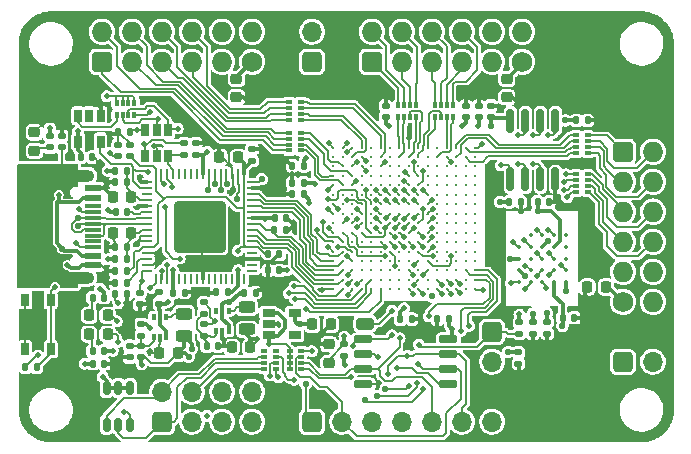
<source format=gtl>
G04 #@! TF.GenerationSoftware,KiCad,Pcbnew,(5.99.0-7519-ga8269b6380)*
G04 #@! TF.CreationDate,2020-12-12T14:20:42-08:00*
G04 #@! TF.ProjectId,icebreaker++,69636562-7265-4616-9b65-722b2b2e6b69,V0.1*
G04 #@! TF.SameCoordinates,PX1c9c380PY3ef1480*
G04 #@! TF.FileFunction,Copper,L1,Top*
G04 #@! TF.FilePolarity,Positive*
%FSLAX46Y46*%
G04 Gerber Fmt 4.6, Leading zero omitted, Abs format (unit mm)*
G04 Created by KiCad (PCBNEW (5.99.0-7519-ga8269b6380)) date 2020-12-12 14:20:42*
%MOMM*%
%LPD*%
G01*
G04 APERTURE LIST*
G04 Aperture macros list*
%AMRoundRect*
0 Rectangle with rounded corners*
0 $1 Rounding radius*
0 $2 $3 $4 $5 $6 $7 $8 $9 X,Y pos of 4 corners*
0 Add a 4 corners polygon primitive as box body*
4,1,4,$2,$3,$4,$5,$6,$7,$8,$9,$2,$3,0*
0 Add four circle primitives for the rounded corners*
1,1,$1+$1,$2,$3,0*
1,1,$1+$1,$4,$5,0*
1,1,$1+$1,$6,$7,0*
1,1,$1+$1,$8,$9,0*
0 Add four rect primitives between the rounded corners*
20,1,$1+$1,$2,$3,$4,$5,0*
20,1,$1+$1,$4,$5,$6,$7,0*
20,1,$1+$1,$6,$7,$8,$9,0*
20,1,$1+$1,$8,$9,$2,$3,0*%
G04 Aperture macros list end*
G04 #@! TA.AperFunction,ComponentPad*
%ADD10RoundRect,0.345440X0.518160X-0.518160X0.518160X0.518160X-0.518160X0.518160X-0.518160X-0.518160X0*%
G04 #@! TD*
G04 #@! TA.AperFunction,ComponentPad*
%ADD11O,1.727200X1.727200*%
G04 #@! TD*
G04 #@! TA.AperFunction,ComponentPad*
%ADD12C,1.727200*%
G04 #@! TD*
G04 #@! TA.AperFunction,ComponentPad*
%ADD13RoundRect,0.345440X0.518160X0.518160X-0.518160X0.518160X-0.518160X-0.518160X0.518160X-0.518160X0*%
G04 #@! TD*
G04 #@! TA.AperFunction,SMDPad,CuDef*
%ADD14RoundRect,0.147500X0.147500X0.172500X-0.147500X0.172500X-0.147500X-0.172500X0.147500X-0.172500X0*%
G04 #@! TD*
G04 #@! TA.AperFunction,ComponentPad*
%ADD15RoundRect,0.340000X0.510000X-0.510000X0.510000X0.510000X-0.510000X0.510000X-0.510000X-0.510000X0*%
G04 #@! TD*
G04 #@! TA.AperFunction,ComponentPad*
%ADD16O,1.700000X1.700000*%
G04 #@! TD*
G04 #@! TA.AperFunction,ComponentPad*
%ADD17RoundRect,0.340000X-0.510000X-0.510000X0.510000X-0.510000X0.510000X0.510000X-0.510000X0.510000X0*%
G04 #@! TD*
G04 #@! TA.AperFunction,SMDPad,CuDef*
%ADD18RoundRect,0.147500X0.172500X-0.147500X0.172500X0.147500X-0.172500X0.147500X-0.172500X-0.147500X0*%
G04 #@! TD*
G04 #@! TA.AperFunction,SMDPad,CuDef*
%ADD19RoundRect,0.147500X-0.147500X-0.172500X0.147500X-0.172500X0.147500X0.172500X-0.147500X0.172500X0*%
G04 #@! TD*
G04 #@! TA.AperFunction,SMDPad,CuDef*
%ADD20R,0.650000X1.060000*%
G04 #@! TD*
G04 #@! TA.AperFunction,SMDPad,CuDef*
%ADD21RoundRect,0.062500X-0.337500X-0.062500X0.337500X-0.062500X0.337500X0.062500X-0.337500X0.062500X0*%
G04 #@! TD*
G04 #@! TA.AperFunction,SMDPad,CuDef*
%ADD22RoundRect,0.062500X-0.062500X-0.337500X0.062500X-0.337500X0.062500X0.337500X-0.062500X0.337500X0*%
G04 #@! TD*
G04 #@! TA.AperFunction,SMDPad,CuDef*
%ADD23RoundRect,0.247950X-1.927049X-1.927049X1.927049X-1.927049X1.927049X1.927049X-1.927049X1.927049X0*%
G04 #@! TD*
G04 #@! TA.AperFunction,SMDPad,CuDef*
%ADD24RoundRect,0.218750X-0.256250X0.218750X-0.256250X-0.218750X0.256250X-0.218750X0.256250X0.218750X0*%
G04 #@! TD*
G04 #@! TA.AperFunction,SMDPad,CuDef*
%ADD25RoundRect,0.218750X0.218750X0.256250X-0.218750X0.256250X-0.218750X-0.256250X0.218750X-0.256250X0*%
G04 #@! TD*
G04 #@! TA.AperFunction,SMDPad,CuDef*
%ADD26RoundRect,0.147500X-0.172500X0.147500X-0.172500X-0.147500X0.172500X-0.147500X0.172500X0.147500X0*%
G04 #@! TD*
G04 #@! TA.AperFunction,SMDPad,CuDef*
%ADD27R,0.400000X0.500000*%
G04 #@! TD*
G04 #@! TA.AperFunction,SMDPad,CuDef*
%ADD28R,0.300000X0.500000*%
G04 #@! TD*
G04 #@! TA.AperFunction,ComponentPad*
%ADD29RoundRect,0.340000X-0.510000X0.510000X-0.510000X-0.510000X0.510000X-0.510000X0.510000X0.510000X0*%
G04 #@! TD*
G04 #@! TA.AperFunction,SMDPad,CuDef*
%ADD30R,0.500000X0.400000*%
G04 #@! TD*
G04 #@! TA.AperFunction,SMDPad,CuDef*
%ADD31R,0.500000X0.300000*%
G04 #@! TD*
G04 #@! TA.AperFunction,SMDPad,CuDef*
%ADD32RoundRect,0.218750X0.256250X-0.218750X0.256250X0.218750X-0.256250X0.218750X-0.256250X-0.218750X0*%
G04 #@! TD*
G04 #@! TA.AperFunction,SMDPad,CuDef*
%ADD33RoundRect,0.218750X-0.218750X-0.256250X0.218750X-0.256250X0.218750X0.256250X-0.218750X0.256250X0*%
G04 #@! TD*
G04 #@! TA.AperFunction,SMDPad,CuDef*
%ADD34R,0.650000X1.050000*%
G04 #@! TD*
G04 #@! TA.AperFunction,SMDPad,CuDef*
%ADD35RoundRect,0.250000X-0.500000X-0.250000X0.500000X-0.250000X0.500000X0.250000X-0.500000X0.250000X0*%
G04 #@! TD*
G04 #@! TA.AperFunction,SMDPad,CuDef*
%ADD36RoundRect,0.150000X0.150000X-0.450000X0.150000X0.450000X-0.150000X0.450000X-0.150000X-0.450000X0*%
G04 #@! TD*
G04 #@! TA.AperFunction,SMDPad,CuDef*
%ADD37R,1.060000X0.650000*%
G04 #@! TD*
G04 #@! TA.AperFunction,SMDPad,CuDef*
%ADD38RoundRect,0.150000X0.150000X-0.825000X0.150000X0.825000X-0.150000X0.825000X-0.150000X-0.825000X0*%
G04 #@! TD*
G04 #@! TA.AperFunction,SMDPad,CuDef*
%ADD39R,1.450000X0.600000*%
G04 #@! TD*
G04 #@! TA.AperFunction,SMDPad,CuDef*
%ADD40R,1.450000X0.300000*%
G04 #@! TD*
G04 #@! TA.AperFunction,ComponentPad*
%ADD41O,1.600000X1.000000*%
G04 #@! TD*
G04 #@! TA.AperFunction,ComponentPad*
%ADD42O,2.100000X1.000000*%
G04 #@! TD*
G04 #@! TA.AperFunction,SMDPad,CuDef*
%ADD43C,0.350000*%
G04 #@! TD*
G04 #@! TA.AperFunction,SMDPad,CuDef*
%ADD44RoundRect,0.243750X-0.456250X0.243750X-0.456250X-0.243750X0.456250X-0.243750X0.456250X0.243750X0*%
G04 #@! TD*
G04 #@! TA.AperFunction,SMDPad,CuDef*
%ADD45R,0.375000X0.500000*%
G04 #@! TD*
G04 #@! TA.AperFunction,SMDPad,CuDef*
%ADD46R,0.300000X0.650000*%
G04 #@! TD*
G04 #@! TA.AperFunction,SMDPad,CuDef*
%ADD47C,0.320000*%
G04 #@! TD*
G04 #@! TA.AperFunction,SMDPad,CuDef*
%ADD48RoundRect,0.150000X-0.650000X-0.150000X0.650000X-0.150000X0.650000X0.150000X-0.650000X0.150000X0*%
G04 #@! TD*
G04 #@! TA.AperFunction,ViaPad*
%ADD49C,0.500000*%
G04 #@! TD*
G04 #@! TA.AperFunction,ViaPad*
%ADD50C,0.550000*%
G04 #@! TD*
G04 #@! TA.AperFunction,Conductor*
%ADD51C,0.150000*%
G04 #@! TD*
G04 #@! TA.AperFunction,Conductor*
%ADD52C,0.300000*%
G04 #@! TD*
G04 #@! TA.AperFunction,Conductor*
%ADD53C,0.200000*%
G04 #@! TD*
G04 APERTURE END LIST*
D10*
X51420000Y24850000D03*
D11*
X51420000Y22310000D03*
X51420000Y19770000D03*
X51420000Y17230000D03*
X51420000Y14690000D03*
D12*
X51420000Y12150000D03*
D11*
X53960000Y24850000D03*
X53960000Y22310000D03*
X53960000Y19770000D03*
X53960000Y17230000D03*
X53960000Y14690000D03*
X53960000Y12150000D03*
D13*
X30180000Y32470000D03*
D11*
X32720000Y32470000D03*
X35260000Y32470000D03*
X37800000Y32470000D03*
X40340000Y32470000D03*
D12*
X42880000Y32470000D03*
D11*
X30180000Y35010000D03*
X32720000Y35010000D03*
X35260000Y35010000D03*
X37800000Y35010000D03*
X40340000Y35010000D03*
X42880000Y35010000D03*
D14*
X9410000Y16750000D03*
X8440000Y16750000D03*
D15*
X12400000Y1990000D03*
D16*
X12400000Y4530000D03*
X14940000Y1990000D03*
X14940000Y4530000D03*
X17480000Y1990000D03*
X17480000Y4530000D03*
X20020000Y1990000D03*
X20020000Y4530000D03*
D17*
X51420000Y7070000D03*
D16*
X53960000Y7070000D03*
D18*
X9650000Y24465000D03*
X9650000Y25435000D03*
X15260000Y24605000D03*
X15260000Y25575000D03*
D14*
X17955000Y12940000D03*
X16985000Y12940000D03*
D19*
X5535000Y24390000D03*
X6505000Y24390000D03*
D18*
X20020000Y24085000D03*
X20020000Y25055000D03*
D19*
X13355000Y12920000D03*
X14325000Y12920000D03*
X6515000Y12500000D03*
X7485000Y12500000D03*
D14*
X1785000Y6600000D03*
X815000Y6600000D03*
X9455000Y19740000D03*
X8485000Y19740000D03*
X9410000Y14750000D03*
X8440000Y14750000D03*
D19*
X8440000Y15750000D03*
X9410000Y15750000D03*
X8425000Y23230000D03*
X9395000Y23230000D03*
D14*
X9410000Y22250000D03*
X8440000Y22250000D03*
D20*
X10990000Y24460000D03*
X11940000Y24460000D03*
X12890000Y24460000D03*
X12890000Y26660000D03*
X11940000Y26660000D03*
X10990000Y26660000D03*
D21*
X11150000Y22250000D03*
X11150000Y21750000D03*
X11150000Y21250000D03*
X11150000Y20750000D03*
X11150000Y20250000D03*
X11150000Y19750000D03*
X11150000Y19250000D03*
X11150000Y18750000D03*
X11150000Y18250000D03*
X11150000Y17750000D03*
X11150000Y17250000D03*
X11150000Y16750000D03*
X11150000Y16250000D03*
X11150000Y15750000D03*
X11150000Y15250000D03*
X11150000Y14750000D03*
D22*
X11850000Y14050000D03*
X12350000Y14050000D03*
X12850000Y14050000D03*
X13350000Y14050000D03*
X13850000Y14050000D03*
X14350000Y14050000D03*
X14850000Y14050000D03*
X15350000Y14050000D03*
X15850000Y14050000D03*
X16350000Y14050000D03*
X16850000Y14050000D03*
X17350000Y14050000D03*
X17850000Y14050000D03*
X18350000Y14050000D03*
X18850000Y14050000D03*
X19350000Y14050000D03*
D21*
X20050000Y14750000D03*
X20050000Y15250000D03*
X20050000Y15750000D03*
X20050000Y16250000D03*
X20050000Y16750000D03*
X20050000Y17250000D03*
X20050000Y17750000D03*
X20050000Y18250000D03*
X20050000Y18750000D03*
X20050000Y19250000D03*
X20050000Y19750000D03*
X20050000Y20250000D03*
X20050000Y20750000D03*
X20050000Y21250000D03*
X20050000Y21750000D03*
X20050000Y22250000D03*
D22*
X19350000Y22950000D03*
X18850000Y22950000D03*
X18350000Y22950000D03*
X17850000Y22950000D03*
X17350000Y22950000D03*
X16850000Y22950000D03*
X16350000Y22950000D03*
X15850000Y22950000D03*
X15350000Y22950000D03*
X14850000Y22950000D03*
X14350000Y22950000D03*
X13850000Y22950000D03*
X13350000Y22950000D03*
X12850000Y22950000D03*
X12350000Y22950000D03*
X11850000Y22950000D03*
D23*
X15600010Y18499993D03*
D18*
X14280000Y24605000D03*
X14280000Y25575000D03*
D14*
X9405000Y13740000D03*
X8435000Y13740000D03*
D18*
X27830000Y7575000D03*
X27830000Y8545000D03*
D19*
X6515000Y8000000D03*
X7485000Y8000000D03*
D24*
X26530000Y8547500D03*
X26530000Y6972500D03*
D25*
X7787500Y11000000D03*
X6212500Y11000000D03*
X7787500Y9400000D03*
X6212500Y9400000D03*
D14*
X36685000Y10670000D03*
X35715000Y10670000D03*
D19*
X21925000Y19200000D03*
X22895000Y19200000D03*
X21365000Y16180000D03*
X22335000Y16180000D03*
D14*
X9645000Y26540000D03*
X8675000Y26540000D03*
D13*
X7320000Y32470000D03*
D11*
X9860000Y32470000D03*
X12400000Y32470000D03*
X14940000Y32470000D03*
X17480000Y32470000D03*
D12*
X20020000Y32470000D03*
D11*
X7320000Y35010000D03*
X9860000Y35010000D03*
X12400000Y35010000D03*
X14940000Y35010000D03*
X17480000Y35010000D03*
X20020000Y35010000D03*
D15*
X25100000Y32470000D03*
D16*
X25100000Y35010000D03*
D15*
X25100000Y1990000D03*
D16*
X27640000Y1990000D03*
X30180000Y1990000D03*
X32720000Y1990000D03*
X35260000Y1990000D03*
X37800000Y1990000D03*
X40340000Y1990000D03*
D25*
X9807500Y18000000D03*
X8232500Y18000000D03*
X9807500Y20990000D03*
X8232500Y20990000D03*
D26*
X3900000Y26185000D03*
X3900000Y25215000D03*
X2900000Y26185000D03*
X2900000Y25215000D03*
D25*
X18837500Y24370000D03*
X17262500Y24370000D03*
D27*
X32410000Y27790000D03*
D28*
X32910000Y27790000D03*
X33410000Y27790000D03*
D27*
X33910000Y27790000D03*
X33910000Y28790000D03*
D28*
X33410000Y28790000D03*
X32910000Y28790000D03*
D27*
X32410000Y28790000D03*
D19*
X21913230Y18244152D03*
X22883230Y18244152D03*
D29*
X40340000Y9610000D03*
D16*
X40340000Y7070000D03*
D30*
X23200000Y7945000D03*
D31*
X23200000Y7445000D03*
X23200000Y6945000D03*
D30*
X23200000Y6445000D03*
X24200000Y6445000D03*
D31*
X24200000Y6945000D03*
X24200000Y7445000D03*
D30*
X24200000Y7945000D03*
D32*
X41600000Y29462500D03*
X41600000Y31037500D03*
X18700000Y29462500D03*
X18700000Y31037500D03*
D33*
X48412500Y13400000D03*
X49987500Y13400000D03*
D34*
X2975000Y8125000D03*
X2975000Y12275000D03*
X825000Y12275000D03*
X825000Y8125000D03*
D35*
X29600000Y10300000D03*
D36*
X7700000Y1750000D03*
X8700000Y1750000D03*
X9700000Y1750000D03*
X9700000Y4850000D03*
X8700000Y4850000D03*
X7700000Y4850000D03*
D24*
X1600000Y26487500D03*
X1600000Y24912500D03*
D19*
X19365000Y12930000D03*
X20335000Y12930000D03*
X44200000Y20600000D03*
X45170000Y20600000D03*
D18*
X9650000Y7445000D03*
X9650000Y8415000D03*
D14*
X24400000Y23650000D03*
X23430000Y23650000D03*
D26*
X10640000Y10260000D03*
X10640000Y9290000D03*
D20*
X7200000Y27900000D03*
X6250000Y27900000D03*
X5300000Y27900000D03*
X5300000Y25700000D03*
X7200000Y25700000D03*
D14*
X24395000Y21230000D03*
X23425000Y21230000D03*
D37*
X21420000Y11200000D03*
X21420000Y10250000D03*
X21420000Y9300000D03*
X23620000Y9300000D03*
X23620000Y11200000D03*
D33*
X25122500Y10240000D03*
X26697500Y10240000D03*
D19*
X46315000Y10800000D03*
X47285000Y10800000D03*
D26*
X43800000Y10415000D03*
X43800000Y9445000D03*
D18*
X31320000Y27775000D03*
X31320000Y28745000D03*
D27*
X35500000Y27790000D03*
D28*
X36000000Y27790000D03*
X36500000Y27790000D03*
D27*
X37000000Y27790000D03*
X37000000Y28790000D03*
D28*
X36500000Y28790000D03*
X36000000Y28790000D03*
D27*
X35500000Y28790000D03*
D26*
X8680000Y25435000D03*
X8680000Y24465000D03*
D30*
X23150000Y29070000D03*
D31*
X23150000Y28570000D03*
X23150000Y28070000D03*
D30*
X23150000Y27570000D03*
X24150000Y27570000D03*
D31*
X24150000Y28070000D03*
X24150000Y28570000D03*
D30*
X24150000Y29070000D03*
D19*
X32585000Y10680000D03*
X33555000Y10680000D03*
D18*
X39200000Y27765000D03*
X39200000Y28735000D03*
D26*
X42660000Y10415000D03*
X42660000Y9445000D03*
D38*
X41895000Y22525000D03*
X43165000Y22525000D03*
X44435000Y22525000D03*
X45705000Y22525000D03*
X45705000Y27475000D03*
X44435000Y27475000D03*
X43165000Y27475000D03*
X41895000Y27475000D03*
D30*
X21050000Y7950000D03*
D31*
X21050000Y7450000D03*
X21050000Y6950000D03*
D30*
X21050000Y6450000D03*
X22050000Y6450000D03*
D31*
X22050000Y6950000D03*
X22050000Y7450000D03*
D30*
X22050000Y7950000D03*
D26*
X45000000Y10415000D03*
X45000000Y9445000D03*
D39*
X6545000Y21750000D03*
X6545000Y20950000D03*
D40*
X6545000Y19750000D03*
X6545000Y18750000D03*
X6545000Y18250000D03*
X6545000Y17250000D03*
D39*
X6545000Y16050000D03*
X6545000Y15250000D03*
X6545000Y15250000D03*
X6545000Y16050000D03*
D40*
X6545000Y16750000D03*
X6545000Y17750000D03*
X6545000Y19250000D03*
X6545000Y20250000D03*
D39*
X6545000Y20950000D03*
X6545000Y21750000D03*
D41*
X1450000Y14180000D03*
D42*
X5630000Y14180000D03*
X5630000Y22820000D03*
D41*
X1450000Y22820000D03*
D43*
X43600000Y17800000D03*
X44600000Y17800000D03*
X45600000Y17800000D03*
X46600000Y17800000D03*
X42600000Y16800000D03*
X43600000Y16800000D03*
X44600000Y16800000D03*
X45600000Y16800000D03*
X46600000Y16800000D03*
X42600000Y15800000D03*
X43600000Y15800000D03*
X44600000Y15800000D03*
X45600000Y15800000D03*
X46600000Y15800000D03*
X42600000Y14800000D03*
X43600000Y14800000D03*
X44600000Y14800000D03*
X45600000Y14800000D03*
X46600000Y14800000D03*
X42600000Y13800000D03*
X43600000Y13800000D03*
X44600000Y13800000D03*
X45600000Y13800000D03*
X46600000Y13800000D03*
D44*
X19600000Y11677500D03*
X19600000Y9802500D03*
D45*
X16972500Y9690000D03*
D46*
X17510000Y9615000D03*
D45*
X18047500Y9690000D03*
X18047500Y11390000D03*
D46*
X17510000Y11465000D03*
D45*
X16972500Y11390000D03*
D14*
X24405000Y22210000D03*
X23435000Y22210000D03*
X22335000Y14800000D03*
X21365000Y14800000D03*
X17155000Y8360000D03*
X16185000Y8360000D03*
D25*
X13720000Y7780000D03*
X12145000Y7780000D03*
D19*
X41800000Y20600000D03*
X42770000Y20600000D03*
D30*
X23150000Y26460000D03*
D31*
X23150000Y25960000D03*
X23150000Y25460000D03*
D30*
X23150000Y24960000D03*
X24150000Y24960000D03*
D31*
X24150000Y25460000D03*
X24150000Y25960000D03*
D30*
X24150000Y26460000D03*
D47*
X38900000Y25200000D03*
X38900000Y24400000D03*
X38900000Y23600000D03*
X38900000Y22800000D03*
X38900000Y22000000D03*
X38900000Y21200000D03*
X38900000Y20400000D03*
X38900000Y19600000D03*
X38900000Y18800000D03*
X38900000Y18000000D03*
X38900000Y17200000D03*
X38900000Y16400000D03*
X38900000Y15600000D03*
X38900000Y14800000D03*
X38900000Y14000000D03*
X38900000Y13200000D03*
X38100000Y25200000D03*
X38100000Y24400000D03*
X38100000Y23600000D03*
X38100000Y22800000D03*
X38100000Y22000000D03*
X38100000Y21200000D03*
X38100000Y20400000D03*
X38100000Y19600000D03*
X38100000Y18800000D03*
X38100000Y18000000D03*
X38100000Y17200000D03*
X38100000Y16400000D03*
X38100000Y15600000D03*
X38100000Y14800000D03*
X38100000Y14000000D03*
X38100000Y13200000D03*
X37300000Y25200000D03*
X37300000Y24400000D03*
X37300000Y23600000D03*
X37300000Y22800000D03*
X37300000Y22000000D03*
X37300000Y21200000D03*
X37300000Y20400000D03*
X37300000Y19600000D03*
X37300000Y18800000D03*
X37300000Y18000000D03*
X37300000Y17200000D03*
X37300000Y16400000D03*
X37300000Y15600000D03*
X37300000Y14800000D03*
X37300000Y14000000D03*
X37300000Y13200000D03*
X36500000Y25200000D03*
X36500000Y24400000D03*
X36500000Y23600000D03*
X36500000Y22800000D03*
X36500000Y22000000D03*
X36500000Y21200000D03*
X36500000Y20400000D03*
X36500000Y19600000D03*
X36500000Y18800000D03*
X36500000Y18000000D03*
X36500000Y17200000D03*
X36500000Y16400000D03*
X36500000Y15600000D03*
X36500000Y14800000D03*
X36500000Y14000000D03*
X36500000Y13200000D03*
X35700000Y25200000D03*
X35700000Y24400000D03*
X35700000Y23600000D03*
X35700000Y22800000D03*
X35700000Y22000000D03*
X35700000Y21200000D03*
X35700000Y20400000D03*
X35700000Y19600000D03*
X35700000Y18800000D03*
X35700000Y18000000D03*
X35700000Y17200000D03*
X35700000Y16400000D03*
X35700000Y15600000D03*
X35700000Y14800000D03*
X35700000Y14000000D03*
X35700000Y13200000D03*
X34900000Y25200000D03*
X34900000Y24400000D03*
X34900000Y23600000D03*
X34900000Y22800000D03*
X34900000Y22000000D03*
X34900000Y21200000D03*
X34900000Y20400000D03*
X34900000Y19600000D03*
X34900000Y18800000D03*
X34900000Y18000000D03*
X34900000Y17200000D03*
X34900000Y16400000D03*
X34900000Y15600000D03*
X34900000Y14800000D03*
X34900000Y14000000D03*
X34900000Y13200000D03*
X34100000Y25200000D03*
X34100000Y24400000D03*
X34100000Y23600000D03*
X34100000Y22800000D03*
X34100000Y22000000D03*
X34100000Y21200000D03*
X34100000Y20400000D03*
X34100000Y19600000D03*
X34100000Y18800000D03*
X34100000Y18000000D03*
X34100000Y17200000D03*
X34100000Y16400000D03*
X34100000Y15600000D03*
X34100000Y14800000D03*
X34100000Y14000000D03*
X34100000Y13200000D03*
X33300000Y25200000D03*
X33300000Y24400000D03*
X33300000Y23600000D03*
X33300000Y22800000D03*
X33300000Y22000000D03*
X33300000Y21200000D03*
X33300000Y20400000D03*
X33300000Y19600000D03*
X33300000Y18800000D03*
X33300000Y18000000D03*
X33300000Y17200000D03*
X33300000Y16400000D03*
X33300000Y15600000D03*
X33300000Y14800000D03*
X33300000Y14000000D03*
X33300000Y13200000D03*
X32500000Y25200000D03*
X32500000Y24400000D03*
X32500000Y23600000D03*
X32500000Y22800000D03*
X32500000Y22000000D03*
X32500000Y21200000D03*
X32500000Y20400000D03*
X32500000Y19600000D03*
X32500000Y18800000D03*
X32500000Y18000000D03*
X32500000Y17200000D03*
X32500000Y16400000D03*
X32500000Y15600000D03*
X32500000Y14800000D03*
X32500000Y14000000D03*
X32500000Y13200000D03*
X31700000Y25200000D03*
X31700000Y24400000D03*
X31700000Y23600000D03*
X31700000Y22800000D03*
X31700000Y22000000D03*
X31700000Y21200000D03*
X31700000Y20400000D03*
X31700000Y19600000D03*
X31700000Y18800000D03*
X31700000Y18000000D03*
X31700000Y17200000D03*
X31700000Y16400000D03*
X31700000Y15600000D03*
X31700000Y14800000D03*
X31700000Y14000000D03*
X31700000Y13200000D03*
X30900000Y25200000D03*
X30900000Y24400000D03*
X30900000Y23600000D03*
X30900000Y22800000D03*
X30900000Y22000000D03*
X30900000Y21200000D03*
X30900000Y20400000D03*
X30900000Y19600000D03*
X30900000Y18800000D03*
X30900000Y18000000D03*
X30900000Y17200000D03*
X30900000Y16400000D03*
X30900000Y15600000D03*
X30900000Y14800000D03*
X30900000Y14000000D03*
X30900000Y13200000D03*
X30100000Y25200000D03*
X30100000Y24400000D03*
X30100000Y23600000D03*
X30100000Y22800000D03*
X30100000Y22000000D03*
X30100000Y21200000D03*
X30100000Y20400000D03*
X30100000Y19600000D03*
X30100000Y18800000D03*
X30100000Y18000000D03*
X30100000Y17200000D03*
X30100000Y16400000D03*
X30100000Y15600000D03*
X30100000Y14800000D03*
X30100000Y14000000D03*
X30100000Y13200000D03*
X29300000Y25200000D03*
X29300000Y24400000D03*
X29300000Y23600000D03*
X29300000Y22800000D03*
X29300000Y22000000D03*
X29300000Y21200000D03*
X29300000Y20400000D03*
X29300000Y19600000D03*
X29300000Y18800000D03*
X29300000Y18000000D03*
X29300000Y17200000D03*
X29300000Y16400000D03*
X29300000Y15600000D03*
X29300000Y14800000D03*
X29300000Y14000000D03*
X29300000Y13200000D03*
X28500000Y25200000D03*
X28500000Y24400000D03*
X28500000Y23600000D03*
X28500000Y22800000D03*
X28500000Y22000000D03*
X28500000Y21200000D03*
X28500000Y20400000D03*
X28500000Y19600000D03*
X28500000Y18800000D03*
X28500000Y18000000D03*
X28500000Y17200000D03*
X28500000Y16400000D03*
X28500000Y15600000D03*
X28500000Y14800000D03*
X28500000Y14000000D03*
X28500000Y13200000D03*
X27700000Y25200000D03*
X27700000Y24400000D03*
X27700000Y23600000D03*
X27700000Y22800000D03*
X27700000Y22000000D03*
X27700000Y21200000D03*
X27700000Y20400000D03*
X27700000Y19600000D03*
X27700000Y18800000D03*
X27700000Y18000000D03*
X27700000Y17200000D03*
X27700000Y16400000D03*
X27700000Y15600000D03*
X27700000Y14800000D03*
X27700000Y14000000D03*
X27700000Y13200000D03*
X26900000Y25200000D03*
X26900000Y24400000D03*
X26900000Y23600000D03*
X26900000Y22800000D03*
X26900000Y22000000D03*
X26900000Y21200000D03*
X26900000Y20400000D03*
X26900000Y19600000D03*
X26900000Y18800000D03*
X26900000Y18000000D03*
X26900000Y17200000D03*
X26900000Y16400000D03*
X26900000Y15600000D03*
X26900000Y14800000D03*
X26900000Y14000000D03*
X26900000Y13200000D03*
D26*
X15930000Y10245000D03*
X15930000Y9275000D03*
D18*
X40250000Y27780000D03*
X40250000Y28750000D03*
D48*
X29440000Y8995000D03*
X29440000Y7725000D03*
X29440000Y6455000D03*
X29440000Y5185000D03*
X36640000Y5185000D03*
X36640000Y6455000D03*
X36640000Y7725000D03*
X36640000Y8995000D03*
D25*
X19867500Y8290000D03*
X18292500Y8290000D03*
D19*
X6515000Y6900000D03*
X7485000Y6900000D03*
X47465000Y27500000D03*
X48435000Y27500000D03*
D44*
X14250000Y11137500D03*
X14250000Y9262500D03*
D30*
X47465000Y22935000D03*
D31*
X47465000Y22435000D03*
X47465000Y21935000D03*
D30*
X47465000Y21435000D03*
X48465000Y21435000D03*
D31*
X48465000Y21935000D03*
X48465000Y22435000D03*
D30*
X48465000Y22935000D03*
X47465000Y26235000D03*
D31*
X47465000Y25735000D03*
X47465000Y25235000D03*
D30*
X47465000Y24735000D03*
X48465000Y24735000D03*
D31*
X48465000Y25235000D03*
X48465000Y25735000D03*
D30*
X48465000Y26235000D03*
D26*
X10640000Y8425000D03*
X10640000Y7455000D03*
D18*
X12170000Y11975000D03*
X12170000Y12945000D03*
X15920000Y11135000D03*
X15920000Y12105000D03*
X38100000Y27765000D03*
X38100000Y28735000D03*
D26*
X10520000Y12905000D03*
X10520000Y11935000D03*
X42580000Y7857500D03*
X42580000Y6887500D03*
D45*
X11682500Y9160000D03*
D46*
X12220000Y9085000D03*
D45*
X12757500Y9160000D03*
X12757500Y10860000D03*
D46*
X12220000Y10935000D03*
D45*
X11682500Y10860000D03*
D14*
X9405000Y12770000D03*
X8435000Y12770000D03*
D27*
X8560000Y27980000D03*
D28*
X9060000Y27980000D03*
X9560000Y27980000D03*
D27*
X10060000Y27980000D03*
X10060000Y28980000D03*
D28*
X9560000Y28980000D03*
X9060000Y28980000D03*
D27*
X8560000Y28980000D03*
D49*
X23640000Y12390000D03*
X8570000Y10500000D03*
D50*
X16850000Y22130000D03*
D49*
X28110000Y13610000D03*
D50*
X43800000Y11150000D03*
D49*
X7780000Y23230000D03*
X32106001Y20785701D03*
D50*
X40250000Y27050000D03*
D49*
X5850000Y6900000D03*
X21121978Y19148022D03*
X35280000Y17590000D03*
D50*
X18770000Y20850000D03*
D49*
X21460000Y8560000D03*
X5270000Y26580000D03*
X25340000Y22120000D03*
X10670000Y6830000D03*
X16220000Y24840000D03*
X7800000Y15760000D03*
X24820000Y20480000D03*
X31590000Y27010000D03*
X8230000Y8000000D03*
X18850000Y14840000D03*
D50*
X14650000Y7500000D03*
D49*
X7810000Y19930000D03*
X31300000Y16810000D03*
X11390000Y9950000D03*
X2900000Y26890000D03*
X32910000Y21590000D03*
X32090000Y16810000D03*
X1900000Y7600000D03*
X35280000Y18380000D03*
X7360000Y5800000D03*
D50*
X14900000Y8150000D03*
D49*
X27850000Y6800000D03*
X32109063Y21599039D03*
X30495981Y21595981D03*
X10280000Y26660000D03*
X42660000Y11070000D03*
X37810000Y27010000D03*
X7720000Y29540000D03*
X13360000Y14830000D03*
X7160000Y13270000D03*
X32910000Y20790000D03*
X36950000Y9800000D03*
X28150000Y12760000D03*
D50*
X16280000Y21600000D03*
D49*
X3350000Y13400000D03*
X23600000Y13440000D03*
X34050000Y6880000D03*
X28940000Y18440000D03*
D50*
X17380000Y21580000D03*
D49*
X28110000Y14410000D03*
D50*
X20840000Y22510000D03*
D49*
X27300000Y16800000D03*
X26510000Y18390000D03*
X10710010Y13890010D03*
X28091920Y16000000D03*
D50*
X17870000Y22120000D03*
D49*
X39470000Y25510000D03*
D50*
X47950000Y10800000D03*
X43800000Y8700000D03*
D49*
X6500000Y1050000D03*
X22260000Y10250000D03*
X4380000Y15260000D03*
X34500000Y17610000D03*
X33700000Y18400000D03*
X31310000Y21590000D03*
X23570000Y18640000D03*
D50*
X42750000Y19850000D03*
D49*
X36890000Y13610000D03*
X10520000Y22730000D03*
X32900000Y18390000D03*
X7760000Y22080000D03*
D50*
X49150000Y27550000D03*
D49*
X48200000Y12600000D03*
X15850000Y14860000D03*
X11750000Y25350000D03*
D50*
X41850000Y15800000D03*
D49*
X33670000Y12780000D03*
X21350000Y14050000D03*
X7770000Y16880000D03*
X7650000Y3450000D03*
X31300000Y18400000D03*
X3910000Y26850000D03*
X16305000Y12930000D03*
D50*
X41050000Y28550000D03*
D49*
X26510000Y25590000D03*
D50*
X18410000Y21640000D03*
D49*
X34170000Y10680000D03*
X35510000Y9760000D03*
X15100000Y12940000D03*
X1250000Y10110000D03*
X36900000Y24000000D03*
X22750000Y24000000D03*
X7940000Y26390000D03*
X7720000Y14750000D03*
X39200000Y29400000D03*
X9390000Y12080000D03*
X17250000Y25240000D03*
D50*
X45100000Y17300000D03*
D49*
X32090000Y19190000D03*
X33700000Y19200000D03*
X26430000Y16770000D03*
X10330000Y20140000D03*
X25690000Y8560000D03*
X28930000Y13630000D03*
D50*
X46600000Y13100000D03*
D49*
X16070000Y25570000D03*
X35300000Y19200000D03*
X32890000Y19190000D03*
X33300000Y26050000D03*
D50*
X45000000Y8700000D03*
D49*
X12020000Y15920000D03*
X38110000Y29400000D03*
X22780000Y21230000D03*
X31300000Y16000000D03*
X8920000Y7460000D03*
X8100000Y6900000D03*
X21150000Y13150000D03*
X35300000Y20000000D03*
X34500000Y21600000D03*
X32910000Y17610000D03*
X10320000Y17010000D03*
X39600000Y13150000D03*
X32090000Y18380000D03*
X23420000Y22930000D03*
X30750000Y5250000D03*
X42550000Y28970000D03*
X26460000Y21570000D03*
X17610000Y8920000D03*
X19260000Y15780000D03*
D50*
X20860000Y21750000D03*
D49*
X5550000Y8200000D03*
X29660000Y24040000D03*
X31570000Y29500000D03*
X19650000Y29080000D03*
X7180000Y28760000D03*
X11350000Y7940000D03*
X35290000Y20790000D03*
X25980000Y13120000D03*
X10530000Y11140000D03*
D50*
X45900000Y20600000D03*
D49*
X7770000Y13740000D03*
X31350000Y19250000D03*
X7100000Y23890000D03*
X31340000Y20790000D03*
X32090000Y17610000D03*
D50*
X42600000Y6202500D03*
D49*
X20780000Y25070000D03*
X12610000Y20190000D03*
X13900000Y15810000D03*
X24610000Y11560000D03*
X11210000Y23110000D03*
X3660000Y21200000D03*
D50*
X18030000Y12130000D03*
D49*
X12920000Y12130000D03*
D50*
X3950000Y16600000D03*
D49*
X12840000Y15250000D03*
X25520000Y18260000D03*
X32910000Y16820000D03*
X16200000Y2500000D03*
X32900000Y11600000D03*
D50*
X44200000Y19850000D03*
D49*
X33690000Y16810000D03*
D50*
X43100000Y14300000D03*
X45000000Y11200000D03*
D49*
X18800000Y16450000D03*
D50*
X46300000Y10100000D03*
D49*
X27840000Y9210000D03*
X28870000Y19170000D03*
X32900000Y22400000D03*
X46600000Y22950000D03*
X34500000Y23200000D03*
X46450000Y21650000D03*
X8650000Y8740000D03*
X23120000Y12870000D03*
X12590000Y22100000D03*
X12050000Y27600000D03*
X13280000Y21830000D03*
X13730000Y26810000D03*
X32100000Y15200000D03*
X31885000Y11375000D03*
D50*
X5281528Y18530329D03*
X5260000Y19230000D03*
D49*
X12360000Y14770000D03*
X26470000Y20830000D03*
X30720000Y7480000D03*
X27280000Y20020000D03*
X26490000Y19990000D03*
X32310000Y6510000D03*
X32510000Y9060000D03*
X29700000Y21600000D03*
X33160000Y7590000D03*
X28400000Y5780000D03*
X28100000Y20800000D03*
X31500000Y6020000D03*
X31870000Y9310000D03*
D50*
X24550000Y5200000D03*
D49*
X25080000Y7945000D03*
X28940000Y19970000D03*
X28570000Y8390000D03*
X26000000Y18860000D03*
X11420000Y13310000D03*
X9200000Y2800000D03*
X32940000Y23170000D03*
X46450000Y22300000D03*
X46700000Y21000000D03*
X33700000Y24000000D03*
D50*
X29550000Y3850000D03*
D49*
X38400000Y10100000D03*
X34500000Y4750000D03*
X22250000Y5750000D03*
X23600000Y5550000D03*
X33350000Y5050000D03*
D50*
X31300000Y4750000D03*
D49*
X35000000Y10900000D03*
X28060000Y19170000D03*
X34160000Y8520000D03*
X10900000Y25510000D03*
X11400000Y28200000D03*
X34000000Y5250000D03*
D50*
X30600000Y4150000D03*
D49*
X37700000Y9700000D03*
X21500000Y5900000D03*
X20400000Y9000000D03*
X30491920Y20000000D03*
X30520202Y18370178D03*
X30510000Y19200000D03*
X39150000Y27000000D03*
D50*
X41000000Y20600000D03*
D49*
X23000000Y14800000D03*
X33695981Y21604019D03*
X33691922Y20800000D03*
D50*
X46550000Y27500000D03*
D49*
X34490000Y20010000D03*
X24550000Y24300000D03*
X16850000Y10500000D03*
X30530000Y20770000D03*
D50*
X41700000Y7902500D03*
X24090000Y10240000D03*
D49*
X34488903Y16819735D03*
D50*
X35250000Y12600000D03*
D49*
X7990000Y24730000D03*
X5400000Y19990000D03*
X5140000Y17090000D03*
X8700000Y12040000D03*
X33750000Y15250000D03*
X42100000Y17200000D03*
X35300000Y16000000D03*
X43050000Y17350000D03*
X34500000Y14400000D03*
X45150000Y16250000D03*
X44150000Y14350000D03*
X36100000Y13600000D03*
X45150000Y14400000D03*
X36900000Y12800000D03*
X36100000Y12800000D03*
X44950000Y13300000D03*
X46150000Y15250000D03*
X33700000Y13600000D03*
X34500000Y12800000D03*
X43150000Y15150000D03*
X43100000Y13250000D03*
X37650000Y12850000D03*
X37650000Y13650000D03*
X41950000Y13700000D03*
X33650000Y14450000D03*
X44150000Y16300000D03*
X44150000Y18200000D03*
X35300000Y16800000D03*
X45050000Y18200000D03*
X36900000Y16000000D03*
X31300000Y24000000D03*
X43850000Y23800000D03*
X42550000Y26250000D03*
X28900000Y24000000D03*
X41100000Y23700000D03*
X28850000Y22350000D03*
X28100000Y25600000D03*
X45100000Y26250000D03*
X28100000Y24800000D03*
X43800000Y26250000D03*
X29700000Y23200000D03*
X42500000Y23800000D03*
D51*
X28550000Y11660000D02*
X25260000Y11660000D01*
X7787500Y11000000D02*
X8070000Y11000000D01*
X8070000Y11000000D02*
X8570000Y10500000D01*
X30100000Y12850000D02*
X30100000Y13200000D01*
X28910000Y11660000D02*
X30100000Y12850000D01*
X28550000Y11660000D02*
X28910000Y11660000D01*
X25260000Y11660000D02*
X24760000Y12160000D01*
X24760000Y12160000D02*
X24530000Y12390000D01*
X24530000Y12390000D02*
X23640000Y12390000D01*
X16850000Y22950000D02*
X16850000Y22130000D01*
X28500000Y14000000D02*
X28110000Y13610000D01*
X34900000Y17200000D02*
X35280000Y17580000D01*
D52*
X31320000Y27775000D02*
X31320000Y27230000D01*
X22840000Y9900000D02*
X22840000Y10570000D01*
D51*
X9560000Y29490000D02*
X9510000Y29540000D01*
D52*
X36950000Y9305000D02*
X36950000Y9800000D01*
X42660000Y10415000D02*
X42660000Y11070000D01*
X10640000Y10260000D02*
X11080000Y10260000D01*
X13350000Y12925000D02*
X13355000Y12920000D01*
X50170000Y13400000D02*
X51420000Y12150000D01*
X7485000Y8000000D02*
X8230000Y8000000D01*
X49987500Y13400000D02*
X50170000Y13400000D01*
X41600000Y31037500D02*
X42880000Y32317500D01*
D51*
X32500000Y21200000D02*
X32500000Y21208102D01*
D52*
X40330000Y27700000D02*
X40250000Y27780000D01*
D51*
X16220000Y24840000D02*
X15850000Y24470000D01*
D52*
X38100000Y27765000D02*
X38100000Y27300000D01*
X11080000Y10260000D02*
X11390000Y9950000D01*
X15745000Y24605000D02*
X15985000Y24605000D01*
X5535000Y24390000D02*
X5535000Y24735000D01*
X36685000Y10065000D02*
X36950000Y9800000D01*
X22840000Y10570000D02*
X22220000Y11190000D01*
X24820000Y20805000D02*
X24820000Y20480000D01*
D51*
X28890000Y17000000D02*
X29090000Y16800000D01*
X1800000Y7600000D02*
X1900000Y7600000D01*
D52*
X31320000Y27230000D02*
X31540000Y27010000D01*
X18290000Y12940000D02*
X18850000Y13500000D01*
X7700000Y4850000D02*
X8700000Y4850000D01*
X24405000Y22210000D02*
X25250000Y22210000D01*
D51*
X32500000Y21208102D02*
X32109063Y21599039D01*
D52*
X43800000Y10415000D02*
X43800000Y11150000D01*
X25250000Y22210000D02*
X25340000Y22120000D01*
D51*
X31300000Y16810000D02*
X31290000Y16810000D01*
X23200000Y6445000D02*
X23200000Y8250000D01*
X34900000Y18000000D02*
X35280000Y18380000D01*
X28890000Y17610000D02*
X28890000Y17000000D01*
X8560000Y28980000D02*
X8530000Y29010000D01*
D52*
X40250000Y27780000D02*
X40250000Y27050000D01*
D51*
X33300000Y21200000D02*
X32910000Y21590000D01*
D53*
X9940000Y29540000D02*
X9510000Y29540000D01*
D52*
X20050000Y19250000D02*
X21020000Y19250000D01*
D51*
X30900000Y21200000D02*
X30891962Y21200000D01*
D52*
X21460000Y8560000D02*
X21460000Y9250000D01*
X8425000Y23230000D02*
X7780000Y23230000D01*
X22230000Y9290000D02*
X22840000Y9900000D01*
D51*
X800000Y6600000D02*
X1800000Y7600000D01*
D52*
X15260000Y24605000D02*
X15745000Y24605000D01*
X21173956Y19200000D02*
X21121978Y19148022D01*
X36685000Y10670000D02*
X36685000Y10065000D01*
D51*
X31290000Y16800000D02*
X31300000Y16810000D01*
D52*
X15850000Y24500000D02*
X15745000Y24605000D01*
D53*
X10060000Y28980000D02*
X10060000Y29420000D01*
D51*
X31700000Y17200000D02*
X32090000Y16810000D01*
D52*
X24395000Y21230000D02*
X24820000Y20805000D01*
X18700000Y31037500D02*
X18700000Y31150000D01*
X36640000Y8995000D02*
X36950000Y9305000D01*
X5300000Y26550000D02*
X5270000Y26580000D01*
D51*
X15395000Y24470000D02*
X15850000Y24470000D01*
D53*
X10060000Y29420000D02*
X9940000Y29540000D01*
D51*
X9560000Y28980000D02*
X9560000Y29490000D01*
X12220000Y6960000D02*
X12900000Y6960000D01*
D52*
X8700000Y4850000D02*
X9700000Y4850000D01*
X31540000Y27010000D02*
X31590000Y27010000D01*
D51*
X12900000Y6960000D02*
X13720000Y7780000D01*
X8530000Y29010000D02*
X8530000Y29540000D01*
D52*
X41895000Y27475000D02*
X41670000Y27700000D01*
D53*
X10280000Y26660000D02*
X9765000Y26660000D01*
D52*
X18700000Y31150000D02*
X20020000Y32470000D01*
X14370000Y7780000D02*
X14650000Y7500000D01*
X15850000Y22950000D02*
X15850000Y24500000D01*
D51*
X9060000Y29510000D02*
X9090000Y29540000D01*
D52*
X5535000Y24735000D02*
X5270000Y25000000D01*
D51*
X23200000Y8250000D02*
X22900000Y8550000D01*
D52*
X27830000Y6820000D02*
X27850000Y6800000D01*
D53*
X9090000Y29540000D02*
X8530000Y29540000D01*
D52*
X21420000Y9290000D02*
X22230000Y9290000D01*
D51*
X42880000Y32280000D02*
X42880000Y32470000D01*
X18770000Y21260000D02*
X18930000Y21420000D01*
D52*
X8485000Y19740000D02*
X8000000Y19740000D01*
X18850000Y14840000D02*
X18850000Y14050000D01*
D51*
X21928421Y19148022D02*
X21121978Y19148022D01*
D52*
X10640000Y7455000D02*
X10640000Y6860000D01*
X14250000Y8310000D02*
X13720000Y7780000D01*
D51*
X11450000Y6960000D02*
X10955000Y7455000D01*
D53*
X10990000Y26660000D02*
X10280000Y26660000D01*
D51*
X41600000Y31000000D02*
X42880000Y32280000D01*
X33300000Y20400000D02*
X32910000Y20790000D01*
X10955000Y7455000D02*
X10640000Y7455000D01*
D52*
X8440000Y15750000D02*
X7810000Y15750000D01*
X14250000Y9262500D02*
X14250000Y8310000D01*
D51*
X22540000Y8560000D02*
X21460000Y8560000D01*
X5270000Y25640000D02*
X5270000Y26580000D01*
X22900000Y8550000D02*
X22550000Y8550000D01*
D52*
X14250000Y9262500D02*
X14900000Y8612500D01*
X2900000Y26185000D02*
X2900000Y26890000D01*
D51*
X18770000Y20850000D02*
X18770000Y21260000D01*
D52*
X13350000Y14820000D02*
X13360000Y14830000D01*
X10640000Y6860000D02*
X10670000Y6830000D01*
X5270000Y25000000D02*
X5270000Y25670000D01*
X13350000Y14050000D02*
X13350000Y14820000D01*
D51*
X32491702Y20400000D02*
X32106001Y20785701D01*
D52*
X22220000Y11190000D02*
X21420000Y11190000D01*
X13350000Y14050000D02*
X13350000Y12925000D01*
X21925000Y19200000D02*
X21173956Y19200000D01*
D51*
X5270000Y25000000D02*
X5270000Y25640000D01*
D52*
X21460000Y9250000D02*
X21420000Y9290000D01*
X7810000Y15750000D02*
X7800000Y15760000D01*
D51*
X32500000Y20400000D02*
X32491702Y20400000D01*
D52*
X8000000Y19740000D02*
X7810000Y19930000D01*
D51*
X31290000Y16810000D02*
X30900000Y17200000D01*
D53*
X9510000Y29540000D02*
X9090000Y29540000D01*
D52*
X38100000Y27300000D02*
X37810000Y27010000D01*
D51*
X35280000Y17580000D02*
X35280000Y17590000D01*
D52*
X15985000Y24605000D02*
X16220000Y24840000D01*
X5270000Y25670000D02*
X5300000Y25700000D01*
X7700000Y5460000D02*
X7360000Y5800000D01*
X14900000Y8612500D02*
X14900000Y8150000D01*
X41670000Y27700000D02*
X40330000Y27700000D01*
D51*
X13350000Y12905000D02*
X13360000Y12895000D01*
X28500000Y18000000D02*
X28890000Y17610000D01*
X13350000Y14050000D02*
X13350000Y12905000D01*
X15850000Y24470000D02*
X15850000Y22950000D01*
X29090000Y16800000D02*
X31290000Y16800000D01*
X15260000Y24605000D02*
X15395000Y24470000D01*
D52*
X6515000Y6900000D02*
X5850000Y6900000D01*
D53*
X8530000Y29540000D02*
X7720000Y29540000D01*
D51*
X12220000Y6960000D02*
X11450000Y6960000D01*
D52*
X7485000Y12500000D02*
X7485000Y12945000D01*
X27830000Y7575000D02*
X27830000Y6820000D01*
D51*
X9060000Y28980000D02*
X9060000Y29510000D01*
D52*
X13720000Y7780000D02*
X14370000Y7780000D01*
D51*
X18930000Y22000000D02*
X18850000Y22080000D01*
D53*
X9765000Y26660000D02*
X9645000Y26540000D01*
D52*
X7700000Y4850000D02*
X7700000Y5460000D01*
D51*
X18930000Y21420000D02*
X18930000Y22000000D01*
D52*
X42880000Y32317500D02*
X42880000Y32470000D01*
X5300000Y25700000D02*
X5300000Y26550000D01*
X17955000Y12940000D02*
X18290000Y12940000D01*
X7485000Y12945000D02*
X7160000Y13270000D01*
D51*
X22550000Y8550000D02*
X22540000Y8560000D01*
D52*
X21020000Y19250000D02*
X21121978Y19148022D01*
X18850000Y13500000D02*
X18850000Y14050000D01*
D51*
X30891962Y21200000D02*
X30495981Y21595981D01*
X18850000Y22080000D02*
X18850000Y22950000D01*
X2900000Y25200000D02*
X1850000Y25200000D01*
X1850000Y25200000D02*
X1600000Y24950000D01*
X28500000Y13200000D02*
X28500000Y13110000D01*
X28500000Y13110000D02*
X28150000Y12760000D01*
X16350000Y21670000D02*
X16280000Y21600000D01*
X16350000Y22950000D02*
X16350000Y21670000D01*
X3025000Y10200000D02*
X3025000Y12500000D01*
X3350000Y13400000D02*
X2975000Y13025000D01*
X28380000Y12280000D02*
X29300000Y13200000D01*
X25560000Y12280000D02*
X28380000Y12280000D01*
X24400000Y13440000D02*
X23600000Y13440000D01*
X1800000Y6600000D02*
X3025000Y7825000D01*
X3025000Y7900000D02*
X3025000Y10200000D01*
X24970000Y12870000D02*
X25225000Y12615000D01*
X3025000Y7825000D02*
X3025000Y7900000D01*
X25560000Y12280000D02*
X25225000Y12615000D01*
X2975000Y13025000D02*
X2975000Y12275000D01*
X24970000Y12870000D02*
X24400000Y13440000D01*
X34465000Y6465000D02*
X36600000Y6465000D01*
X24200000Y7445000D02*
X23850000Y7445000D01*
X34050000Y6880000D02*
X34465000Y6465000D01*
X28880000Y750000D02*
X27640000Y1990000D01*
X23950000Y5925000D02*
X24075000Y5800000D01*
X36470000Y2690000D02*
X36470000Y1070000D01*
X37730000Y3950000D02*
X36470000Y2690000D01*
X23720000Y7315000D02*
X23720000Y6945000D01*
X27640000Y3670000D02*
X27640000Y1990000D01*
X23850000Y7445000D02*
X23720000Y7315000D01*
X29300000Y18800000D02*
X28940000Y18440000D01*
X37730000Y6170000D02*
X37730000Y3950000D01*
X37445000Y6455000D02*
X37730000Y6170000D01*
X26350000Y4960000D02*
X27640000Y3670000D01*
X23720000Y6155000D02*
X23950000Y5925000D01*
X25740000Y4960000D02*
X26350000Y4960000D01*
X23720000Y6945000D02*
X23720000Y6155000D01*
X24900000Y5800000D02*
X25740000Y4960000D01*
X36640000Y6455000D02*
X37445000Y6455000D01*
X36150000Y750000D02*
X28880000Y750000D01*
X24075000Y5800000D02*
X24900000Y5800000D01*
X36470000Y1070000D02*
X36150000Y750000D01*
X17350000Y22950000D02*
X17350000Y21610000D01*
X28500000Y14800000D02*
X28110000Y14410000D01*
X17350000Y21610000D02*
X17380000Y21580000D01*
X20580000Y22250000D02*
X20050000Y22250000D01*
X28500000Y16400000D02*
X28440000Y16460000D01*
X27860000Y16800000D02*
X28155000Y16505000D01*
X27300000Y16800000D02*
X27860000Y16800000D01*
X20840000Y22510000D02*
X20580000Y22250000D01*
X28500000Y16400000D02*
X28395000Y16505000D01*
X28395000Y16505000D02*
X28155000Y16505000D01*
X25750000Y16160000D02*
X26290000Y16160000D01*
X25520030Y16389970D02*
X25750000Y16160000D01*
X25030010Y17924268D02*
X25520030Y17434248D01*
X25520030Y17434248D02*
X25520030Y16389970D01*
X27020000Y16000000D02*
X27300000Y16000000D01*
X21200000Y20700000D02*
X23804278Y20700000D01*
X20650000Y21250000D02*
X20050000Y21250000D01*
X25030000Y19474278D02*
X25030010Y19474268D01*
X26290000Y16160000D02*
X26450000Y16160000D01*
X27300000Y16000000D02*
X27700000Y16400000D01*
X26610000Y16000000D02*
X27020000Y16000000D01*
X26450000Y16160000D02*
X26610000Y16000000D01*
X23804278Y20700000D02*
X25030000Y19474278D01*
X20775025Y21124975D02*
X21200000Y20700000D01*
X20650000Y21250000D02*
X20775025Y21124975D01*
X25030010Y19474268D02*
X25030010Y17924268D01*
X25840000Y15600000D02*
X25355000Y16085000D01*
X25220020Y17309980D02*
X25220020Y16219980D01*
X25220020Y16219980D02*
X25355000Y16085000D01*
X21060000Y20390000D02*
X23690000Y20390000D01*
X20700000Y20750000D02*
X21060000Y20390000D01*
X26900000Y15600000D02*
X25840000Y15600000D01*
X24730000Y19350000D02*
X24730000Y17800000D01*
X20050000Y20750000D02*
X20700000Y20750000D01*
X23690000Y20390000D02*
X24730000Y19350000D01*
X24730000Y17800000D02*
X25220020Y17309980D01*
X11682500Y8852500D02*
X11255000Y8425000D01*
X11682500Y9160000D02*
X11682500Y8852500D01*
X10640000Y9290000D02*
X10640000Y8425000D01*
X11255000Y8425000D02*
X10640000Y8425000D01*
X9650000Y8415000D02*
X10630000Y8415000D01*
X10630000Y8415000D02*
X10640000Y8425000D01*
X23540000Y20090000D02*
X24420000Y19210000D01*
X25555001Y15214999D02*
X26845001Y15214999D01*
X24420000Y19210000D02*
X24420000Y17630000D01*
X24920010Y17129990D02*
X24920010Y15849990D01*
X26845001Y15214999D02*
X27314999Y15214999D01*
X27314999Y15214999D02*
X27700000Y15600000D01*
X20910000Y20090000D02*
X23540000Y20090000D01*
X20050000Y20250000D02*
X20750000Y20250000D01*
X24420000Y17630000D02*
X24920010Y17129990D01*
X20750000Y20250000D02*
X20910000Y20090000D01*
X24920010Y15849990D02*
X25555001Y15214999D01*
X24620000Y15550000D02*
X25370000Y14800000D01*
X24620000Y16940000D02*
X24620000Y15550000D01*
X25370000Y14800000D02*
X26900000Y14800000D01*
X24110000Y17450000D02*
X24620000Y16940000D01*
X20050000Y19750000D02*
X23420000Y19750000D01*
X23420000Y19750000D02*
X24110000Y19060000D01*
X24110000Y19060000D02*
X24110000Y17450000D01*
X10710010Y14670010D02*
X10710010Y14530010D01*
X10520000Y13540000D02*
X10520000Y12905000D01*
X10710010Y13890010D02*
X10710010Y13730010D01*
X26900000Y18000000D02*
X26860000Y18000000D01*
X10710010Y13730010D02*
X10520000Y13540000D01*
X10820000Y14750000D02*
X10790000Y14750000D01*
X26900000Y18000000D02*
X26510000Y18390000D01*
X11150000Y14750000D02*
X10820000Y14750000D01*
X10790000Y14750000D02*
X10710010Y14670010D01*
X10710010Y14530010D02*
X10710010Y13890010D01*
X20664348Y18750000D02*
X21222174Y18192174D01*
X24300030Y15442804D02*
X25327835Y14414999D01*
X24300030Y16662804D02*
X24300030Y15442804D01*
X22209990Y17660010D02*
X23339990Y17660010D01*
X21222174Y18192174D02*
X21916651Y18192174D01*
X22160000Y17710000D02*
X22209990Y17660010D01*
X23339990Y17660010D02*
X24300000Y16700000D01*
X27314999Y14414999D02*
X27700000Y14800000D01*
X24300000Y16662834D02*
X24300030Y16662804D01*
X25327835Y14414999D02*
X27314999Y14414999D01*
X20050000Y18750000D02*
X20664348Y18750000D01*
X21916651Y18192174D02*
X21916651Y17953349D01*
X21916651Y17953349D02*
X22160000Y17710000D01*
X24300000Y16700000D02*
X24300000Y16662834D01*
X24000020Y15318536D02*
X25318556Y14000000D01*
X25318556Y14000000D02*
X26900000Y14000000D01*
X24000020Y16538536D02*
X24000020Y15318536D01*
X20420000Y18250000D02*
X21310000Y17360000D01*
X20050000Y18250000D02*
X20420000Y18250000D01*
X21310000Y17360000D02*
X23178556Y17360000D01*
X23178556Y17360000D02*
X24000020Y16538536D01*
X28500000Y15600000D02*
X28491920Y15600000D01*
X17850000Y22950000D02*
X17850000Y22140000D01*
X17850000Y22140000D02*
X17870000Y22120000D01*
X28491920Y15600000D02*
X28091920Y16000000D01*
D52*
X26530000Y8547500D02*
X25702500Y8547500D01*
X14345000Y12940000D02*
X15100000Y12940000D01*
D51*
X15750000Y18350000D02*
X15750000Y14960000D01*
D52*
X25690000Y9232500D02*
X26697500Y10240000D01*
D51*
X3380000Y27380000D02*
X3910000Y26850000D01*
X34900000Y21200000D02*
X34500000Y21600000D01*
D52*
X42770000Y19870000D02*
X42750000Y19850000D01*
X20555000Y13150000D02*
X20335000Y12930000D01*
X15265000Y25570000D02*
X16070000Y25570000D01*
D51*
X825000Y10135000D02*
X825000Y8125000D01*
D52*
X7200000Y28740000D02*
X7180000Y28760000D01*
D51*
X29700000Y17600000D02*
X29300000Y18000000D01*
D52*
X11035000Y11935000D02*
X12045000Y12945000D01*
D51*
X18410000Y21640000D02*
X18390000Y21660000D01*
D52*
X42770000Y20600000D02*
X42770000Y19870000D01*
D51*
X31340000Y20760000D02*
X31340000Y20790000D01*
D52*
X40250000Y28750000D02*
X40235000Y28735000D01*
D51*
X31100000Y17600000D02*
X29700000Y17600000D01*
D52*
X8435000Y13740000D02*
X7770000Y13740000D01*
X23435000Y22210000D02*
X23435000Y22915000D01*
D51*
X26900000Y22000000D02*
X26890000Y22000000D01*
X23122174Y18192174D02*
X23570000Y18640000D01*
X26890000Y22000000D02*
X26460000Y21570000D01*
D52*
X35715000Y9965000D02*
X35510000Y9760000D01*
X17510000Y9615000D02*
X17510000Y9020000D01*
D51*
X26430000Y16770000D02*
X26530000Y16770000D01*
X34870000Y19570000D02*
X35300000Y20000000D01*
D52*
X40850000Y28750000D02*
X41050000Y28550000D01*
X20750000Y15750000D02*
X21000000Y15500000D01*
D51*
X31300000Y18400000D02*
X31300000Y17800000D01*
X28320000Y16810000D02*
X28650000Y16810000D01*
X8440000Y13750000D02*
X7780000Y13750000D01*
X7760000Y22037500D02*
X7760000Y22080000D01*
X29030000Y16010000D02*
X29040000Y16000000D01*
D52*
X7900000Y16750000D02*
X7770000Y16880000D01*
D51*
X6545000Y21750000D02*
X7472500Y21750000D01*
X6600000Y24390000D02*
X6505000Y24390000D01*
D52*
X18222500Y8360000D02*
X18292500Y8290000D01*
D51*
X7472500Y21750000D02*
X7760000Y22037500D01*
D52*
X17262500Y25227500D02*
X17250000Y25240000D01*
D51*
X26060000Y13200000D02*
X26900000Y13200000D01*
D52*
X33555000Y10680000D02*
X34170000Y10680000D01*
X46600000Y13800000D02*
X46600000Y13100000D01*
X38100000Y29390000D02*
X38110000Y29400000D01*
X5650000Y15250000D02*
X5380000Y14980000D01*
D51*
X825000Y12275000D02*
X825000Y10135000D01*
D52*
X48435000Y27500000D02*
X49100000Y27500000D01*
X5380000Y14980000D02*
X4660000Y14980000D01*
X14325000Y12920000D02*
X14345000Y12940000D01*
X44600000Y16800000D02*
X45100000Y17300000D01*
X17610000Y8460000D02*
X17610000Y8920000D01*
X22883230Y18244152D02*
X23174152Y18244152D01*
X21365000Y15465000D02*
X21400000Y15500000D01*
X15260000Y25575000D02*
X15265000Y25570000D01*
D51*
X2492500Y27380000D02*
X3380000Y27380000D01*
D52*
X23435000Y22915000D02*
X23420000Y22930000D01*
X8440000Y22250000D02*
X7930000Y22250000D01*
D51*
X28110000Y17590000D02*
X28110000Y17020000D01*
D52*
X22895000Y19200000D02*
X23010000Y19200000D01*
X8675000Y26540000D02*
X8525000Y26390000D01*
X8525000Y26390000D02*
X7940000Y26390000D01*
D51*
X34070000Y18040000D02*
X34500000Y17610000D01*
D52*
X11150000Y22250000D02*
X10650000Y22250000D01*
D51*
X28900000Y16560000D02*
X28900000Y16140000D01*
X31350000Y19250000D02*
X31720000Y19620000D01*
D52*
X20050000Y21750000D02*
X20860000Y21750000D01*
D51*
X31700000Y21208079D02*
X31700000Y21200000D01*
X25980000Y13120000D02*
X26060000Y13200000D01*
X10560000Y17250000D02*
X10320000Y17010000D01*
D52*
X8935000Y7445000D02*
X8920000Y7460000D01*
X21420000Y10240000D02*
X21430000Y10250000D01*
D51*
X850000Y10110000D02*
X1250000Y10110000D01*
X33670000Y12830000D02*
X33670000Y12780000D01*
X11940000Y24460000D02*
X11940000Y25160000D01*
X31720000Y19620000D02*
X31730000Y19620000D01*
X34930000Y18830000D02*
X34920000Y18830000D01*
D52*
X25690000Y8560000D02*
X25690000Y9232500D01*
X21655000Y15500000D02*
X22335000Y16180000D01*
X43800000Y9445000D02*
X43800000Y8700000D01*
D51*
X33300000Y13200000D02*
X33670000Y12830000D01*
D52*
X20050000Y15750000D02*
X19290000Y15750000D01*
D51*
X18390000Y22910000D02*
X18350000Y22950000D01*
X12220000Y8590000D02*
X12220000Y9085000D01*
X31300000Y18400000D02*
X31710000Y18810000D01*
D52*
X47285000Y10800000D02*
X47950000Y10800000D01*
D51*
X33700000Y19200000D02*
X34110000Y19610000D01*
X32520000Y18000000D02*
X32910000Y17610000D01*
X1600000Y26487500D02*
X2492500Y27380000D01*
X38900000Y25200000D02*
X39160000Y25200000D01*
X8870000Y26390000D02*
X9650000Y25610000D01*
X11150000Y16250000D02*
X11690000Y16250000D01*
D52*
X18700000Y29462500D02*
X19267500Y29462500D01*
D51*
X36500000Y14000000D02*
X36890000Y13610000D01*
X17000000Y12930000D02*
X16305000Y12930000D01*
X8232500Y17427500D02*
X8440000Y17220000D01*
X12145000Y7780000D02*
X12145000Y8515000D01*
X12145000Y7780000D02*
X11510000Y7780000D01*
X22898421Y19148022D02*
X23061978Y19148022D01*
X30685000Y5185000D02*
X29440000Y5185000D01*
D52*
X17262500Y24370000D02*
X17262500Y25227500D01*
X10520000Y11150000D02*
X10520000Y11935000D01*
D51*
X11670000Y15250000D02*
X12000000Y15580000D01*
X29300000Y14000000D02*
X28930000Y13630000D01*
X18222500Y8360000D02*
X17600000Y8360000D01*
X34930000Y19620000D02*
X34920000Y19620000D01*
X39160000Y25200000D02*
X39470000Y25510000D01*
D52*
X48200000Y13187500D02*
X48412500Y13400000D01*
D51*
X32530000Y19620000D02*
X32520000Y19620000D01*
D52*
X8232500Y20990000D02*
X7472500Y21750000D01*
D51*
X18390000Y21660000D02*
X18390000Y22910000D01*
D52*
X23174152Y18244152D02*
X23570000Y18640000D01*
D51*
X11150000Y17250000D02*
X10560000Y17250000D01*
X7170000Y27840000D02*
X7170000Y28750000D01*
X17600000Y8360000D02*
X17155000Y8360000D01*
X12000000Y15900000D02*
X12020000Y15920000D01*
X17005000Y12935000D02*
X17000000Y12930000D01*
X11150000Y17750000D02*
X10630000Y17750000D01*
X22886651Y18192174D02*
X23122174Y18192174D01*
X34110000Y19610000D02*
X34140000Y19610000D01*
D52*
X21400000Y15500000D02*
X21655000Y15500000D01*
D51*
X7220000Y15250000D02*
X7720000Y14750000D01*
D52*
X21000000Y15500000D02*
X21400000Y15500000D01*
D51*
X29040000Y16000000D02*
X31300000Y16000000D01*
X31710000Y18810000D02*
X31730000Y18810000D01*
X12000000Y15580000D02*
X12000000Y15900000D01*
D52*
X17510000Y9020000D02*
X17610000Y8920000D01*
X10520000Y11935000D02*
X11035000Y11935000D01*
D51*
X9650000Y25610000D02*
X9650000Y25435000D01*
D52*
X41600000Y29462500D02*
X42057500Y29462500D01*
D51*
X34890000Y18790000D02*
X35300000Y19200000D01*
X31300000Y17800000D02*
X31100000Y17600000D01*
D52*
X45705000Y20795000D02*
X45900000Y20600000D01*
X45705000Y22525000D02*
X45705000Y20795000D01*
D51*
X7940000Y26390000D02*
X8870000Y26390000D01*
X29300000Y24400000D02*
X29660000Y24040000D01*
X14344999Y12930000D02*
X15090000Y12930000D01*
D52*
X42580000Y6887500D02*
X42600000Y6867500D01*
D51*
X10630000Y17750000D02*
X10560000Y17680000D01*
D52*
X20765000Y25055000D02*
X20780000Y25070000D01*
D51*
X38950000Y13150000D02*
X38900000Y13200000D01*
X26900000Y25200000D02*
X26510000Y25590000D01*
D52*
X16985000Y12940000D02*
X16975000Y12930000D01*
D53*
X53960000Y14690000D02*
X54150000Y14500000D01*
D51*
X15600000Y18500000D02*
X15750000Y18350000D01*
X8232500Y18000000D02*
X8232500Y17427500D01*
D52*
X39200000Y28735000D02*
X39200000Y29400000D01*
D51*
X33340000Y18820000D02*
X33330000Y18820000D01*
D52*
X16975000Y12930000D02*
X16305000Y12930000D01*
X21365000Y14800000D02*
X21365000Y15465000D01*
X7430000Y21750000D02*
X7760000Y22080000D01*
D51*
X28650000Y16810000D02*
X28900000Y16560000D01*
D52*
X6545000Y15250000D02*
X5650000Y15250000D01*
X10520000Y22380000D02*
X10520000Y22730000D01*
X15850000Y14050000D02*
X15850000Y14860000D01*
D51*
X7780000Y13750000D02*
X7770000Y13740000D01*
X6545000Y15250000D02*
X7220000Y15250000D01*
D52*
X23080000Y24000000D02*
X22750000Y24000000D01*
D51*
X18350000Y23480000D02*
X17460000Y24370000D01*
D52*
X31320000Y28745000D02*
X31320000Y29250000D01*
D51*
X33330000Y19620000D02*
X33320000Y19620000D01*
X35290000Y20790000D02*
X34900000Y20400000D01*
X15090000Y12930000D02*
X15100000Y12940000D01*
D52*
X23430000Y23650000D02*
X23080000Y24000000D01*
D51*
X18350000Y22950000D02*
X18350000Y23480000D01*
D52*
X45000000Y9445000D02*
X45000000Y8700000D01*
X35715000Y10670000D02*
X35715000Y9965000D01*
D51*
X11940000Y25160000D02*
X11750000Y25350000D01*
X32520000Y18810000D02*
X32090000Y18380000D01*
X11510000Y7780000D02*
X11350000Y7940000D01*
D52*
X3900000Y26840000D02*
X3910000Y26850000D01*
D51*
X33700000Y18400000D02*
X33270000Y17970000D01*
D52*
X45170000Y20600000D02*
X45900000Y20600000D01*
D51*
X39600000Y13150000D02*
X38950000Y13150000D01*
X8440000Y17220000D02*
X8440000Y16750000D01*
D52*
X6545000Y21750000D02*
X7430000Y21750000D01*
X20050000Y15750000D02*
X20750000Y15750000D01*
D51*
X12145000Y8515000D02*
X12220000Y8590000D01*
D52*
X9650000Y7445000D02*
X8935000Y7445000D01*
X7200000Y27900000D02*
X7200000Y28740000D01*
X9405000Y12770000D02*
X9405000Y12095000D01*
X10530000Y11140000D02*
X10520000Y11150000D01*
X23010000Y19200000D02*
X23570000Y18640000D01*
X17155000Y8360000D02*
X18222500Y8360000D01*
D51*
X32500000Y18000000D02*
X32520000Y18000000D01*
X33300000Y26050000D02*
X33300000Y25200000D01*
X32520000Y19620000D02*
X32090000Y19190000D01*
X7100000Y23890000D02*
X6600000Y24390000D01*
X17460000Y24370000D02*
X17262500Y24370000D01*
D52*
X31320000Y29250000D02*
X31570000Y29500000D01*
D51*
X31700000Y20400000D02*
X31340000Y20760000D01*
X825000Y10135000D02*
X850000Y10110000D01*
D52*
X7472500Y21750000D02*
X7430000Y21750000D01*
D51*
X17610000Y8370000D02*
X17610000Y8460000D01*
D52*
X40250000Y28750000D02*
X40850000Y28750000D01*
X19290000Y15750000D02*
X19260000Y15780000D01*
X8440000Y16750000D02*
X7900000Y16750000D01*
D51*
X8680000Y25435000D02*
X8680000Y26535000D01*
X11690000Y16250000D02*
X12020000Y15920000D01*
D52*
X8440000Y14750000D02*
X7720000Y14750000D01*
D51*
X27700000Y18000000D02*
X28110000Y17590000D01*
X26530000Y16770000D02*
X26900000Y16400000D01*
X31700000Y18000000D02*
X32090000Y17610000D01*
X8680000Y26535000D02*
X8675000Y26540000D01*
D52*
X48200000Y12600000D02*
X48200000Y13187500D01*
X21365000Y14800000D02*
X21350000Y14785000D01*
X49100000Y27500000D02*
X49150000Y27550000D01*
D51*
X15750000Y14960000D02*
X15850000Y14860000D01*
D52*
X3900000Y26185000D02*
X3900000Y26840000D01*
X9405000Y12095000D02*
X9390000Y12080000D01*
D51*
X30750000Y5250000D02*
X30685000Y5185000D01*
D52*
X10650000Y22250000D02*
X10520000Y22380000D01*
D51*
X28900000Y16140000D02*
X29030000Y16010000D01*
X28110000Y17020000D02*
X28320000Y16810000D01*
D52*
X10440000Y20250000D02*
X10330000Y20140000D01*
X42600000Y6867500D02*
X42600000Y6202500D01*
X25702500Y8547500D02*
X25690000Y8560000D01*
D51*
X36500000Y24400000D02*
X36900000Y24000000D01*
D52*
X42057500Y29462500D02*
X42550000Y28970000D01*
D51*
X17600000Y8360000D02*
X17610000Y8370000D01*
D52*
X21430000Y10250000D02*
X22260000Y10250000D01*
D51*
X33320000Y19620000D02*
X32890000Y19190000D01*
D52*
X21350000Y14785000D02*
X21350000Y14050000D01*
X19267500Y29462500D02*
X19650000Y29080000D01*
X23425000Y21230000D02*
X22780000Y21230000D01*
X4660000Y14980000D02*
X4380000Y15260000D01*
D51*
X10560000Y17680000D02*
X10560000Y17250000D01*
D52*
X12045000Y12945000D02*
X12170000Y12945000D01*
D51*
X11150000Y15250000D02*
X11670000Y15250000D01*
X7170000Y28750000D02*
X7180000Y28760000D01*
X33330000Y18820000D02*
X32900000Y18390000D01*
X34070000Y18050000D02*
X34070000Y18040000D01*
D52*
X7930000Y22250000D02*
X7760000Y22080000D01*
X38100000Y28735000D02*
X38100000Y29390000D01*
X7485000Y6900000D02*
X8100000Y6900000D01*
D51*
X23061978Y19148022D02*
X23570000Y18640000D01*
X32530000Y18810000D02*
X32520000Y18810000D01*
D52*
X42600000Y15800000D02*
X41850000Y15800000D01*
D51*
X31310000Y21590000D02*
X31700000Y21208079D01*
D52*
X11150000Y20250000D02*
X10440000Y20250000D01*
X21150000Y13150000D02*
X20555000Y13150000D01*
X20020000Y25055000D02*
X20765000Y25055000D01*
D51*
X13035000Y24605000D02*
X12890000Y24460000D01*
X13350000Y23310000D02*
X12890000Y23770000D01*
X13350000Y22950000D02*
X13350000Y23310000D01*
X12890000Y23770000D02*
X12890000Y24460000D01*
X14280000Y24605000D02*
X13035000Y24605000D01*
X6500000Y12500000D02*
X6500000Y11250000D01*
X6500000Y11250000D02*
X6250000Y11000000D01*
X7170000Y24710000D02*
X7170000Y25640000D01*
X9980000Y23430000D02*
X9980000Y23580000D01*
X11080000Y23240000D02*
X10170000Y23240000D01*
X12730000Y20070000D02*
X12730000Y16450000D01*
X8060000Y23820000D02*
X7170000Y24710000D01*
X30900000Y12200000D02*
X30900000Y13200000D01*
X9980000Y23120000D02*
X9980000Y23430000D01*
X9980000Y23580000D02*
X9740000Y23820000D01*
X9980000Y22330000D02*
X9980000Y23120000D01*
X12610000Y20190000D02*
X12730000Y20070000D01*
X24910000Y11260000D02*
X29960000Y11260000D01*
X10560000Y21750000D02*
X9980000Y22330000D01*
X13370000Y15810000D02*
X13900000Y15810000D01*
X9740000Y23820000D02*
X8060000Y23820000D01*
X24610000Y11560000D02*
X24910000Y11260000D01*
X12730000Y16450000D02*
X13370000Y15810000D01*
X11210000Y23110000D02*
X11080000Y23240000D01*
X29960000Y11260000D02*
X30900000Y12200000D01*
X11150000Y21750000D02*
X10560000Y21750000D01*
X10170000Y23240000D02*
X9980000Y23430000D01*
D52*
X4935000Y20560000D02*
X5360000Y20560000D01*
X18030000Y12130000D02*
X18190000Y12130000D01*
X12220000Y11420000D02*
X12170000Y11470000D01*
X5190000Y16450000D02*
X5590000Y16050000D01*
X5590000Y16050000D02*
X6545000Y16050000D01*
X17510000Y10720000D02*
X17510000Y11465000D01*
X3480000Y20560000D02*
X3480000Y17100000D01*
X19365000Y12930000D02*
X19280000Y12845000D01*
X3480000Y17100000D02*
X4130000Y16450000D01*
X12757500Y9160000D02*
X12757500Y9662500D01*
X3660000Y21200000D02*
X3660000Y20740000D01*
X12170000Y11470000D02*
X12170000Y11975000D01*
X18047500Y10182500D02*
X17510000Y10720000D01*
X4130000Y16450000D02*
X5190000Y16450000D01*
X5360000Y20560000D02*
X5750000Y20950000D01*
X17510000Y11920000D02*
X17720000Y12130000D01*
X5750000Y20950000D02*
X6545000Y20950000D01*
X4935000Y20560000D02*
X3480000Y20560000D01*
X12765000Y11975000D02*
X12920000Y12130000D01*
X18047500Y9690000D02*
X18047500Y10182500D01*
X12757500Y9662500D02*
X12220000Y10200000D01*
X12170000Y11975000D02*
X12765000Y11975000D01*
X18990000Y12930000D02*
X19365000Y12930000D01*
X19280000Y12845000D02*
X18905000Y12845000D01*
X12220000Y10935000D02*
X12220000Y11420000D01*
X18190000Y12130000D02*
X18905000Y12845000D01*
X3660000Y20740000D02*
X3480000Y20560000D01*
X12220000Y10200000D02*
X12220000Y10935000D01*
X17510000Y11465000D02*
X17510000Y11920000D01*
X18030000Y12130000D02*
X17720000Y12130000D01*
D51*
X18990000Y12930000D02*
X18905000Y12845000D01*
X25520000Y17960000D02*
X26200000Y17280000D01*
X12840000Y14060000D02*
X12850000Y14050000D01*
X26820000Y17280000D02*
X26900000Y17200000D01*
X12840000Y15250000D02*
X12840000Y14060000D01*
X25520000Y18260000D02*
X25520000Y17960000D01*
X26200000Y17280000D02*
X26820000Y17280000D01*
X11150000Y20750000D02*
X10510000Y20750000D01*
X9410000Y22250000D02*
X9410000Y21810000D01*
X9807500Y21412500D02*
X9807500Y20990000D01*
X9410000Y23215000D02*
X9395000Y23230000D01*
X9410000Y22250000D02*
X9410000Y23215000D01*
X10270000Y20990000D02*
X9807500Y20990000D01*
X10510000Y20750000D02*
X10270000Y20990000D01*
X9410000Y21810000D02*
X9807500Y21412500D01*
X10320000Y15510000D02*
X10320000Y14655000D01*
X10560000Y15750000D02*
X10320000Y15510000D01*
X11150000Y15750000D02*
X10560000Y15750000D01*
X10320000Y14655000D02*
X9405000Y13740000D01*
X9410000Y15750000D02*
X9410000Y16750000D01*
X9410000Y16750000D02*
X9410000Y17030000D01*
X9410000Y17030000D02*
X9807500Y17427500D01*
X11150000Y18250000D02*
X10680000Y18250000D01*
X10430000Y18000000D02*
X9807500Y18000000D01*
X10680000Y18250000D02*
X10430000Y18000000D01*
X9807500Y17427500D02*
X9807500Y18000000D01*
X12100000Y18150000D02*
X12100000Y20390000D01*
D52*
X45600000Y12650000D02*
X46315000Y11935000D01*
D51*
X19350000Y20070000D02*
X18750000Y20070000D01*
X10000000Y16300000D02*
X10000000Y16000000D01*
X19350000Y23470000D02*
X19485000Y23605000D01*
D52*
X45000000Y10415000D02*
X45000000Y11200000D01*
D51*
X10000000Y15130000D02*
X10000000Y15730000D01*
X19540000Y16750000D02*
X20050000Y16750000D01*
X19965000Y24085000D02*
X20020000Y24085000D01*
D52*
X19350000Y23857500D02*
X18837500Y24370000D01*
D51*
X12100000Y20390000D02*
X12540000Y20830000D01*
X19485000Y23735000D02*
X19485000Y23605000D01*
X12720000Y21010000D02*
X15860000Y21010000D01*
D52*
X46315000Y10800000D02*
X46315000Y10115000D01*
D51*
X33308080Y17200000D02*
X33300000Y17200000D01*
D52*
X19350000Y22950000D02*
X19350000Y23857500D01*
X45300000Y19850000D02*
X44200000Y19850000D01*
D51*
X32910000Y16820000D02*
X32500000Y17200000D01*
X18750000Y20070000D02*
X17810000Y21010000D01*
X11660000Y23600000D02*
X10515000Y23600000D01*
X20540000Y16750000D02*
X21110000Y16180000D01*
X10150000Y16450000D02*
X10000000Y16300000D01*
D52*
X32585000Y11285000D02*
X32900000Y11600000D01*
X32585000Y10680000D02*
X32585000Y11285000D01*
X46100000Y17300000D02*
X46100000Y19050000D01*
D51*
X19350000Y16940000D02*
X19540000Y16750000D01*
X33690000Y16810000D02*
X33308080Y17200000D01*
X10450000Y16450000D02*
X10750000Y16750000D01*
X10450000Y16450000D02*
X10150000Y16450000D01*
X12100000Y18150000D02*
X12100000Y17100000D01*
X11850000Y22500000D02*
X11850000Y23075000D01*
X19100000Y16750000D02*
X18800000Y16450000D01*
X19485000Y23605000D02*
X19965000Y24085000D01*
X11150000Y16750000D02*
X11750000Y16750000D01*
X11850000Y23410000D02*
X11660000Y23600000D01*
X18850000Y24370000D02*
X19485000Y23735000D01*
X10000000Y15730000D02*
X10000000Y16000000D01*
D52*
X19350000Y23415000D02*
X20020000Y24085000D01*
D51*
X17810000Y21010000D02*
X15860000Y21010000D01*
D52*
X42600000Y14800000D02*
X43100000Y14300000D01*
X46315000Y10115000D02*
X46300000Y10100000D01*
D51*
X10750000Y16750000D02*
X11150000Y16750000D01*
X20050000Y16750000D02*
X19100000Y16750000D01*
X12540000Y20830000D02*
X12720000Y21010000D01*
X21110000Y16180000D02*
X21365000Y16180000D01*
D52*
X46100000Y19050000D02*
X45300000Y19850000D01*
D51*
X11850000Y22500000D02*
X11850000Y21520000D01*
D52*
X45600000Y16800000D02*
X46100000Y17300000D01*
D51*
X18837500Y24370000D02*
X18850000Y24370000D01*
X19350000Y22950000D02*
X19350000Y23470000D01*
X11850000Y22950000D02*
X11850000Y23410000D01*
X9410000Y14750000D02*
X9620000Y14750000D01*
X9620000Y14750000D02*
X10000000Y15130000D01*
X12100000Y17100000D02*
X11750000Y16750000D01*
D52*
X46315000Y11935000D02*
X46315000Y10800000D01*
D51*
X20050000Y16750000D02*
X20540000Y16750000D01*
D52*
X44200000Y20600000D02*
X44200000Y19850000D01*
D51*
X11850000Y21520000D02*
X12540000Y20830000D01*
X19350000Y22950000D02*
X19350000Y20070000D01*
X10515000Y23600000D02*
X9650000Y24465000D01*
D52*
X19350000Y22950000D02*
X19350000Y23415000D01*
D51*
X19350000Y20070000D02*
X19350000Y16940000D01*
D52*
X45600000Y13800000D02*
X45600000Y12650000D01*
D51*
X9455000Y19740000D02*
X9465000Y19750000D01*
X11150000Y19750000D02*
X10650000Y19750000D01*
X10020000Y19600000D02*
X9870000Y19750000D01*
X9465000Y19750000D02*
X9870000Y19750000D01*
X10500000Y19600000D02*
X10020000Y19600000D01*
X10650000Y19750000D02*
X10500000Y19600000D01*
X6500000Y8000000D02*
X6500000Y9150000D01*
X6500000Y9150000D02*
X6250000Y9400000D01*
X26530000Y6972500D02*
X26530000Y7245000D01*
X26530000Y7245000D02*
X27830000Y8545000D01*
D52*
X27830000Y9200000D02*
X27840000Y9210000D01*
X27830000Y8545000D02*
X27830000Y9200000D01*
D51*
X26530000Y6972500D02*
X26540000Y6962500D01*
X28500000Y18800000D02*
X28870000Y19170000D01*
X46430000Y25750000D02*
X46915000Y26235000D01*
X37300000Y25424078D02*
X38160933Y26285011D01*
X39714989Y26285011D02*
X40064989Y26285011D01*
X39385011Y26285011D02*
X39714989Y26285011D01*
X40064989Y26285011D02*
X40900000Y25450000D01*
X38160933Y26285011D02*
X39385011Y26285011D01*
X46130000Y25450000D02*
X46430000Y25750000D01*
X40900000Y25450000D02*
X46130000Y25450000D01*
X47465000Y26235000D02*
X46915000Y26235000D01*
X37300000Y25200000D02*
X37300000Y25424078D01*
X49035000Y26235000D02*
X50035000Y26235000D01*
X50035000Y26235000D02*
X51420000Y24850000D01*
X48465000Y26235000D02*
X49035000Y26235000D01*
X38485001Y24814999D02*
X38100000Y25200000D01*
X46514999Y24814999D02*
X46750000Y25050000D01*
X47095000Y25235000D02*
X46910000Y25050000D01*
X39914999Y24814999D02*
X46514999Y24814999D01*
X46910000Y25050000D02*
X46750000Y25050000D01*
X39514999Y24814999D02*
X39914999Y24814999D01*
X47465000Y25235000D02*
X47095000Y25235000D01*
X39054803Y24814999D02*
X39514999Y24814999D01*
X39054803Y24814999D02*
X38485001Y24814999D01*
X49245000Y25235000D02*
X49455000Y25235000D01*
X49455000Y25235000D02*
X49780000Y24910000D01*
X49780000Y24910000D02*
X49780000Y24780000D01*
X51100000Y22310000D02*
X50115000Y23295000D01*
X51420000Y22310000D02*
X51100000Y22310000D01*
X49780000Y23630000D02*
X50115000Y23295000D01*
X49245000Y25235000D02*
X48465000Y25235000D01*
X49780000Y24780000D02*
X49780000Y23630000D01*
X46600000Y22950000D02*
X46615000Y22935000D01*
X46615000Y22935000D02*
X47465000Y22935000D01*
X33300000Y22000000D02*
X32900000Y22400000D01*
X51420000Y19980000D02*
X51420000Y19770000D01*
X48465000Y22935000D02*
X48785000Y22935000D01*
X49700000Y22020000D02*
X49700000Y21700000D01*
X48785000Y22935000D02*
X49700000Y22020000D01*
X49700000Y21700000D02*
X51420000Y19980000D01*
X34100000Y22000000D02*
X34500000Y22400000D01*
X34500000Y22400000D02*
X34500000Y23200000D01*
X46450000Y21650000D02*
X46750000Y21650000D01*
X46750000Y21650000D02*
X47035000Y21935000D01*
X47035000Y21935000D02*
X47465000Y21935000D01*
X48815000Y21935000D02*
X48465000Y21935000D01*
X49090000Y21660000D02*
X48815000Y21935000D01*
X49740000Y20710000D02*
X49090000Y21360000D01*
X49740000Y18910000D02*
X49740000Y20710000D01*
X49090000Y21360000D02*
X49090000Y21660000D01*
X51420000Y17230000D02*
X49740000Y18910000D01*
X25340000Y22860000D02*
X25785001Y22414999D01*
X24150000Y24960000D02*
X24600000Y24960000D01*
X27285001Y22414999D02*
X27700000Y22000000D01*
X25340000Y24220000D02*
X25340000Y22860000D01*
X24600000Y24960000D02*
X25340000Y24220000D01*
X25785001Y22414999D02*
X27285001Y22414999D01*
X8895055Y29881345D02*
X13298655Y29881345D01*
X7320000Y32470000D02*
X7320000Y31456400D01*
X20920000Y25870000D02*
X21830000Y24960000D01*
X13298655Y29881345D02*
X17310000Y25870000D01*
X7320000Y31456400D02*
X8895055Y29881345D01*
X21830000Y24960000D02*
X23150000Y24960000D01*
X17310000Y25870000D02*
X20920000Y25870000D01*
X3900000Y21750000D02*
X4050000Y21600000D01*
X3900000Y25200000D02*
X3900000Y21750000D01*
X8560000Y27980000D02*
X8560000Y27460000D01*
X8560000Y27460000D02*
X8060000Y26960000D01*
X5270000Y27330000D02*
X5270000Y27840000D01*
X5640000Y26960000D02*
X5270000Y27330000D01*
X8060000Y26960000D02*
X5640000Y26960000D01*
X24490000Y12870000D02*
X23120000Y12870000D01*
X25000000Y12360000D02*
X24490000Y12870000D01*
X27580000Y11980000D02*
X28750000Y11980000D01*
X29700000Y13600000D02*
X29700000Y12930000D01*
X28750000Y11980000D02*
X29700000Y12930000D01*
X8650000Y9210000D02*
X8650000Y8740000D01*
X27580000Y11980000D02*
X25380000Y11980000D01*
X25380000Y11980000D02*
X25000000Y12360000D01*
X30100000Y14000000D02*
X29700000Y13600000D01*
X8460000Y9400000D02*
X8650000Y9210000D01*
X7787500Y9400000D02*
X8460000Y9400000D01*
X10690000Y27600000D02*
X12050000Y27600000D01*
X9060000Y27980000D02*
X9060000Y27550000D01*
X12350000Y22340000D02*
X12590000Y22100000D01*
X9060000Y27550000D02*
X9290000Y27320000D01*
X12350000Y22950000D02*
X12350000Y22340000D01*
X11940000Y27490000D02*
X12050000Y27600000D01*
X9290000Y27320000D02*
X10410000Y27320000D01*
X11940000Y26660000D02*
X11940000Y27490000D01*
X10410000Y27320000D02*
X10690000Y27600000D01*
X9560000Y28330000D02*
X9720000Y28490000D01*
X13040000Y26810000D02*
X12890000Y26660000D01*
X12850000Y22560000D02*
X13280000Y22130000D01*
X10930000Y28490000D02*
X11140000Y28700000D01*
X9720000Y28490000D02*
X10930000Y28490000D01*
X12850000Y22950000D02*
X12850000Y22560000D01*
X9560000Y27980000D02*
X9560000Y28330000D01*
X13280000Y22130000D02*
X13280000Y21830000D01*
X13730000Y26810000D02*
X13040000Y26810000D01*
X12890000Y27550000D02*
X12890000Y26660000D01*
X11740000Y28700000D02*
X12890000Y27550000D01*
X11140000Y28700000D02*
X11740000Y28700000D01*
X32100000Y15200000D02*
X32090000Y15210000D01*
X32090000Y15210000D02*
X32090000Y16010000D01*
X29600000Y10300000D02*
X30810000Y10300000D01*
X30810000Y10300000D02*
X31610000Y11100000D01*
X31970000Y16130000D02*
X31700000Y16400000D01*
X32090000Y16010000D02*
X31970000Y16130000D01*
X31610000Y11100000D02*
X31885000Y11375000D01*
X28500000Y22800000D02*
X28090000Y23210000D01*
X26720198Y23210000D02*
X26110000Y23820198D01*
X24835722Y25960000D02*
X24150000Y25960000D01*
X26110000Y24685722D02*
X24835722Y25960000D01*
X26110000Y23820198D02*
X26110000Y24685722D01*
X28090000Y23210000D02*
X26720198Y23210000D01*
X11848633Y30481367D02*
X13718633Y30481367D01*
X21400000Y26480000D02*
X21920000Y25960000D01*
X17720000Y26480000D02*
X21400000Y26480000D01*
X9860000Y32470000D02*
X11848633Y30481367D01*
X13718633Y30481367D02*
X17720000Y26480000D01*
X21920000Y25960000D02*
X23150000Y25960000D01*
X29300000Y25820000D02*
X29300000Y25200000D01*
X27550000Y27570000D02*
X29300000Y25820000D01*
X24150000Y27570000D02*
X27550000Y27570000D01*
X21580000Y27410000D02*
X21740000Y27570000D01*
X17850000Y27410000D02*
X21580000Y27410000D01*
X14178611Y31081389D02*
X17850000Y27410000D01*
X21740000Y27570000D02*
X23150000Y27570000D01*
X12400000Y32470000D02*
X13788611Y31081389D01*
X13788611Y31081389D02*
X14178611Y31081389D01*
X28540000Y28570000D02*
X30900000Y26210000D01*
X24150000Y28570000D02*
X28540000Y28570000D01*
X30900000Y26210000D02*
X30900000Y25200000D01*
X15000000Y32410000D02*
X15000000Y31140000D01*
X21060000Y28100000D02*
X21530000Y28570000D01*
X21530000Y28570000D02*
X23150000Y28570000D01*
X18040000Y28100000D02*
X21060000Y28100000D01*
X15000000Y31140000D02*
X18040000Y28100000D01*
X14940000Y32470000D02*
X15000000Y32410000D01*
X32410000Y27790000D02*
X32410000Y26160000D01*
X32410000Y26160000D02*
X32500000Y26070000D01*
X32500000Y26070000D02*
X32500000Y25200000D01*
X30180000Y32470000D02*
X32410000Y30240000D01*
X32410000Y30240000D02*
X32410000Y28790000D01*
X34260000Y27340000D02*
X34260000Y25690000D01*
X34380000Y28170000D02*
X34380000Y27460000D01*
X34380000Y27460000D02*
X34260000Y27340000D01*
X34260000Y28290000D02*
X34380000Y28170000D01*
X33410000Y27790000D02*
X33410000Y28180000D01*
X34100000Y25530000D02*
X34100000Y25200000D01*
X33410000Y28180000D02*
X33520000Y28290000D01*
X33520000Y28290000D02*
X34260000Y28290000D01*
X34260000Y25690000D02*
X34100000Y25530000D01*
X32720000Y32470000D02*
X32720000Y30990000D01*
X32720000Y30990000D02*
X33410000Y30300000D01*
X33410000Y30300000D02*
X33410000Y28790000D01*
X34900000Y26150000D02*
X35500000Y26750000D01*
X35500000Y27790000D02*
X35500000Y26750000D01*
X34900000Y25200000D02*
X34900000Y26150000D01*
X35500000Y30100000D02*
X35500000Y30710000D01*
X35500000Y28790000D02*
X35500000Y30100000D01*
X35260000Y32470000D02*
X35260000Y30950000D01*
X35500000Y30710000D02*
X35260000Y30950000D01*
X36500000Y27790000D02*
X36500000Y25200000D01*
X37800000Y32470000D02*
X37800000Y31840000D01*
X37800000Y31840000D02*
X36500000Y30540000D01*
X36500000Y30540000D02*
X36500000Y28790000D01*
X46400000Y25150000D02*
X46650000Y25400000D01*
X38285201Y25985001D02*
X37685001Y25384801D01*
X40850000Y25150000D02*
X46400000Y25150000D01*
X40075000Y25775000D02*
X40700000Y25150000D01*
X39564999Y25985001D02*
X38285201Y25985001D01*
X40700000Y25150000D02*
X40850000Y25150000D01*
X47465000Y25735000D02*
X46985000Y25735000D01*
X37685001Y25384801D02*
X37685001Y24785001D01*
X37685001Y24785001D02*
X37300000Y24400000D01*
X46650000Y25400000D02*
X46985000Y25735000D01*
X39864999Y25985001D02*
X40075000Y25775000D01*
X39564999Y25985001D02*
X39864999Y25985001D01*
X50090000Y24050000D02*
X50090000Y24580000D01*
X49465000Y25735000D02*
X49195000Y25735000D01*
X53960000Y24850000D02*
X53960000Y24050010D01*
X50410000Y23730000D02*
X50090000Y24050000D01*
X50410000Y23730000D02*
X50640000Y23500000D01*
X53960000Y24850000D02*
X52610000Y23500000D01*
X50090000Y24580000D02*
X50090000Y25110000D01*
X50090000Y25110000D02*
X49465000Y25735000D01*
X48985000Y25735000D02*
X48465000Y25735000D01*
X52610000Y23500000D02*
X50640000Y23500000D01*
X48985000Y25735000D02*
X49195000Y25735000D01*
X7380000Y17750000D02*
X7520000Y17890000D01*
X5501199Y18750000D02*
X6545000Y18750000D01*
X6545000Y18750000D02*
X7680000Y18750000D01*
X7520000Y18590000D02*
X7680000Y18750000D01*
X5281528Y18530329D02*
X5501199Y18750000D01*
X7680000Y18750000D02*
X8150000Y18750000D01*
X6545000Y17750000D02*
X7380000Y17750000D01*
X7520000Y17890000D02*
X7520000Y18590000D01*
X8150000Y18750000D02*
X11150000Y18750000D01*
X4780000Y18750000D02*
X5260000Y19230000D01*
X7600000Y19250000D02*
X7700000Y19150000D01*
X5260000Y19230000D02*
X6525000Y19230000D01*
X5521529Y18030328D02*
X5041527Y18030328D01*
X5041527Y18030328D02*
X4780000Y18291855D01*
X6504672Y18290328D02*
X5781529Y18290328D01*
X6525000Y19230000D02*
X6545000Y19250000D01*
X6545000Y19250000D02*
X7600000Y19250000D01*
X4780000Y18291855D02*
X4780000Y18750000D01*
X7700000Y19150000D02*
X10150000Y19150000D01*
X10150000Y19150000D02*
X10250000Y19250000D01*
X5781529Y18290328D02*
X5521529Y18030328D01*
X6545000Y18250000D02*
X6504672Y18290328D01*
X10250000Y19250000D02*
X11025000Y19250000D01*
X16820000Y9150000D02*
X16550000Y9150000D01*
X16550000Y9150000D02*
X16425000Y9275000D01*
X16972500Y9302500D02*
X16820000Y9150000D01*
X16425000Y9275000D02*
X15930000Y9275000D01*
X15920000Y11135000D02*
X15370000Y10585000D01*
X15930000Y8980000D02*
X15930000Y9275000D01*
X16185000Y8360000D02*
X16185000Y8725000D01*
X16185000Y8725000D02*
X15930000Y8980000D01*
X15370000Y9835000D02*
X15930000Y9275000D01*
X15370000Y10585000D02*
X15370000Y9835000D01*
X16972500Y9690000D02*
X16972500Y9302500D01*
X27490000Y21610000D02*
X27300000Y21420000D01*
X27140000Y20800000D02*
X26500000Y20800000D01*
X29700000Y18400000D02*
X29700000Y20560000D01*
X27300000Y20960000D02*
X27140000Y20800000D01*
X26500000Y20800000D02*
X26470000Y20830000D01*
X30100000Y18000000D02*
X29700000Y18400000D01*
X28760000Y21610000D02*
X27490000Y21610000D01*
X29460000Y20800000D02*
X29110000Y20800000D01*
X28910000Y21460000D02*
X28760000Y21610000D01*
X12350000Y14050000D02*
X12360000Y14060000D01*
X29110000Y20800000D02*
X28910000Y21000000D01*
X29700000Y20560000D02*
X29460000Y20800000D01*
X28910000Y21000000D02*
X28910000Y21460000D01*
X12360000Y14060000D02*
X12360000Y14770000D01*
X27300000Y21420000D02*
X27300000Y20960000D01*
X30610000Y7480000D02*
X30355000Y7735000D01*
X30355000Y7735000D02*
X29400000Y7735000D01*
X26900000Y20400000D02*
X27280000Y20020000D01*
X30720000Y7480000D02*
X30610000Y7480000D01*
X34950000Y6100000D02*
X33950000Y6100000D01*
X36640000Y5185000D02*
X35865000Y5185000D01*
X35865000Y5185000D02*
X34950000Y6100000D01*
X33540000Y6510000D02*
X32310000Y6510000D01*
X26490000Y19990000D02*
X26880000Y19600000D01*
X26880000Y19600000D02*
X26900000Y19600000D01*
X33950000Y6100000D02*
X33540000Y6510000D01*
X27890000Y5970000D02*
X28225000Y6305000D01*
X30840000Y5860000D02*
X30840000Y6320000D01*
X29440000Y6455000D02*
X28375000Y6455000D01*
X29700000Y21050000D02*
X29700000Y21600000D01*
X30050000Y20700000D02*
X29700000Y21050000D01*
X30100000Y20400000D02*
X30050000Y20450000D01*
X30695000Y6465000D02*
X29400000Y6465000D01*
X25800000Y5970000D02*
X27890000Y5970000D01*
X32510000Y8280000D02*
X30695000Y6465000D01*
X28375000Y6455000D02*
X28225000Y6305000D01*
X30840000Y6320000D02*
X30695000Y6465000D01*
X35260000Y4940000D02*
X34400000Y5800000D01*
X32510000Y9060000D02*
X32510000Y8280000D01*
X35260000Y1990000D02*
X35260000Y4940000D01*
X34400000Y5800000D02*
X32200000Y5800000D01*
X24200000Y6945000D02*
X24825000Y6945000D01*
X31250000Y5450000D02*
X30840000Y5860000D01*
X24825000Y6945000D02*
X25800000Y5970000D01*
X31850000Y5450000D02*
X31250000Y5450000D01*
X32200000Y5800000D02*
X31850000Y5450000D01*
X30050000Y20450000D02*
X30050000Y20700000D01*
X36640000Y7725000D02*
X37575000Y7725000D01*
X38140000Y3470000D02*
X38140000Y7160000D01*
X37800000Y1990000D02*
X37800000Y3130000D01*
X25650000Y5660000D02*
X28280000Y5660000D01*
X32380000Y7590000D02*
X31500000Y6710000D01*
X33640000Y7590000D02*
X33785000Y7735000D01*
X33160000Y7590000D02*
X32380000Y7590000D01*
X37800000Y3130000D02*
X38140000Y3470000D01*
X28805000Y20645000D02*
X28650000Y20800000D01*
X24865000Y6445000D02*
X25650000Y5660000D01*
X33785000Y7735000D02*
X36600000Y7735000D01*
X37575000Y7725000D02*
X37895000Y7405000D01*
X28805000Y20645000D02*
X28975000Y20475000D01*
X38140000Y7160000D02*
X37895000Y7405000D01*
X28975000Y20475000D02*
X29225000Y20475000D01*
X24200000Y6445000D02*
X24865000Y6445000D01*
X28280000Y5660000D02*
X28400000Y5780000D01*
X31500000Y6710000D02*
X31500000Y6020000D01*
X29225000Y20475000D02*
X29300000Y20400000D01*
X28650000Y20800000D02*
X28100000Y20800000D01*
X33160000Y7590000D02*
X33640000Y7590000D01*
X29300000Y19600000D02*
X28940000Y19960000D01*
X28940000Y19960000D02*
X28940000Y19970000D01*
X28570000Y8570000D02*
X28570000Y8390000D01*
X25080000Y7945000D02*
X24200000Y7945000D01*
X25100000Y1990000D02*
X25100000Y2142400D01*
X31870000Y9310000D02*
X31565000Y9005000D01*
X31565000Y9005000D02*
X29400000Y9005000D01*
X24550000Y5200000D02*
X24550000Y2540000D01*
X24550000Y2540000D02*
X25100000Y1990000D01*
X29440000Y8995000D02*
X28995000Y8995000D01*
X28995000Y8995000D02*
X28570000Y8570000D01*
X21140000Y17080000D02*
X21180000Y17040000D01*
X25284278Y13610000D02*
X27310000Y13610000D01*
X27310000Y13610000D02*
X27700000Y14000000D01*
X23700010Y15194268D02*
X25284278Y13610000D01*
X23700010Y16414268D02*
X23700010Y15194268D01*
X21180000Y17040000D02*
X23074278Y17040000D01*
X23074278Y17040000D02*
X23700010Y16414268D01*
X20050000Y17750000D02*
X20470000Y17750000D01*
X20470000Y17750000D02*
X21140000Y17080000D01*
X27340000Y12840000D02*
X27130000Y12630000D01*
X22950000Y16740000D02*
X23400000Y16290000D01*
X27130000Y12630000D02*
X25650000Y12630000D01*
X27340000Y12840000D02*
X27700000Y13200000D01*
X20470000Y17250000D02*
X20980000Y16740000D01*
X25650000Y12630000D02*
X25145000Y13135000D01*
X20050000Y17250000D02*
X20470000Y17250000D01*
X23400000Y16290000D02*
X23400000Y15070000D01*
X23400000Y15070000D02*
X25145000Y13325000D01*
X25145000Y13135000D02*
X25145000Y13325000D01*
X20980000Y16740000D02*
X22950000Y16740000D01*
X13417500Y11137500D02*
X14250000Y11137500D01*
X13140000Y10860000D02*
X13417500Y11137500D01*
X12757500Y10860000D02*
X13140000Y10860000D01*
X18047500Y11390000D02*
X18480000Y11390000D01*
X18480000Y11390000D02*
X18767500Y11677500D01*
X18767500Y11677500D02*
X19600000Y11677500D01*
X11420000Y13310000D02*
X11850000Y13740000D01*
X27290000Y17610000D02*
X26450000Y17610000D01*
X27700000Y17200000D02*
X27290000Y17610000D01*
X11850000Y13740000D02*
X11850000Y14050000D01*
X26000000Y18060000D02*
X26000000Y18860000D01*
X26450000Y17610000D02*
X26000000Y18060000D01*
X14940000Y4530000D02*
X15130000Y4530000D01*
X9700000Y2550000D02*
X9450000Y2800000D01*
X15130000Y4530000D02*
X16950000Y6350000D01*
X9450000Y2800000D02*
X9200000Y2800000D01*
X9700000Y1750000D02*
X9700000Y2550000D01*
X17050000Y6450000D02*
X16950000Y6350000D01*
X17950000Y6450000D02*
X21050000Y6450000D01*
X17950000Y6450000D02*
X17050000Y6450000D01*
X9100000Y600000D02*
X11010000Y600000D01*
X13413600Y1990000D02*
X13700000Y2276400D01*
X11010000Y600000D02*
X12400000Y1990000D01*
X12400000Y1990000D02*
X13413600Y1990000D01*
X14498859Y5699989D02*
X15685711Y5699989D01*
X16935722Y6950000D02*
X21050000Y6950000D01*
X15685711Y5699989D02*
X16835722Y6850000D01*
X8700000Y1750000D02*
X8700000Y1000000D01*
X8700000Y1000000D02*
X9100000Y600000D01*
X13700000Y2276400D02*
X13700000Y4901130D01*
X13700000Y4901130D02*
X14498859Y5699989D01*
X16835722Y6850000D02*
X16935722Y6950000D01*
X9200000Y4000000D02*
X11870000Y4000000D01*
X7700000Y2500000D02*
X9200000Y4000000D01*
X12400000Y4530000D02*
X13870000Y6000000D01*
X11870000Y4000000D02*
X12400000Y4530000D01*
X16861444Y7300000D02*
X20400000Y7300000D01*
X7700000Y1750000D02*
X7700000Y2500000D01*
X16711444Y7150000D02*
X16861444Y7300000D01*
X15561444Y6000000D02*
X16711444Y7150000D01*
X13870000Y6000000D02*
X15561444Y6000000D01*
X20400000Y7300000D02*
X20550000Y7450000D01*
X20550000Y7450000D02*
X21050000Y7450000D01*
X39075001Y24014999D02*
X38485001Y24014999D01*
X40030000Y24500000D02*
X39940000Y24410000D01*
X39075001Y24014999D02*
X39544999Y24014999D01*
X46935000Y24735000D02*
X47465000Y24735000D01*
X39544999Y24014999D02*
X39940000Y24410000D01*
X40500000Y24500000D02*
X46700000Y24500000D01*
X38485001Y24014999D02*
X38100000Y24400000D01*
X46700000Y24500000D02*
X46935000Y24735000D01*
X40500000Y24500000D02*
X40030000Y24500000D01*
X50010000Y21850000D02*
X50010000Y22910000D01*
X49015000Y24735000D02*
X48465000Y24735000D01*
X49480000Y24530000D02*
X49275000Y24735000D01*
X52700000Y21050000D02*
X50810000Y21050000D01*
X50810000Y21050000D02*
X50010000Y21850000D01*
X53960000Y22310000D02*
X52700000Y21050000D01*
X50010000Y22910000D02*
X49480000Y23440000D01*
X49480000Y23440000D02*
X49480000Y24530000D01*
X49275000Y24735000D02*
X49015000Y24735000D01*
X33300000Y22800000D02*
X32940000Y23160000D01*
X46450000Y22300000D02*
X46585000Y22435000D01*
X46585000Y22435000D02*
X47465000Y22435000D01*
X32940000Y23160000D02*
X32940000Y23170000D01*
X50050000Y20880000D02*
X50050000Y19350000D01*
X49400000Y21850000D02*
X49400000Y21530000D01*
X53960000Y19770000D02*
X53960000Y20569990D01*
X49400000Y21530000D02*
X50050000Y20880000D01*
X50050000Y19350000D02*
X50900000Y18500000D01*
X50900000Y18500000D02*
X52690000Y18500000D01*
X48815000Y22435000D02*
X49400000Y21850000D01*
X52690000Y18500000D02*
X53960000Y19770000D01*
X48465000Y22435000D02*
X48815000Y22435000D01*
X34100000Y22800000D02*
X33700000Y23200000D01*
X46700000Y21000000D02*
X47120000Y21420000D01*
X33700000Y23200000D02*
X33700000Y24000000D01*
X47120000Y21420000D02*
X47510000Y21420000D01*
X49380000Y18820000D02*
X49380000Y20630000D01*
X50900000Y16000000D02*
X50050000Y16850000D01*
X48575000Y21435000D02*
X48465000Y21435000D01*
X50050000Y16850000D02*
X50050000Y18060000D01*
X50050000Y18060000D02*
X49380000Y18730000D01*
X49380000Y18730000D02*
X49380000Y18820000D01*
X52730000Y16000000D02*
X50900000Y16000000D01*
X53960000Y17230000D02*
X53960000Y16440000D01*
X53960000Y17230000D02*
X52730000Y16000000D01*
X49380000Y20630000D02*
X48575000Y21435000D01*
X25640010Y24399990D02*
X25640010Y23019990D01*
X24580000Y25460000D02*
X25640010Y24399990D01*
X25930000Y22730000D02*
X26480000Y22730000D01*
X26550000Y22800000D02*
X26900000Y22800000D01*
X24150000Y25460000D02*
X24580000Y25460000D01*
X26480000Y22730000D02*
X26550000Y22800000D01*
X25640010Y23019990D02*
X25930000Y22730000D01*
X17519990Y26170010D02*
X21209990Y26170010D01*
X13508642Y30181358D02*
X17519990Y26170010D01*
X8600000Y32118870D02*
X8600000Y33730000D01*
X21209990Y26170010D02*
X21920000Y25460000D01*
X8600000Y33730000D02*
X8183599Y34146401D01*
X10474435Y30244435D02*
X8600000Y32118870D01*
X10474435Y30244435D02*
X10537512Y30181358D01*
X21920000Y25460000D02*
X23150000Y25460000D01*
X10537512Y30181358D02*
X13508642Y30181358D01*
X10537514Y30181356D02*
X10474435Y30244435D01*
X8183599Y34146401D02*
X7320000Y35010000D01*
X26680000Y24010000D02*
X27290000Y24010000D01*
X26440000Y24910000D02*
X26440000Y24250000D01*
X27290000Y24010000D02*
X27700000Y23600000D01*
X24150000Y26460000D02*
X24890000Y26460000D01*
X26440000Y24250000D02*
X26680000Y24010000D01*
X24890000Y26460000D02*
X26440000Y24910000D01*
X13928622Y30781378D02*
X12518622Y30781378D01*
X17929990Y26780010D02*
X13928622Y30781378D01*
X11100000Y33770000D02*
X9860000Y35010000D01*
X12518622Y30781378D02*
X11100000Y32200000D01*
X21649990Y26780010D02*
X17929990Y26780010D01*
X21970000Y26460000D02*
X21649990Y26780010D01*
X11100000Y32200000D02*
X11100000Y33770000D01*
X23150000Y26460000D02*
X21970000Y26460000D01*
X24750000Y28070000D02*
X24950000Y27870000D01*
X29540000Y24800000D02*
X28900000Y24800000D01*
X29700000Y24960000D02*
X29540000Y24800000D01*
X29700000Y25890000D02*
X29700000Y24960000D01*
X27720000Y27870000D02*
X29700000Y25890000D01*
X24950000Y27870000D02*
X27720000Y27870000D01*
X28900000Y24800000D02*
X28500000Y24400000D01*
X24150000Y28070000D02*
X24750000Y28070000D01*
X13700000Y32000000D02*
X13700000Y33710000D01*
X23150000Y28070000D02*
X21540000Y28070000D01*
X13263599Y34146401D02*
X12400000Y35010000D01*
X21210000Y27740000D02*
X17960000Y27740000D01*
X17960000Y27740000D02*
X13700000Y32000000D01*
X13700000Y33710000D02*
X13263599Y34146401D01*
X21540000Y28070000D02*
X21210000Y27740000D01*
X31310000Y24810000D02*
X30900000Y24400000D01*
X31310000Y26320000D02*
X31310000Y24810000D01*
X24890000Y28880000D02*
X28750000Y28880000D01*
X24150000Y29070000D02*
X24700000Y29070000D01*
X24700000Y29070000D02*
X24890000Y28880000D01*
X28750000Y28880000D02*
X31310000Y26320000D01*
X20710000Y28440000D02*
X21340000Y29070000D01*
X21340000Y29070000D02*
X23150000Y29070000D01*
X18190000Y28440000D02*
X20710000Y28440000D01*
X16200000Y33750000D02*
X16200000Y30430000D01*
X16200000Y30430000D02*
X18190000Y28440000D01*
X14940000Y35010000D02*
X16200000Y33750000D01*
X32914999Y25505001D02*
X32914999Y24814999D01*
X32800010Y25619990D02*
X32914999Y25505001D01*
X32800010Y27140010D02*
X32800010Y25619990D01*
X32910000Y27790000D02*
X32910000Y27250000D01*
X32914999Y24814999D02*
X32500000Y24400000D01*
X32910000Y27250000D02*
X32800010Y27140010D01*
X31400000Y33790000D02*
X30180000Y35010000D01*
X31400000Y31770000D02*
X31400000Y33790000D01*
X32910000Y28790000D02*
X32910000Y30260000D01*
X32910000Y30260000D02*
X31400000Y31770000D01*
X33710000Y25576998D02*
X33910000Y25776998D01*
X33300000Y24400000D02*
X33710000Y24810000D01*
X33710000Y24810000D02*
X33710000Y25576998D01*
X33910000Y25776998D02*
X33910000Y27790000D01*
X34000000Y31800000D02*
X34000000Y30690000D01*
X34000000Y33730000D02*
X32720000Y35010000D01*
X34000000Y30690000D02*
X33910000Y30600000D01*
X34000000Y31800000D02*
X34000000Y33730000D01*
X33910000Y30600000D02*
X33910000Y28790000D01*
X34560010Y26240010D02*
X34560010Y25460010D01*
X34485001Y25385001D02*
X34485001Y25015001D01*
X34100000Y24630000D02*
X34100000Y24400000D01*
X36000000Y27790000D02*
X36000000Y28170000D01*
X35010000Y28068214D02*
X35010000Y26690000D01*
X35880000Y28290000D02*
X35231786Y28290000D01*
X35010000Y26690000D02*
X34560010Y26240010D01*
X34485001Y25015001D02*
X34100000Y24630000D01*
X35231786Y28290000D02*
X35010000Y28068214D01*
X36000000Y28170000D02*
X35880000Y28290000D01*
X34560010Y25460010D02*
X34485001Y25385001D01*
X36500000Y31800000D02*
X36500000Y33770000D01*
X36000000Y30630000D02*
X36000000Y28790000D01*
X36500000Y31130000D02*
X36000000Y30630000D01*
X36500000Y33770000D02*
X35260000Y35010000D01*
X36500000Y31800000D02*
X36500000Y31130000D01*
X36885001Y26114999D02*
X36885001Y25015199D01*
X37000000Y27790000D02*
X37000000Y27300000D01*
X36885001Y25015199D02*
X36669802Y24800000D01*
X36885001Y26114999D02*
X36885001Y27185001D01*
X36669802Y24800000D02*
X36100000Y24800000D01*
X36885001Y27185001D02*
X37000000Y27300000D01*
X36100000Y24800000D02*
X35700000Y24400000D01*
X37240000Y30790000D02*
X37000000Y30550000D01*
X39100000Y32100000D02*
X39100000Y31740000D01*
X39100000Y31740000D02*
X38150000Y30790000D01*
X38150000Y30790000D02*
X37240000Y30790000D01*
X37000000Y30550000D02*
X37000000Y28790000D01*
X37800000Y35010000D02*
X39100000Y33710000D01*
X39100000Y33710000D02*
X39100000Y32100000D01*
X39850000Y11300000D02*
X38550000Y11300000D01*
X38900000Y14800000D02*
X40000000Y14800000D01*
X34500000Y4550000D02*
X33600000Y3650000D01*
X29750000Y3650000D02*
X33200000Y3650000D01*
X38550000Y11300000D02*
X38300000Y11050000D01*
X40750000Y12200000D02*
X39850000Y11300000D01*
X22050000Y5950000D02*
X22050000Y6450000D01*
X40000000Y14800000D02*
X40750000Y14050000D01*
X29550000Y3850000D02*
X29750000Y3650000D01*
X40750000Y13000000D02*
X40750000Y12200000D01*
X33600000Y3650000D02*
X33200000Y3650000D01*
X34500000Y4750000D02*
X34500000Y4550000D01*
X40750000Y14050000D02*
X40750000Y13000000D01*
X38300000Y10200000D02*
X38400000Y10100000D01*
X38300000Y11050000D02*
X38300000Y10200000D01*
X22250000Y5750000D02*
X22050000Y5950000D01*
X35650000Y11950000D02*
X39600000Y11950000D01*
X35000000Y11300000D02*
X35650000Y11950000D01*
X22600000Y6650000D02*
X22600000Y6200000D01*
X35000000Y10900000D02*
X35000000Y11300000D01*
X22600000Y6650000D02*
X22600000Y7300000D01*
X38900000Y14000000D02*
X39700000Y14000000D01*
X33050000Y4750000D02*
X33350000Y5050000D01*
X39850000Y14000000D02*
X40150000Y13700000D01*
X23100000Y5550000D02*
X22775000Y5875000D01*
X22450000Y7450000D02*
X22050000Y7450000D01*
X23600000Y5550000D02*
X23100000Y5550000D01*
X40150000Y13700000D02*
X40150000Y12500000D01*
X22775000Y6025000D02*
X22775000Y5875000D01*
X39700000Y14000000D02*
X39850000Y14000000D01*
X39600000Y11950000D02*
X40150000Y12500000D01*
X22600000Y6200000D02*
X22775000Y6025000D01*
X31300000Y4750000D02*
X32750000Y4750000D01*
X22600000Y7300000D02*
X22450000Y7450000D01*
X32750000Y4750000D02*
X33050000Y4750000D01*
X39080000Y8350000D02*
X40340000Y9610000D01*
X41655000Y9445000D02*
X41490000Y9610000D01*
X41490000Y9610000D02*
X40340000Y9610000D01*
X34330000Y8350000D02*
X39080000Y8350000D01*
X34160000Y8520000D02*
X34330000Y8350000D01*
X28060000Y19160000D02*
X28060000Y19170000D01*
X42660000Y9445000D02*
X41655000Y9445000D01*
X27700000Y18800000D02*
X28060000Y19160000D01*
X11530000Y25860000D02*
X12470000Y25860000D01*
X10990000Y24460000D02*
X10990000Y25320000D01*
X10060000Y27980000D02*
X10600000Y27980000D01*
X11120000Y27920000D02*
X10860000Y27920000D01*
X11400000Y28200000D02*
X11120000Y27920000D01*
X10600000Y27980000D02*
X10660000Y27920000D01*
X10900000Y25410000D02*
X10900000Y25510000D01*
X10990000Y25320000D02*
X11530000Y25860000D01*
X12470000Y25860000D02*
X12755000Y25575000D01*
X10990000Y25320000D02*
X10900000Y25410000D01*
X12755000Y25575000D02*
X14280000Y25575000D01*
X14230000Y25625000D02*
X14280000Y25575000D01*
X10660000Y27920000D02*
X10860000Y27920000D01*
X21650000Y6950000D02*
X22050000Y6950000D01*
X33250000Y4150000D02*
X34000000Y4900000D01*
X21500000Y5900000D02*
X21550000Y5950000D01*
X39900000Y14400000D02*
X40450000Y13850000D01*
X37700000Y11350000D02*
X38000000Y11650000D01*
X32950000Y4150000D02*
X30600000Y4150000D01*
X34000000Y4900000D02*
X34000000Y5250000D01*
X40450000Y13850000D02*
X40450000Y12900000D01*
X32950000Y4150000D02*
X33250000Y4150000D01*
X21550000Y5950000D02*
X21550000Y6850000D01*
X38500000Y14400000D02*
X39900000Y14400000D01*
X21550000Y6850000D02*
X21650000Y6950000D01*
X39750000Y11650000D02*
X40450000Y12350000D01*
X38000000Y11650000D02*
X39750000Y11650000D01*
X37700000Y9700000D02*
X37700000Y11350000D01*
X38100000Y14800000D02*
X38500000Y14400000D01*
X40450000Y12350000D02*
X40450000Y12900000D01*
X34100000Y20400000D02*
X34091922Y20400000D01*
D52*
X39200000Y27050000D02*
X39150000Y27000000D01*
D51*
X30890380Y18000000D02*
X30520202Y18370178D01*
X16490000Y11535000D02*
X16490000Y10860000D01*
X15930000Y10245000D02*
X16595000Y10245000D01*
D52*
X24400000Y23650000D02*
X24400000Y24150000D01*
D51*
X20400000Y8822500D02*
X19867500Y8290000D01*
X34490000Y20010000D02*
X34490000Y19190000D01*
D52*
X19600000Y9802500D02*
X19600000Y9350000D01*
X20400000Y9000000D02*
X19950000Y9000000D01*
D51*
X30891920Y19600000D02*
X30491920Y20000000D01*
D52*
X39200000Y27765000D02*
X39200000Y27050000D01*
D51*
X30900000Y18810000D02*
X30510000Y19200000D01*
X34091922Y20400000D02*
X33691922Y20800000D01*
X30900000Y18800000D02*
X30900000Y18810000D01*
D52*
X22335000Y14800000D02*
X23000000Y14800000D01*
X47465000Y27500000D02*
X46550000Y27500000D01*
D51*
X30900000Y18000000D02*
X30890380Y18000000D01*
X16490000Y10860000D02*
X16850000Y10500000D01*
X34100000Y21200000D02*
X33695981Y21604019D01*
D52*
X19950000Y9000000D02*
X19867500Y9082500D01*
X19867500Y9082500D02*
X19867500Y8290000D01*
D51*
X34490000Y19190000D02*
X34100000Y18800000D01*
D52*
X41000000Y20600000D02*
X41800000Y20600000D01*
D51*
X20400000Y9000000D02*
X20400000Y8822500D01*
X15920000Y12105000D02*
X16490000Y11535000D01*
D52*
X24400000Y24150000D02*
X24550000Y24300000D01*
D51*
X16595000Y10245000D02*
X16850000Y10500000D01*
D52*
X19600000Y9350000D02*
X19867500Y9082500D01*
D51*
X30900000Y19600000D02*
X30891920Y19600000D01*
X34100000Y17200000D02*
X34108638Y17200000D01*
D52*
X23860000Y10240000D02*
X24090000Y10240000D01*
X23860000Y10240000D02*
X23620000Y10480000D01*
X25122500Y10240000D02*
X24090000Y10240000D01*
D51*
X30530000Y20770000D02*
X30900000Y20400000D01*
X34108638Y17200000D02*
X34488903Y16819735D01*
D52*
X23620000Y10480000D02*
X23620000Y11190000D01*
X41700000Y7902500D02*
X41745000Y7857500D01*
X41745000Y7857500D02*
X42580000Y7857500D01*
D51*
X8680000Y24465000D02*
X8255000Y24465000D01*
X8255000Y24465000D02*
X7990000Y24730000D01*
X6545000Y19750000D02*
X5640000Y19750000D01*
X5640000Y19750000D02*
X5400000Y19990000D01*
X8435000Y12305000D02*
X8435000Y12770000D01*
X5480000Y16750000D02*
X6545000Y16750000D01*
X8700000Y12040000D02*
X8435000Y12305000D01*
X5140000Y17090000D02*
X5480000Y16750000D01*
X42100000Y17200000D02*
X42500000Y16800000D01*
X42500000Y16800000D02*
X42600000Y16800000D01*
X34100000Y15600000D02*
X33750000Y15250000D01*
X34500000Y16000000D02*
X35300000Y16000000D01*
X43050000Y17350000D02*
X43600000Y16800000D01*
X34100000Y16400000D02*
X34500000Y16000000D01*
X34900000Y14800000D02*
X34500000Y14400000D01*
X45600000Y15800000D02*
X45150000Y16250000D01*
X35700000Y14000000D02*
X36100000Y13600000D01*
X44600000Y14800000D02*
X44150000Y14350000D01*
X36500000Y13200000D02*
X36900000Y12800000D01*
X45550000Y14800000D02*
X45150000Y14400000D01*
X45600000Y14800000D02*
X45550000Y14800000D01*
X35700000Y13200000D02*
X36100000Y12800000D01*
X44950000Y13300000D02*
X44950000Y13450000D01*
X44950000Y13450000D02*
X44600000Y13800000D01*
X33700000Y13600000D02*
X34100000Y14000000D01*
X46600000Y14800000D02*
X46150000Y15250000D01*
X34100000Y13200000D02*
X34500000Y12800000D01*
X43250000Y15150000D02*
X43150000Y15150000D01*
X43600000Y14800000D02*
X43250000Y15150000D01*
X43600000Y13750000D02*
X43100000Y13250000D01*
X43600000Y13800000D02*
X43600000Y13750000D01*
X37300000Y13200000D02*
X37650000Y12850000D01*
X42050000Y13800000D02*
X41950000Y13700000D01*
X42600000Y13800000D02*
X42050000Y13800000D01*
X37300000Y14000000D02*
X37650000Y13650000D01*
X44150000Y16250000D02*
X44150000Y16300000D01*
X33300000Y14800000D02*
X33650000Y14450000D01*
X44600000Y15800000D02*
X44150000Y16250000D01*
X44200000Y18200000D02*
X44600000Y17800000D01*
X44150000Y18200000D02*
X44200000Y18200000D01*
X34900000Y16400000D02*
X35300000Y16800000D01*
X45050000Y18200000D02*
X45200000Y18200000D01*
X45200000Y18200000D02*
X45600000Y17800000D01*
X36900000Y16000000D02*
X36900000Y15400000D01*
X36900000Y15400000D02*
X36700000Y15200000D01*
X36700000Y15200000D02*
X35300000Y15200000D01*
X35300000Y15200000D02*
X34900000Y15600000D01*
X44250000Y23800000D02*
X43850000Y23800000D01*
X30900000Y23600000D02*
X31300000Y24000000D01*
X44435000Y22525000D02*
X44435000Y23615000D01*
X44435000Y23615000D02*
X44250000Y23800000D01*
X43000000Y26250000D02*
X42550000Y26250000D01*
X43165000Y26415000D02*
X43000000Y26250000D01*
X28500000Y23600000D02*
X28900000Y24000000D01*
X43165000Y27475000D02*
X43165000Y26415000D01*
X28500000Y22000000D02*
X28850000Y22350000D01*
X41700000Y23700000D02*
X41100000Y23700000D01*
X41895000Y23505000D02*
X41700000Y23700000D01*
X41895000Y22525000D02*
X41895000Y23505000D01*
X45500000Y26250000D02*
X45100000Y26250000D01*
X45705000Y27475000D02*
X45705000Y26455000D01*
X45705000Y26455000D02*
X45500000Y26250000D01*
X27700000Y25200000D02*
X28100000Y25600000D01*
X44300000Y26250000D02*
X43800000Y26250000D01*
X44435000Y26385000D02*
X44300000Y26250000D01*
X44435000Y27475000D02*
X44435000Y26385000D01*
X28500000Y25200000D02*
X28100000Y24800000D01*
X29300000Y23600000D02*
X29700000Y23200000D01*
X43165000Y22525000D02*
X43165000Y23635000D01*
X43165000Y23635000D02*
X43000000Y23800000D01*
X43000000Y23800000D02*
X42500000Y23800000D01*
G04 #@! TA.AperFunction,Conductor*
G36*
X6681551Y13538390D02*
G01*
X6701533Y13491882D01*
X6694637Y13456238D01*
X6676588Y13417794D01*
X6654538Y13276176D01*
X6655221Y13270952D01*
X6655221Y13270949D01*
X6670501Y13154094D01*
X6659502Y13104685D01*
X6619316Y13073905D01*
X6597126Y13070500D01*
X6335931Y13070500D01*
X6333058Y13070045D01*
X6248721Y13056688D01*
X6248718Y13056687D01*
X6242966Y13055776D01*
X6237773Y13053130D01*
X6135815Y13001180D01*
X6135813Y13001178D01*
X6130623Y12998534D01*
X6041466Y12909377D01*
X6038822Y12904187D01*
X6038820Y12904185D01*
X5990003Y12808376D01*
X5984224Y12797034D01*
X5983313Y12791282D01*
X5983312Y12791279D01*
X5971963Y12719618D01*
X5969500Y12704069D01*
X5969500Y12295931D01*
X5969955Y12293058D01*
X5983312Y12208721D01*
X5983313Y12208718D01*
X5984224Y12202966D01*
X5986870Y12197773D01*
X6038820Y12095815D01*
X6038822Y12095813D01*
X6041466Y12090623D01*
X6130623Y12001466D01*
X6135810Y11998823D01*
X6140523Y11995399D01*
X6139464Y11993942D01*
X6168620Y11962670D01*
X6174500Y11933763D01*
X6174501Y11856385D01*
X6174501Y11799501D01*
X6157189Y11751934D01*
X6113352Y11726624D01*
X6100501Y11725500D01*
X5958837Y11725500D01*
X5860645Y11711438D01*
X5855848Y11709257D01*
X5855845Y11709256D01*
X5743037Y11657965D01*
X5743034Y11657963D01*
X5738239Y11655783D01*
X5734247Y11652343D01*
X5734245Y11652342D01*
X5640368Y11571452D01*
X5640366Y11571450D01*
X5636374Y11568010D01*
X5563237Y11455175D01*
X5524709Y11326349D01*
X5524500Y11323536D01*
X5524500Y10708837D01*
X5538562Y10610645D01*
X5540743Y10605848D01*
X5540744Y10605845D01*
X5590171Y10497138D01*
X5594217Y10488239D01*
X5597657Y10484247D01*
X5597658Y10484245D01*
X5678548Y10390368D01*
X5678550Y10390366D01*
X5681990Y10386374D01*
X5794825Y10313237D01*
X5923651Y10274709D01*
X5926464Y10274500D01*
X6466163Y10274500D01*
X6564355Y10288562D01*
X6569152Y10290743D01*
X6569155Y10290744D01*
X6681963Y10342035D01*
X6681966Y10342037D01*
X6686761Y10344217D01*
X6690753Y10347657D01*
X6690755Y10347658D01*
X6784632Y10428548D01*
X6784634Y10428550D01*
X6788626Y10431990D01*
X6861763Y10544825D01*
X6900291Y10673651D01*
X6900500Y10676464D01*
X6900500Y11291163D01*
X6886438Y11389355D01*
X6884255Y11394158D01*
X6832136Y11508785D01*
X6825500Y11539414D01*
X6825500Y11918476D01*
X6842813Y11966042D01*
X6865904Y11984410D01*
X6894188Y11998822D01*
X6899377Y12001466D01*
X6947674Y12049763D01*
X6993550Y12071155D01*
X7042445Y12058054D01*
X7052326Y12049763D01*
X7100623Y12001466D01*
X7105813Y11998822D01*
X7105815Y11998820D01*
X7194696Y11953533D01*
X7212966Y11944224D01*
X7218718Y11943313D01*
X7218721Y11943312D01*
X7303058Y11929955D01*
X7305931Y11929500D01*
X7664069Y11929500D01*
X7666942Y11929955D01*
X7751279Y11943312D01*
X7751282Y11943313D01*
X7757034Y11944224D01*
X7775304Y11953533D01*
X7864185Y11998820D01*
X7864187Y11998822D01*
X7869377Y12001466D01*
X7958534Y12090623D01*
X7961178Y12095813D01*
X7961180Y12095815D01*
X7990400Y12153163D01*
X8000875Y12173721D01*
X8037894Y12208242D01*
X8088443Y12210892D01*
X8128870Y12180428D01*
X8133805Y12171524D01*
X8135466Y12165326D01*
X8158374Y12132610D01*
X8161839Y12127171D01*
X8181822Y12092560D01*
X8180534Y12091817D01*
X8195234Y12050648D01*
X8194538Y12046176D01*
X8195222Y12040945D01*
X8195222Y12040944D01*
X8195404Y12039552D01*
X8213121Y11904061D01*
X8223020Y11881564D01*
X8259927Y11797686D01*
X8263238Y11747176D01*
X8233306Y11706354D01*
X8184138Y11694323D01*
X8170997Y11696985D01*
X8076349Y11725291D01*
X8073536Y11725500D01*
X7533837Y11725500D01*
X7435645Y11711438D01*
X7430848Y11709257D01*
X7430845Y11709256D01*
X7318037Y11657965D01*
X7318034Y11657963D01*
X7313239Y11655783D01*
X7309247Y11652343D01*
X7309245Y11652342D01*
X7215368Y11571452D01*
X7215366Y11571450D01*
X7211374Y11568010D01*
X7138237Y11455175D01*
X7099709Y11326349D01*
X7099500Y11323536D01*
X7099500Y10708837D01*
X7113562Y10610645D01*
X7115743Y10605848D01*
X7115744Y10605845D01*
X7165171Y10497138D01*
X7169217Y10488239D01*
X7172657Y10484247D01*
X7172658Y10484245D01*
X7253548Y10390368D01*
X7253550Y10390366D01*
X7256990Y10386374D01*
X7369825Y10313237D01*
X7498651Y10274709D01*
X7501464Y10274500D01*
X8041163Y10274500D01*
X8043758Y10274872D01*
X8043763Y10274872D01*
X8062104Y10277499D01*
X8111645Y10267104D01*
X8134210Y10241099D01*
X8135937Y10242174D01*
X8138202Y10238535D01*
X8138769Y10235846D01*
X8140328Y10234049D01*
X8140845Y10232874D01*
X8139518Y10232290D01*
X8148639Y10189004D01*
X8124796Y10144352D01*
X8077829Y10125473D01*
X8073805Y10125480D01*
X8073536Y10125500D01*
X7533837Y10125500D01*
X7435645Y10111438D01*
X7430848Y10109257D01*
X7430845Y10109256D01*
X7318037Y10057965D01*
X7318034Y10057963D01*
X7313239Y10055783D01*
X7309247Y10052343D01*
X7309245Y10052342D01*
X7215368Y9971452D01*
X7215366Y9971450D01*
X7211374Y9968010D01*
X7138237Y9855175D01*
X7099709Y9726349D01*
X7099500Y9723536D01*
X7099500Y9108837D01*
X7113562Y9010645D01*
X7115743Y9005848D01*
X7115744Y9005845D01*
X7166554Y8894097D01*
X7169217Y8888239D01*
X7172657Y8884247D01*
X7172658Y8884245D01*
X7253548Y8790368D01*
X7253550Y8790366D01*
X7256990Y8786374D01*
X7369825Y8713237D01*
X7374876Y8711726D01*
X7374983Y8711677D01*
X7410903Y8676011D01*
X7415493Y8625600D01*
X7386606Y8584033D01*
X7343947Y8570500D01*
X7305931Y8570500D01*
X7303058Y8570045D01*
X7218721Y8556688D01*
X7218718Y8556687D01*
X7212966Y8555776D01*
X7207773Y8553130D01*
X7105815Y8501180D01*
X7105813Y8501178D01*
X7100623Y8498534D01*
X7052326Y8450237D01*
X7006450Y8428845D01*
X6957555Y8441946D01*
X6947674Y8450237D01*
X6899377Y8498534D01*
X6887470Y8504601D01*
X6865904Y8515590D01*
X6831383Y8552610D01*
X6825500Y8581524D01*
X6825500Y8866994D01*
X6837403Y8907243D01*
X6840171Y8911513D01*
X6861763Y8944825D01*
X6863343Y8950106D01*
X6893712Y9051653D01*
X6900291Y9073651D01*
X6900500Y9076464D01*
X6900500Y9691163D01*
X6886438Y9789355D01*
X6884256Y9794155D01*
X6832965Y9906963D01*
X6832963Y9906966D01*
X6830783Y9911761D01*
X6827342Y9915755D01*
X6746452Y10009632D01*
X6746450Y10009634D01*
X6743010Y10013626D01*
X6630175Y10086763D01*
X6501349Y10125291D01*
X6498536Y10125500D01*
X5958837Y10125500D01*
X5860645Y10111438D01*
X5855848Y10109257D01*
X5855845Y10109256D01*
X5743037Y10057965D01*
X5743034Y10057963D01*
X5738239Y10055783D01*
X5734247Y10052343D01*
X5734245Y10052342D01*
X5640368Y9971452D01*
X5640366Y9971450D01*
X5636374Y9968010D01*
X5563237Y9855175D01*
X5524709Y9726349D01*
X5524500Y9723536D01*
X5524500Y9108837D01*
X5538562Y9010645D01*
X5540743Y9005848D01*
X5540744Y9005845D01*
X5591554Y8894097D01*
X5594217Y8888239D01*
X5597657Y8884247D01*
X5597658Y8884245D01*
X5678548Y8790368D01*
X5678550Y8790366D01*
X5681990Y8786374D01*
X5794825Y8713237D01*
X5923651Y8674709D01*
X5926464Y8674500D01*
X6100501Y8674500D01*
X6148067Y8657187D01*
X6173377Y8613350D01*
X6174501Y8600504D01*
X6174500Y8582427D01*
X6174500Y8566236D01*
X6157186Y8518670D01*
X6140148Y8505117D01*
X6140523Y8504601D01*
X6135812Y8501178D01*
X6130623Y8498534D01*
X6041466Y8409377D01*
X6038822Y8404187D01*
X6038820Y8404185D01*
X5999450Y8326917D01*
X5984224Y8297034D01*
X5983313Y8291282D01*
X5983312Y8291279D01*
X5974091Y8233059D01*
X5969500Y8204069D01*
X5969500Y7795931D01*
X5969955Y7793058D01*
X5983312Y7708721D01*
X5983313Y7708718D01*
X5984224Y7702966D01*
X5986870Y7697773D01*
X6038820Y7595815D01*
X6038822Y7595813D01*
X6041466Y7590623D01*
X6129763Y7502326D01*
X6151155Y7456450D01*
X6138054Y7407555D01*
X6129763Y7397674D01*
X6115532Y7383443D01*
X6069656Y7362051D01*
X6042004Y7364872D01*
X5932322Y7397674D01*
X5929771Y7398437D01*
X5929770Y7398437D01*
X5924718Y7399948D01*
X5851912Y7400392D01*
X5786666Y7400791D01*
X5786665Y7400791D01*
X5781396Y7400823D01*
X5643589Y7361438D01*
X5522375Y7284958D01*
X5458967Y7213162D01*
X5437935Y7189347D01*
X5427499Y7177531D01*
X5366588Y7047794D01*
X5344538Y6906176D01*
X5345221Y6900952D01*
X5345221Y6900950D01*
X5351960Y6849414D01*
X5363121Y6764061D01*
X5398622Y6683380D01*
X5416613Y6642493D01*
X5420845Y6632874D01*
X5424237Y6628839D01*
X5509678Y6527194D01*
X5509681Y6527191D01*
X5513068Y6523162D01*
X5528145Y6513126D01*
X5627988Y6446664D01*
X5627991Y6446663D01*
X5632377Y6443743D01*
X5769180Y6401003D01*
X5774448Y6400906D01*
X5774451Y6400906D01*
X5834874Y6399799D01*
X5912481Y6398376D01*
X6044892Y6434476D01*
X6095335Y6430285D01*
X6116681Y6415408D01*
X6130623Y6401466D01*
X6135813Y6398822D01*
X6135815Y6398820D01*
X6218579Y6356650D01*
X6242966Y6344224D01*
X6248718Y6343313D01*
X6248721Y6343312D01*
X6333058Y6329955D01*
X6335931Y6329500D01*
X6694069Y6329500D01*
X6696942Y6329955D01*
X6781279Y6343312D01*
X6781282Y6343313D01*
X6787034Y6344224D01*
X6811421Y6356650D01*
X6894185Y6398820D01*
X6894187Y6398822D01*
X6899377Y6401466D01*
X6947674Y6449763D01*
X6993550Y6471155D01*
X7042445Y6458054D01*
X7052326Y6449763D01*
X7100623Y6401466D01*
X7136760Y6383053D01*
X7171281Y6346034D01*
X7173929Y6295484D01*
X7142650Y6254536D01*
X7032375Y6184958D01*
X6937499Y6077531D01*
X6876588Y5947794D01*
X6854538Y5806176D01*
X6855221Y5800952D01*
X6855221Y5800950D01*
X6857136Y5786308D01*
X6873121Y5664061D01*
X6930845Y5532874D01*
X6934237Y5528839D01*
X7019678Y5427194D01*
X7019681Y5427191D01*
X7023068Y5423162D01*
X7098182Y5373162D01*
X7116505Y5360965D01*
X7146507Y5320196D01*
X7149500Y5299365D01*
X7149500Y4368433D01*
X7149955Y4365561D01*
X7149955Y4365560D01*
X7150343Y4363111D01*
X7164347Y4274694D01*
X7166990Y4269506D01*
X7166991Y4269504D01*
X7219301Y4166839D01*
X7219303Y4166836D01*
X7221944Y4161653D01*
X7311653Y4071944D01*
X7316836Y4069303D01*
X7316839Y4069301D01*
X7419504Y4016991D01*
X7419506Y4016990D01*
X7424694Y4014347D01*
X7518432Y3999500D01*
X7881567Y3999500D01*
X7975305Y4014347D01*
X7980493Y4016990D01*
X7980495Y4016991D01*
X8083160Y4069301D01*
X8083163Y4069303D01*
X8088346Y4071944D01*
X8092462Y4076060D01*
X8092466Y4076063D01*
X8147675Y4131271D01*
X8193551Y4152663D01*
X8242445Y4139562D01*
X8252326Y4131271D01*
X8311653Y4071944D01*
X8316836Y4069303D01*
X8316839Y4069301D01*
X8419504Y4016991D01*
X8419506Y4016990D01*
X8424694Y4014347D01*
X8518432Y3999500D01*
X8560522Y3999500D01*
X8608088Y3982187D01*
X8633398Y3938350D01*
X8624608Y3888500D01*
X8612848Y3873174D01*
X7481998Y2742323D01*
X7477239Y2737963D01*
X7446823Y2712441D01*
X7443587Y2706837D01*
X7443586Y2706835D01*
X7426846Y2677840D01*
X7423379Y2672396D01*
X7400466Y2639674D01*
X7398792Y2633425D01*
X7396675Y2628886D01*
X7394386Y2623358D01*
X7392671Y2618646D01*
X7389433Y2613038D01*
X7388309Y2606663D01*
X7387054Y2599546D01*
X7361746Y2555708D01*
X7347776Y2546461D01*
X7311654Y2528056D01*
X7221945Y2438347D01*
X7164347Y2325306D01*
X7149500Y2231568D01*
X7149500Y1268433D01*
X7164347Y1174694D01*
X7166990Y1169506D01*
X7166991Y1169504D01*
X7219301Y1066839D01*
X7219303Y1066836D01*
X7221944Y1061653D01*
X7311653Y971944D01*
X7316836Y969303D01*
X7316839Y969301D01*
X7419504Y916991D01*
X7419506Y916990D01*
X7424694Y914347D01*
X7518432Y899500D01*
X7881567Y899500D01*
X7975305Y914347D01*
X7980493Y916990D01*
X7980495Y916991D01*
X8083160Y969301D01*
X8083163Y969303D01*
X8088346Y971944D01*
X8092462Y976060D01*
X8092466Y976063D01*
X8147675Y1031271D01*
X8193551Y1052663D01*
X8242445Y1039562D01*
X8252326Y1031271D01*
X8311653Y971944D01*
X8347775Y953539D01*
X8382295Y916520D01*
X8387054Y900454D01*
X8389433Y886962D01*
X8392671Y881354D01*
X8394386Y876642D01*
X8396675Y871114D01*
X8398792Y866575D01*
X8400466Y860326D01*
X8404177Y855026D01*
X8423377Y827606D01*
X8426846Y822160D01*
X8433082Y811360D01*
X8446823Y787559D01*
X8457492Y778607D01*
X8477238Y762038D01*
X8481998Y757677D01*
X8857676Y381998D01*
X8862039Y377236D01*
X8866798Y371564D01*
X8884109Y323997D01*
X8866794Y276432D01*
X8822956Y251124D01*
X8810109Y250000D01*
X3058125Y250000D01*
X3042731Y251619D01*
X3028503Y254645D01*
X3024873Y254693D01*
X2893844Y256424D01*
X2890673Y256534D01*
X2815819Y260738D01*
X2811683Y261087D01*
X2574123Y287853D01*
X2570013Y288434D01*
X2510291Y298581D01*
X2506219Y299390D01*
X2344769Y336240D01*
X2273113Y352595D01*
X2269099Y353631D01*
X2210891Y370401D01*
X2206936Y371662D01*
X1981300Y450616D01*
X1977423Y452096D01*
X1921436Y475286D01*
X1917647Y476981D01*
X1813276Y527243D01*
X1702258Y580707D01*
X1698581Y582607D01*
X1645529Y611928D01*
X1641953Y614037D01*
X1439536Y741225D01*
X1436106Y743516D01*
X1386668Y778594D01*
X1383379Y781070D01*
X1196466Y930128D01*
X1193295Y932806D01*
X1148089Y973204D01*
X1145072Y976056D01*
X976047Y1145082D01*
X973196Y1148098D01*
X938286Y1187162D01*
X932812Y1193287D01*
X930154Y1196435D01*
X781069Y1383379D01*
X778607Y1386650D01*
X743522Y1436098D01*
X741228Y1439532D01*
X614036Y1641955D01*
X611927Y1645530D01*
X582611Y1698572D01*
X580717Y1702238D01*
X476969Y1917672D01*
X475302Y1921396D01*
X452089Y1977437D01*
X450615Y1981302D01*
X375651Y2195533D01*
X371661Y2206936D01*
X370402Y2210886D01*
X353630Y2269103D01*
X352593Y2273122D01*
X344805Y2307242D01*
X299389Y2506223D01*
X298588Y2510250D01*
X288431Y2570028D01*
X287851Y2574138D01*
X261087Y2811683D01*
X260738Y2815819D01*
X256534Y2890673D01*
X256424Y2893844D01*
X256134Y2915829D01*
X1146410Y2915829D01*
X1159747Y2803145D01*
X1177661Y2651790D01*
X1177662Y2651783D01*
X1177976Y2649133D01*
X1178669Y2646554D01*
X1178670Y2646551D01*
X1246234Y2395279D01*
X1247710Y2389788D01*
X1354151Y2143225D01*
X1355559Y2140940D01*
X1355560Y2140939D01*
X1493200Y1917647D01*
X1495071Y1914611D01*
X1667517Y1708734D01*
X1669518Y1706948D01*
X1669519Y1706947D01*
X1694072Y1685033D01*
X1867876Y1529907D01*
X1870112Y1528430D01*
X1870113Y1528429D01*
X1884947Y1518629D01*
X2091951Y1381875D01*
X2335048Y1267742D01*
X2433134Y1238035D01*
X2589508Y1190673D01*
X2589514Y1190672D01*
X2592075Y1189896D01*
X2682608Y1176285D01*
X2855004Y1150366D01*
X2855011Y1150365D01*
X2857648Y1149969D01*
X2860322Y1149957D01*
X2860326Y1149957D01*
X2999696Y1149349D01*
X3126202Y1148797D01*
X3349986Y1180447D01*
X3389455Y1186029D01*
X3389456Y1186029D01*
X3392113Y1186405D01*
X3394692Y1187161D01*
X3394694Y1187162D01*
X3647230Y1261248D01*
X3647231Y1261249D01*
X3649810Y1262005D01*
X3652246Y1263123D01*
X3652249Y1263124D01*
X3891454Y1372893D01*
X3891457Y1372895D01*
X3893894Y1374013D01*
X3908306Y1383354D01*
X4006064Y1446718D01*
X4119252Y1520083D01*
X4321164Y1697155D01*
X4325518Y1702261D01*
X4493661Y1899480D01*
X4493663Y1899482D01*
X4495400Y1901520D01*
X4638309Y2128896D01*
X4746899Y2374520D01*
X4818893Y2633247D01*
X4820456Y2645529D01*
X4850402Y2880926D01*
X4852785Y2899657D01*
X4855500Y3000000D01*
X4853696Y3024873D01*
X4836259Y3265179D01*
X4836065Y3267853D01*
X4778168Y3530095D01*
X4683020Y3781232D01*
X4552616Y4016004D01*
X4509924Y4071944D01*
X4391312Y4227362D01*
X4391311Y4227364D01*
X4389687Y4229491D01*
X4335763Y4282206D01*
X4199570Y4415345D01*
X4199563Y4415351D01*
X4197647Y4417224D01*
X4195471Y4418808D01*
X3982691Y4573685D01*
X3982687Y4573687D01*
X3980517Y4575267D01*
X3978147Y4576514D01*
X3978142Y4576517D01*
X3745217Y4699065D01*
X3745213Y4699067D01*
X3742848Y4700311D01*
X3501255Y4785626D01*
X3492148Y4788842D01*
X3492146Y4788842D01*
X3489616Y4789736D01*
X3486986Y4790254D01*
X3486980Y4790256D01*
X3228767Y4841149D01*
X3228768Y4841149D01*
X3226129Y4841669D01*
X3223444Y4841803D01*
X3223441Y4841803D01*
X3129992Y4846455D01*
X2957904Y4855022D01*
X2955232Y4854767D01*
X2955228Y4854767D01*
X2812493Y4841149D01*
X2690561Y4829516D01*
X2687955Y4828878D01*
X2687953Y4828878D01*
X2432310Y4766322D01*
X2432306Y4766321D01*
X2429700Y4765683D01*
X2408023Y4756903D01*
X2183274Y4665871D01*
X2183271Y4665870D01*
X2180786Y4664863D01*
X2178476Y4663511D01*
X2178473Y4663509D01*
X2106637Y4621447D01*
X1949033Y4529166D01*
X1739297Y4361436D01*
X1605594Y4218307D01*
X1559479Y4168941D01*
X1555970Y4165185D01*
X1402893Y3944526D01*
X1355561Y3849386D01*
X1284463Y3706474D01*
X1284461Y3706468D01*
X1283273Y3704081D01*
X1258640Y3628939D01*
X1212472Y3488102D01*
X1199616Y3448886D01*
X1191039Y3399488D01*
X1161605Y3229963D01*
X1153674Y3184288D01*
X1153602Y3181613D01*
X1153601Y3181607D01*
X1150389Y3062892D01*
X1146410Y2915829D01*
X256134Y2915829D01*
X254693Y3024873D01*
X254645Y3028503D01*
X251619Y3042732D01*
X250000Y3058125D01*
X250000Y6103438D01*
X267313Y6151004D01*
X311150Y6176314D01*
X361000Y6167524D01*
X376326Y6155764D01*
X430623Y6101467D01*
X542966Y6044224D01*
X635931Y6029500D01*
X994068Y6029500D01*
X996941Y6029955D01*
X1081278Y6043312D01*
X1081281Y6043313D01*
X1087033Y6044224D01*
X1114390Y6058163D01*
X1194184Y6098820D01*
X1194186Y6098822D01*
X1199376Y6101466D01*
X1247674Y6149764D01*
X1293550Y6171156D01*
X1342445Y6158055D01*
X1352326Y6149764D01*
X1400623Y6101467D01*
X1512966Y6044224D01*
X1605931Y6029500D01*
X1964068Y6029500D01*
X1966941Y6029955D01*
X2051278Y6043312D01*
X2051281Y6043313D01*
X2057033Y6044224D01*
X2084390Y6058163D01*
X2164184Y6098820D01*
X2164186Y6098822D01*
X2169376Y6101466D01*
X2258533Y6190623D01*
X2315776Y6302966D01*
X2330500Y6395931D01*
X2330500Y6639522D01*
X2347813Y6687088D01*
X2352174Y6691848D01*
X2983153Y7322826D01*
X3029030Y7344218D01*
X3035479Y7344500D01*
X3300000Y7344500D01*
X3303569Y7345210D01*
X3303570Y7345210D01*
X3390629Y7362527D01*
X3390631Y7362528D01*
X3397776Y7363949D01*
X3480666Y7419334D01*
X3536051Y7502224D01*
X3538160Y7512824D01*
X3554790Y7596430D01*
X3554790Y7596431D01*
X3555500Y7600000D01*
X3555500Y8650000D01*
X3554101Y8657034D01*
X3537473Y8740629D01*
X3537472Y8740631D01*
X3536051Y8747776D01*
X3480666Y8830666D01*
X3397776Y8886051D01*
X3394514Y8886700D01*
X3358861Y8919372D01*
X3350500Y8953540D01*
X3350500Y11446460D01*
X3367813Y11494026D01*
X3393943Y11513187D01*
X3397776Y11513949D01*
X3480666Y11569334D01*
X3536051Y11652224D01*
X3539370Y11668907D01*
X3554790Y11746430D01*
X3554790Y11746431D01*
X3555500Y11750000D01*
X3555500Y12800000D01*
X3552999Y12812576D01*
X3544074Y12857442D01*
X3540915Y12873323D01*
X3548615Y12923352D01*
X3574771Y12950819D01*
X3672897Y13011069D01*
X3696959Y13037652D01*
X3741713Y13061298D01*
X3764668Y13060868D01*
X3826305Y13050000D01*
X5226000Y13050000D01*
X5226793Y13050035D01*
X5226811Y13050035D01*
X5246986Y13050916D01*
X5246991Y13050916D01*
X5247785Y13050951D01*
X5257400Y13051792D01*
X5260248Y13052041D01*
X5260260Y13052042D01*
X5260635Y13052075D01*
X5271485Y13053263D01*
X5363853Y13084619D01*
X5366997Y13086434D01*
X5367001Y13086436D01*
X5405243Y13108516D01*
X5405245Y13108517D01*
X5407690Y13109929D01*
X5467005Y13157535D01*
X5486427Y13189540D01*
X5515726Y13237822D01*
X5515727Y13237824D01*
X5517610Y13240927D01*
X5534923Y13288493D01*
X5549004Y13368350D01*
X5574314Y13412187D01*
X5621880Y13429500D01*
X6222887Y13429500D01*
X6225012Y13429748D01*
X6225016Y13429748D01*
X6349532Y13444265D01*
X6349533Y13444265D01*
X6353803Y13444763D01*
X6357908Y13446253D01*
X6514236Y13502997D01*
X6514239Y13502998D01*
X6518282Y13504466D01*
X6587078Y13549571D01*
X6636349Y13561173D01*
X6681551Y13538390D01*
G37*
G04 #@! TD.AperFunction*
G04 #@! TA.AperFunction,Conductor*
G36*
X52957268Y36748381D02*
G01*
X52971497Y36745355D01*
X52975127Y36745307D01*
X53106156Y36743576D01*
X53109327Y36743466D01*
X53184181Y36739262D01*
X53188317Y36738913D01*
X53425862Y36712149D01*
X53429973Y36711569D01*
X53489750Y36701412D01*
X53493777Y36700611D01*
X53684801Y36657011D01*
X53726878Y36647407D01*
X53730897Y36646370D01*
X53739616Y36643858D01*
X53789111Y36629599D01*
X53789114Y36629598D01*
X53793069Y36628337D01*
X54018698Y36549385D01*
X54022563Y36547911D01*
X54078604Y36524698D01*
X54082328Y36523031D01*
X54297762Y36419283D01*
X54301417Y36417395D01*
X54327120Y36403189D01*
X54354470Y36388073D01*
X54358045Y36385964D01*
X54560468Y36258772D01*
X54563902Y36256478D01*
X54613350Y36221393D01*
X54616622Y36218930D01*
X54803565Y36069846D01*
X54806716Y36067185D01*
X54851902Y36026804D01*
X54854918Y36023953D01*
X55023944Y35854928D01*
X55026796Y35851911D01*
X55067194Y35806705D01*
X55069872Y35803534D01*
X55218930Y35616621D01*
X55221406Y35613332D01*
X55256484Y35563894D01*
X55258775Y35560464D01*
X55383834Y35361436D01*
X55385963Y35358047D01*
X55388072Y35354471D01*
X55417393Y35301419D01*
X55419293Y35297742D01*
X55458883Y35215533D01*
X55523019Y35082353D01*
X55524714Y35078564D01*
X55547904Y35022577D01*
X55549384Y35018700D01*
X55628338Y34793064D01*
X55629599Y34789109D01*
X55646369Y34730901D01*
X55647406Y34726882D01*
X55700610Y34493781D01*
X55701419Y34489709D01*
X55711566Y34429987D01*
X55712147Y34425877D01*
X55738913Y34188317D01*
X55739262Y34184181D01*
X55743466Y34109327D01*
X55743576Y34106156D01*
X55745155Y33986605D01*
X55745355Y33971497D01*
X55746111Y33967943D01*
X55748381Y33957269D01*
X55750000Y33941875D01*
X55750000Y3058125D01*
X55748381Y3042732D01*
X55745355Y3028503D01*
X55745307Y3024873D01*
X55743576Y2893844D01*
X55743466Y2890673D01*
X55739262Y2815819D01*
X55738913Y2811683D01*
X55712147Y2574123D01*
X55711566Y2570013D01*
X55701419Y2510291D01*
X55700610Y2506219D01*
X55686058Y2442463D01*
X55658005Y2319553D01*
X55647406Y2273118D01*
X55646369Y2269099D01*
X55629599Y2210891D01*
X55628338Y2206936D01*
X55549384Y1981300D01*
X55547904Y1977423D01*
X55524714Y1921436D01*
X55523019Y1917647D01*
X55515253Y1901520D01*
X55421552Y1706947D01*
X55419299Y1702269D01*
X55417393Y1698581D01*
X55388072Y1645529D01*
X55385963Y1641953D01*
X55258775Y1439536D01*
X55256484Y1436106D01*
X55221410Y1386674D01*
X55218932Y1383382D01*
X55216821Y1380735D01*
X55069872Y1196466D01*
X55067194Y1193295D01*
X55026796Y1148089D01*
X55023944Y1145072D01*
X54854918Y976047D01*
X54851902Y973196D01*
X54822182Y946636D01*
X54806716Y932815D01*
X54803565Y930154D01*
X54616623Y781071D01*
X54613350Y778607D01*
X54563902Y743522D01*
X54560468Y741228D01*
X54358045Y614036D01*
X54354470Y611927D01*
X54327120Y596811D01*
X54301420Y582607D01*
X54297762Y580717D01*
X54082328Y476969D01*
X54078604Y475302D01*
X54022563Y452089D01*
X54018698Y450615D01*
X53933373Y420758D01*
X53808996Y377236D01*
X53793069Y371663D01*
X53789117Y370403D01*
X53756479Y361000D01*
X53730897Y353630D01*
X53726882Y352594D01*
X53493777Y299389D01*
X53489750Y298588D01*
X53431979Y288772D01*
X53429972Y288431D01*
X53425862Y287851D01*
X53188317Y261087D01*
X53184181Y260738D01*
X53109327Y256534D01*
X53106156Y256424D01*
X52975127Y254693D01*
X52971497Y254645D01*
X52957269Y251619D01*
X52941875Y250000D01*
X11299891Y250000D01*
X11252325Y267313D01*
X11227015Y311150D01*
X11235805Y361000D01*
X11243201Y371563D01*
X11247961Y377236D01*
X11247970Y377247D01*
X11252328Y382003D01*
X11744747Y874422D01*
X11790623Y895814D01*
X11806728Y895463D01*
X11852021Y889500D01*
X12947978Y889500D01*
X12977123Y893337D01*
X13059321Y904158D01*
X13059324Y904159D01*
X13064126Y904791D01*
X13207749Y964282D01*
X13211594Y967232D01*
X13211597Y967234D01*
X13327231Y1055963D01*
X13331082Y1058918D01*
X13345364Y1077530D01*
X13400948Y1149969D01*
X13425718Y1182250D01*
X13485209Y1325873D01*
X13486378Y1334747D01*
X13500183Y1439614D01*
X13500183Y1439615D01*
X13500500Y1442021D01*
X13500500Y1619955D01*
X13517813Y1667521D01*
X13543229Y1687023D01*
X13547019Y1688790D01*
X13553274Y1690466D01*
X13585989Y1713373D01*
X13591433Y1716841D01*
X13620433Y1733584D01*
X13620434Y1733585D01*
X13626041Y1736822D01*
X13651572Y1767248D01*
X13655933Y1772007D01*
X13729538Y1845612D01*
X13775414Y1867004D01*
X13824309Y1853903D01*
X13853343Y1812439D01*
X13854565Y1807089D01*
X13860286Y1776958D01*
X13878395Y1681575D01*
X13879691Y1678309D01*
X13879692Y1678307D01*
X13942498Y1520083D01*
X13955870Y1486395D01*
X13957762Y1483430D01*
X13957763Y1483429D01*
X13985729Y1439615D01*
X14068854Y1309386D01*
X14071276Y1306829D01*
X14071277Y1306828D01*
X14110371Y1265560D01*
X14213272Y1156936D01*
X14216133Y1154884D01*
X14216134Y1154883D01*
X14381052Y1036594D01*
X14381057Y1036591D01*
X14383911Y1034544D01*
X14387100Y1033074D01*
X14387105Y1033071D01*
X14453179Y1002611D01*
X14574616Y946628D01*
X14578035Y945785D01*
X14578038Y945784D01*
X14660310Y925500D01*
X14778505Y896359D01*
X14895159Y890348D01*
X14984701Y885733D01*
X14984705Y885733D01*
X14988221Y885552D01*
X14991707Y886039D01*
X14991712Y886039D01*
X15192710Y914109D01*
X15196197Y914596D01*
X15242266Y930324D01*
X15391594Y981305D01*
X15391598Y981307D01*
X15394929Y982444D01*
X15486086Y1034544D01*
X15574192Y1084900D01*
X15574196Y1084903D01*
X15577246Y1086646D01*
X15584429Y1092813D01*
X15662088Y1159493D01*
X15736569Y1223444D01*
X15867150Y1387902D01*
X15964277Y1574084D01*
X16024446Y1775274D01*
X16028189Y1812439D01*
X16040532Y1935023D01*
X16062524Y1980615D01*
X16108676Y2001406D01*
X16119179Y2000951D01*
X16119180Y2001003D01*
X16262481Y1998376D01*
X16285882Y2004756D01*
X16336327Y2000563D01*
X16372275Y1964926D01*
X16379345Y1933169D01*
X16379226Y1887884D01*
X16418395Y1681575D01*
X16419691Y1678309D01*
X16419692Y1678307D01*
X16482498Y1520083D01*
X16495870Y1486395D01*
X16497762Y1483430D01*
X16497763Y1483429D01*
X16525729Y1439615D01*
X16608854Y1309386D01*
X16611276Y1306829D01*
X16611277Y1306828D01*
X16650371Y1265560D01*
X16753272Y1156936D01*
X16756133Y1154884D01*
X16756134Y1154883D01*
X16921052Y1036594D01*
X16921057Y1036591D01*
X16923911Y1034544D01*
X16927100Y1033074D01*
X16927105Y1033071D01*
X16993179Y1002611D01*
X17114616Y946628D01*
X17118035Y945785D01*
X17118038Y945784D01*
X17200310Y925500D01*
X17318505Y896359D01*
X17435159Y890348D01*
X17524701Y885733D01*
X17524705Y885733D01*
X17528221Y885552D01*
X17531707Y886039D01*
X17531712Y886039D01*
X17732710Y914109D01*
X17736197Y914596D01*
X17782266Y930324D01*
X17931594Y981305D01*
X17931598Y981307D01*
X17934929Y982444D01*
X18026086Y1034544D01*
X18114192Y1084900D01*
X18114196Y1084903D01*
X18117246Y1086646D01*
X18124429Y1092813D01*
X18202088Y1159493D01*
X18276569Y1223444D01*
X18407150Y1387902D01*
X18504277Y1574084D01*
X18564446Y1775274D01*
X18575785Y1887884D01*
X18919226Y1887884D01*
X18958395Y1681575D01*
X18959691Y1678309D01*
X18959692Y1678307D01*
X19022498Y1520083D01*
X19035870Y1486395D01*
X19037762Y1483430D01*
X19037763Y1483429D01*
X19065729Y1439615D01*
X19148854Y1309386D01*
X19151276Y1306829D01*
X19151277Y1306828D01*
X19190371Y1265560D01*
X19293272Y1156936D01*
X19296133Y1154884D01*
X19296134Y1154883D01*
X19461052Y1036594D01*
X19461057Y1036591D01*
X19463911Y1034544D01*
X19467100Y1033074D01*
X19467105Y1033071D01*
X19533179Y1002611D01*
X19654616Y946628D01*
X19658035Y945785D01*
X19658038Y945784D01*
X19740310Y925500D01*
X19858505Y896359D01*
X19975159Y890348D01*
X20064701Y885733D01*
X20064705Y885733D01*
X20068221Y885552D01*
X20071707Y886039D01*
X20071712Y886039D01*
X20272710Y914109D01*
X20276197Y914596D01*
X20322266Y930324D01*
X20471594Y981305D01*
X20471598Y981307D01*
X20474929Y982444D01*
X20566086Y1034544D01*
X20654192Y1084900D01*
X20654196Y1084903D01*
X20657246Y1086646D01*
X20664429Y1092813D01*
X20742088Y1159493D01*
X20816569Y1223444D01*
X20947150Y1387902D01*
X21044277Y1574084D01*
X21104446Y1775274D01*
X21125485Y1984212D01*
X21125500Y1990000D01*
X21124493Y2000563D01*
X21105890Y2195533D01*
X21105555Y2199045D01*
X21046441Y2400547D01*
X20992026Y2506201D01*
X20951902Y2584107D01*
X20951900Y2584111D01*
X20950290Y2587236D01*
X20942379Y2597307D01*
X20822749Y2749603D01*
X20822747Y2749605D01*
X20820572Y2752374D01*
X20817916Y2754679D01*
X20817912Y2754683D01*
X20664621Y2887702D01*
X20661967Y2890005D01*
X20561107Y2948354D01*
X20483246Y2993398D01*
X20483243Y2993399D01*
X20480198Y2995161D01*
X20429501Y3012766D01*
X20285155Y3062892D01*
X20285151Y3062893D01*
X20281825Y3064048D01*
X20278337Y3064554D01*
X20278336Y3064554D01*
X20077495Y3093674D01*
X20077492Y3093674D01*
X20074003Y3094180D01*
X20070481Y3094017D01*
X20033817Y3092320D01*
X19864234Y3084471D01*
X19660084Y3035271D01*
X19468922Y2948354D01*
X19466049Y2946316D01*
X19301614Y2829674D01*
X19297644Y2826858D01*
X19295211Y2824316D01*
X19295207Y2824313D01*
X19234130Y2760511D01*
X19152430Y2675166D01*
X19150523Y2672212D01*
X19150521Y2672210D01*
X19062281Y2535550D01*
X19038520Y2498751D01*
X18960025Y2303979D01*
X18919776Y2097878D01*
X18919599Y2030306D01*
X18919268Y1903789D01*
X18919226Y1887884D01*
X18575785Y1887884D01*
X18585485Y1984212D01*
X18585500Y1990000D01*
X18584493Y2000563D01*
X18565890Y2195533D01*
X18565555Y2199045D01*
X18506441Y2400547D01*
X18452026Y2506201D01*
X18411902Y2584107D01*
X18411900Y2584111D01*
X18410290Y2587236D01*
X18402379Y2597307D01*
X18282749Y2749603D01*
X18282747Y2749605D01*
X18280572Y2752374D01*
X18277916Y2754679D01*
X18277912Y2754683D01*
X18124621Y2887702D01*
X18121967Y2890005D01*
X18021107Y2948354D01*
X17943246Y2993398D01*
X17943243Y2993399D01*
X17940198Y2995161D01*
X17889501Y3012766D01*
X17745155Y3062892D01*
X17745151Y3062893D01*
X17741825Y3064048D01*
X17738337Y3064554D01*
X17738336Y3064554D01*
X17537495Y3093674D01*
X17537492Y3093674D01*
X17534003Y3094180D01*
X17530481Y3094017D01*
X17493817Y3092320D01*
X17324234Y3084471D01*
X17120084Y3035271D01*
X16928922Y2948354D01*
X16926049Y2946316D01*
X16761614Y2829674D01*
X16757644Y2826858D01*
X16755212Y2824317D01*
X16755201Y2824308D01*
X16719904Y2787436D01*
X16674506Y2765048D01*
X16625337Y2777080D01*
X16610391Y2790303D01*
X16535745Y2876932D01*
X16535743Y2876934D01*
X16532303Y2880926D01*
X16431420Y2946316D01*
X16416455Y2956016D01*
X16416454Y2956017D01*
X16412033Y2958882D01*
X16406985Y2960392D01*
X16406982Y2960393D01*
X16279771Y2998437D01*
X16279770Y2998437D01*
X16274718Y2999948D01*
X16201912Y3000392D01*
X16136666Y3000791D01*
X16136665Y3000791D01*
X16131396Y3000823D01*
X15993589Y2961438D01*
X15872375Y2884958D01*
X15797459Y2800131D01*
X15752996Y2775939D01*
X15703385Y2785988D01*
X15693494Y2793226D01*
X15693444Y2793270D01*
X15581967Y2890005D01*
X15481107Y2948354D01*
X15403246Y2993398D01*
X15403243Y2993399D01*
X15400198Y2995161D01*
X15349501Y3012766D01*
X15205155Y3062892D01*
X15205151Y3062893D01*
X15201825Y3064048D01*
X15198337Y3064554D01*
X15198336Y3064554D01*
X14997495Y3093674D01*
X14997492Y3093674D01*
X14994003Y3094180D01*
X14990481Y3094017D01*
X14953817Y3092320D01*
X14784234Y3084471D01*
X14580084Y3035271D01*
X14388922Y2948354D01*
X14386049Y2946316D01*
X14221614Y2829674D01*
X14217644Y2826858D01*
X14215211Y2824316D01*
X14215207Y2824313D01*
X14169992Y2777080D01*
X14154131Y2760511D01*
X14152955Y2759283D01*
X14107556Y2736895D01*
X14058388Y2748926D01*
X14028456Y2789748D01*
X14025500Y2810455D01*
X14025500Y3709434D01*
X14042813Y3757000D01*
X14086650Y3782310D01*
X14136500Y3773520D01*
X14153222Y3760325D01*
X14210844Y3699498D01*
X14210850Y3699493D01*
X14213272Y3696936D01*
X14216133Y3694884D01*
X14216134Y3694883D01*
X14381052Y3576594D01*
X14381057Y3576591D01*
X14383911Y3574544D01*
X14387100Y3573074D01*
X14387105Y3573071D01*
X14469311Y3535174D01*
X14574616Y3486628D01*
X14578035Y3485785D01*
X14578038Y3485784D01*
X14674366Y3462035D01*
X14778505Y3436359D01*
X14895159Y3430348D01*
X14984701Y3425733D01*
X14984705Y3425733D01*
X14988221Y3425552D01*
X14991707Y3426039D01*
X14991712Y3426039D01*
X15192710Y3454109D01*
X15196197Y3454596D01*
X15287549Y3485784D01*
X15391594Y3521305D01*
X15391598Y3521307D01*
X15394929Y3522444D01*
X15489673Y3576594D01*
X15574192Y3624900D01*
X15574196Y3624903D01*
X15577246Y3626646D01*
X15603625Y3649295D01*
X15733891Y3761145D01*
X15736569Y3763444D01*
X15867150Y3927902D01*
X15964277Y4114084D01*
X16024446Y4315274D01*
X16025108Y4321841D01*
X16035785Y4427884D01*
X16379226Y4427884D01*
X16418395Y4221575D01*
X16419691Y4218309D01*
X16419692Y4218307D01*
X16480239Y4065774D01*
X16495870Y4026395D01*
X16497762Y4023430D01*
X16497763Y4023429D01*
X16513037Y3999500D01*
X16608854Y3849386D01*
X16611276Y3846829D01*
X16611277Y3846828D01*
X16635411Y3821352D01*
X16753272Y3696936D01*
X16756133Y3694884D01*
X16756134Y3694883D01*
X16921052Y3576594D01*
X16921057Y3576591D01*
X16923911Y3574544D01*
X16927100Y3573074D01*
X16927105Y3573071D01*
X17009311Y3535174D01*
X17114616Y3486628D01*
X17118035Y3485785D01*
X17118038Y3485784D01*
X17214366Y3462035D01*
X17318505Y3436359D01*
X17435159Y3430348D01*
X17524701Y3425733D01*
X17524705Y3425733D01*
X17528221Y3425552D01*
X17531707Y3426039D01*
X17531712Y3426039D01*
X17732710Y3454109D01*
X17736197Y3454596D01*
X17827549Y3485784D01*
X17931594Y3521305D01*
X17931598Y3521307D01*
X17934929Y3522444D01*
X18029673Y3576594D01*
X18114192Y3624900D01*
X18114196Y3624903D01*
X18117246Y3626646D01*
X18143625Y3649295D01*
X18273891Y3761145D01*
X18276569Y3763444D01*
X18407150Y3927902D01*
X18504277Y4114084D01*
X18564446Y4315274D01*
X18565108Y4321841D01*
X18575785Y4427884D01*
X18919226Y4427884D01*
X18958395Y4221575D01*
X18959691Y4218309D01*
X18959692Y4218307D01*
X19020239Y4065774D01*
X19035870Y4026395D01*
X19037762Y4023430D01*
X19037763Y4023429D01*
X19053037Y3999500D01*
X19148854Y3849386D01*
X19151276Y3846829D01*
X19151277Y3846828D01*
X19175411Y3821352D01*
X19293272Y3696936D01*
X19296133Y3694884D01*
X19296134Y3694883D01*
X19461052Y3576594D01*
X19461057Y3576591D01*
X19463911Y3574544D01*
X19467100Y3573074D01*
X19467105Y3573071D01*
X19549311Y3535174D01*
X19654616Y3486628D01*
X19658035Y3485785D01*
X19658038Y3485784D01*
X19754366Y3462035D01*
X19858505Y3436359D01*
X19975159Y3430348D01*
X20064701Y3425733D01*
X20064705Y3425733D01*
X20068221Y3425552D01*
X20071707Y3426039D01*
X20071712Y3426039D01*
X20272710Y3454109D01*
X20276197Y3454596D01*
X20367549Y3485784D01*
X20471594Y3521305D01*
X20471598Y3521307D01*
X20474929Y3522444D01*
X20569673Y3576594D01*
X20654192Y3624900D01*
X20654196Y3624903D01*
X20657246Y3626646D01*
X20683625Y3649295D01*
X20813891Y3761145D01*
X20816569Y3763444D01*
X20947150Y3927902D01*
X21044277Y4114084D01*
X21104446Y4315274D01*
X21105108Y4321841D01*
X21122962Y4499161D01*
X21125485Y4524212D01*
X21125500Y4530000D01*
X21120194Y4585620D01*
X21105890Y4735533D01*
X21105555Y4739045D01*
X21046441Y4940547D01*
X20990192Y5049762D01*
X20951902Y5124107D01*
X20951900Y5124111D01*
X20950290Y5127236D01*
X20948116Y5130004D01*
X20822749Y5289603D01*
X20822747Y5289605D01*
X20820572Y5292374D01*
X20817916Y5294679D01*
X20817912Y5294683D01*
X20664621Y5427702D01*
X20661967Y5430005D01*
X20578667Y5478195D01*
X20483246Y5533398D01*
X20483243Y5533399D01*
X20480198Y5535161D01*
X20407414Y5560436D01*
X20285155Y5602892D01*
X20285151Y5602893D01*
X20281825Y5604048D01*
X20278337Y5604554D01*
X20278336Y5604554D01*
X20077495Y5633674D01*
X20077492Y5633674D01*
X20074003Y5634180D01*
X20070481Y5634017D01*
X20045786Y5632874D01*
X19864234Y5624471D01*
X19660084Y5575271D01*
X19468922Y5488354D01*
X19466049Y5486316D01*
X19302415Y5370242D01*
X19297644Y5366858D01*
X19295211Y5364316D01*
X19295207Y5364313D01*
X19223688Y5289603D01*
X19152430Y5215166D01*
X19150523Y5212212D01*
X19150521Y5212210D01*
X19067331Y5083371D01*
X19038520Y5038751D01*
X18960025Y4843979D01*
X18959351Y4840530D01*
X18959350Y4840525D01*
X18940194Y4742430D01*
X18919776Y4637878D01*
X18919226Y4427884D01*
X18575785Y4427884D01*
X18582962Y4499161D01*
X18585485Y4524212D01*
X18585500Y4530000D01*
X18580194Y4585620D01*
X18565890Y4735533D01*
X18565555Y4739045D01*
X18506441Y4940547D01*
X18450192Y5049762D01*
X18411902Y5124107D01*
X18411900Y5124111D01*
X18410290Y5127236D01*
X18408116Y5130004D01*
X18282749Y5289603D01*
X18282747Y5289605D01*
X18280572Y5292374D01*
X18277916Y5294679D01*
X18277912Y5294683D01*
X18124621Y5427702D01*
X18121967Y5430005D01*
X18038667Y5478195D01*
X17943246Y5533398D01*
X17943243Y5533399D01*
X17940198Y5535161D01*
X17867414Y5560436D01*
X17745155Y5602892D01*
X17745151Y5602893D01*
X17741825Y5604048D01*
X17738337Y5604554D01*
X17738336Y5604554D01*
X17537495Y5633674D01*
X17537492Y5633674D01*
X17534003Y5634180D01*
X17530481Y5634017D01*
X17505786Y5632874D01*
X17324234Y5624471D01*
X17120084Y5575271D01*
X16928922Y5488354D01*
X16926049Y5486316D01*
X16762415Y5370242D01*
X16757644Y5366858D01*
X16755211Y5364316D01*
X16755207Y5364313D01*
X16683688Y5289603D01*
X16612430Y5215166D01*
X16610523Y5212212D01*
X16610521Y5212210D01*
X16527331Y5083371D01*
X16498520Y5038751D01*
X16420025Y4843979D01*
X16419351Y4840530D01*
X16419350Y4840525D01*
X16400194Y4742430D01*
X16379776Y4637878D01*
X16379226Y4427884D01*
X16035785Y4427884D01*
X16042962Y4499161D01*
X16045485Y4524212D01*
X16045500Y4530000D01*
X16040194Y4585620D01*
X16025890Y4735533D01*
X16025555Y4739045D01*
X15986607Y4871807D01*
X15989829Y4922321D01*
X16005288Y4944962D01*
X16580569Y5520242D01*
X17163153Y6102826D01*
X17209030Y6124218D01*
X17215479Y6124500D01*
X20542919Y6124500D01*
X20590485Y6107187D01*
X20604447Y6091613D01*
X20614651Y6076342D01*
X20619334Y6069334D01*
X20702224Y6013949D01*
X20709369Y6012528D01*
X20709371Y6012527D01*
X20796430Y5995210D01*
X20796431Y5995210D01*
X20800000Y5994500D01*
X20921877Y5994500D01*
X20969443Y5977187D01*
X20994753Y5933350D01*
X20994920Y5916664D01*
X20995413Y5916658D01*
X20995349Y5911382D01*
X20994538Y5906176D01*
X20995221Y5900952D01*
X20995221Y5900950D01*
X20995937Y5895475D01*
X21013121Y5764061D01*
X21070845Y5632874D01*
X21081704Y5619956D01*
X21159678Y5527194D01*
X21159681Y5527191D01*
X21163068Y5523162D01*
X21167455Y5520242D01*
X21277988Y5446664D01*
X21277991Y5446663D01*
X21282377Y5443743D01*
X21419180Y5401003D01*
X21424448Y5400906D01*
X21424451Y5400906D01*
X21484874Y5399799D01*
X21562481Y5398376D01*
X21567564Y5399762D01*
X21567566Y5399762D01*
X21695668Y5434687D01*
X21695670Y5434688D01*
X21700758Y5436075D01*
X21751574Y5467276D01*
X21801167Y5477412D01*
X21846938Y5451831D01*
X21909674Y5377198D01*
X21909680Y5377193D01*
X21913068Y5373162D01*
X21922974Y5366568D01*
X22027988Y5296664D01*
X22027991Y5296663D01*
X22032377Y5293743D01*
X22169180Y5251003D01*
X22174448Y5250906D01*
X22174451Y5250906D01*
X22234874Y5249799D01*
X22312481Y5248376D01*
X22317564Y5249762D01*
X22317566Y5249762D01*
X22445668Y5284687D01*
X22445670Y5284688D01*
X22450758Y5286075D01*
X22529528Y5334440D01*
X22568404Y5358310D01*
X22568405Y5358311D01*
X22572897Y5361069D01*
X22642193Y5437626D01*
X22686950Y5461273D01*
X22736435Y5450618D01*
X22749382Y5440292D01*
X22857676Y5331998D01*
X22862037Y5327238D01*
X22883398Y5301780D01*
X22883401Y5301778D01*
X22887559Y5296822D01*
X22893163Y5293586D01*
X22893165Y5293585D01*
X22922160Y5276845D01*
X22927606Y5273376D01*
X22952791Y5255741D01*
X22960324Y5250466D01*
X22966578Y5248790D01*
X22971132Y5246667D01*
X22976636Y5244387D01*
X22981355Y5242670D01*
X22986962Y5239432D01*
X23026309Y5232494D01*
X23032608Y5231098D01*
X23071194Y5220758D01*
X23077641Y5221322D01*
X23077643Y5221322D01*
X23110738Y5224218D01*
X23117188Y5224500D01*
X23185446Y5224500D01*
X23233012Y5207187D01*
X23242092Y5198116D01*
X23259678Y5177194D01*
X23259681Y5177191D01*
X23263068Y5173162D01*
X23281235Y5161069D01*
X23377988Y5096664D01*
X23377991Y5096663D01*
X23382377Y5093743D01*
X23519180Y5051003D01*
X23524448Y5050906D01*
X23524451Y5050906D01*
X23584874Y5049799D01*
X23662481Y5048376D01*
X23667564Y5049762D01*
X23667566Y5049762D01*
X23795668Y5084687D01*
X23795670Y5084688D01*
X23800758Y5086075D01*
X23805249Y5088833D01*
X23805257Y5088836D01*
X23918577Y5158416D01*
X23968171Y5168552D01*
X24012677Y5144438D01*
X24028775Y5114508D01*
X24059646Y4999295D01*
X24059647Y4999291D01*
X24060952Y4994423D01*
X24134251Y4870481D01*
X24161887Y4843979D01*
X24201719Y4805781D01*
X24224067Y4760363D01*
X24224500Y4752371D01*
X24224501Y3000225D01*
X24207188Y2952659D01*
X24195552Y2941518D01*
X24168918Y2921082D01*
X24074282Y2797750D01*
X24014791Y2654127D01*
X24014159Y2649325D01*
X24014158Y2649322D01*
X24006349Y2590004D01*
X23999500Y2537979D01*
X23999500Y1442022D01*
X23999817Y1439615D01*
X24014158Y1330679D01*
X24014159Y1330676D01*
X24014791Y1325874D01*
X24074282Y1182251D01*
X24077232Y1178406D01*
X24077234Y1178403D01*
X24156194Y1075500D01*
X24168918Y1058918D01*
X24292250Y964282D01*
X24435873Y904791D01*
X24440675Y904159D01*
X24440678Y904158D01*
X24522876Y893337D01*
X24552021Y889500D01*
X25647978Y889500D01*
X25677123Y893337D01*
X25759321Y904158D01*
X25759324Y904159D01*
X25764126Y904791D01*
X25907749Y964282D01*
X25911594Y967232D01*
X25911597Y967234D01*
X26027231Y1055963D01*
X26031082Y1058918D01*
X26045364Y1077530D01*
X26100948Y1149969D01*
X26125718Y1182250D01*
X26185209Y1325873D01*
X26186378Y1334747D01*
X26200183Y1439614D01*
X26200183Y1439615D01*
X26200500Y1442021D01*
X26200500Y2537978D01*
X26196216Y2570520D01*
X26185842Y2649321D01*
X26185841Y2649324D01*
X26185209Y2654126D01*
X26125718Y2797749D01*
X26122768Y2801594D01*
X26122766Y2801597D01*
X26034037Y2917231D01*
X26031082Y2921082D01*
X25907750Y3015718D01*
X25764127Y3075209D01*
X25759325Y3075841D01*
X25759322Y3075842D01*
X25674104Y3087061D01*
X25647979Y3090500D01*
X24949500Y3090500D01*
X24901934Y3107813D01*
X24876624Y3151650D01*
X24875500Y3164500D01*
X24875500Y4747198D01*
X24892813Y4794764D01*
X24899985Y4802192D01*
X24900797Y4802923D01*
X24904974Y4805762D01*
X24997916Y4915744D01*
X25020822Y4965774D01*
X25055979Y5042565D01*
X25091522Y5078607D01*
X25141916Y5083371D01*
X25175589Y5064086D01*
X25497675Y4742000D01*
X25502037Y4737239D01*
X25503469Y4735533D01*
X25527559Y4706822D01*
X25533169Y4703583D01*
X25562160Y4686845D01*
X25567606Y4683376D01*
X25594045Y4664863D01*
X25600324Y4660466D01*
X25606578Y4658790D01*
X25611132Y4656667D01*
X25616636Y4654387D01*
X25621355Y4652670D01*
X25626962Y4649432D01*
X25666309Y4642494D01*
X25672608Y4641098D01*
X25711194Y4630758D01*
X25717641Y4631322D01*
X25717643Y4631322D01*
X25750738Y4634218D01*
X25757188Y4634500D01*
X26184523Y4634500D01*
X26232089Y4617187D01*
X26236849Y4612826D01*
X27292826Y3556848D01*
X27314218Y3510971D01*
X27314500Y3504522D01*
X27314500Y3098563D01*
X27297187Y3050997D01*
X27271130Y3031200D01*
X27088922Y2948354D01*
X27086049Y2946316D01*
X26921614Y2829674D01*
X26917644Y2826858D01*
X26915211Y2824316D01*
X26915207Y2824313D01*
X26854130Y2760511D01*
X26772430Y2675166D01*
X26770523Y2672212D01*
X26770521Y2672210D01*
X26682281Y2535550D01*
X26658520Y2498751D01*
X26580025Y2303979D01*
X26539776Y2097878D01*
X26539599Y2030306D01*
X26539268Y1903789D01*
X26539226Y1887884D01*
X26578395Y1681575D01*
X26579691Y1678309D01*
X26579692Y1678307D01*
X26642498Y1520083D01*
X26655870Y1486395D01*
X26657762Y1483430D01*
X26657763Y1483429D01*
X26685729Y1439615D01*
X26768854Y1309386D01*
X26771276Y1306829D01*
X26771277Y1306828D01*
X26810371Y1265560D01*
X26913272Y1156936D01*
X26916133Y1154884D01*
X26916134Y1154883D01*
X27081052Y1036594D01*
X27081057Y1036591D01*
X27083911Y1034544D01*
X27087100Y1033074D01*
X27087105Y1033071D01*
X27153179Y1002611D01*
X27274616Y946628D01*
X27278035Y945785D01*
X27278038Y945784D01*
X27360310Y925500D01*
X27478505Y896359D01*
X27595159Y890348D01*
X27684701Y885733D01*
X27684705Y885733D01*
X27688221Y885552D01*
X27691707Y886039D01*
X27691712Y886039D01*
X27892710Y914109D01*
X27896197Y914596D01*
X28094929Y982444D01*
X28104584Y987962D01*
X28154470Y996537D01*
X28193631Y976043D01*
X28426151Y743522D01*
X28637682Y531991D01*
X28642042Y527232D01*
X28667559Y496822D01*
X28702177Y476836D01*
X28707595Y473384D01*
X28717656Y466339D01*
X28735020Y454180D01*
X28735023Y454179D01*
X28740325Y450466D01*
X28746582Y448789D01*
X28751136Y446666D01*
X28756649Y444382D01*
X28761356Y442669D01*
X28766962Y439432D01*
X28773334Y438308D01*
X28773335Y438308D01*
X28806307Y432494D01*
X28812610Y431096D01*
X28844936Y422434D01*
X28844941Y422434D01*
X28851194Y420758D01*
X28890741Y424218D01*
X28897192Y424500D01*
X36132808Y424500D01*
X36139258Y424218D01*
X36172355Y421322D01*
X36172357Y421322D01*
X36178805Y420758D01*
X36217390Y431097D01*
X36223680Y432492D01*
X36263038Y439432D01*
X36268647Y442671D01*
X36273352Y444383D01*
X36278862Y446665D01*
X36283420Y448790D01*
X36289674Y450466D01*
X36322389Y473373D01*
X36327833Y476841D01*
X36356837Y493586D01*
X36356839Y493588D01*
X36362441Y496822D01*
X36387978Y527257D01*
X36392328Y532003D01*
X36688002Y827676D01*
X36692762Y832037D01*
X36718220Y853398D01*
X36718222Y853401D01*
X36723178Y857559D01*
X36734196Y876642D01*
X36743155Y892160D01*
X36746624Y897606D01*
X36765821Y925021D01*
X36765822Y925022D01*
X36769534Y930324D01*
X36771210Y936578D01*
X36773333Y941132D01*
X36775613Y946636D01*
X36777330Y951355D01*
X36780568Y956962D01*
X36787506Y996309D01*
X36788903Y1002611D01*
X36792494Y1016012D01*
X36799242Y1041194D01*
X36798239Y1052663D01*
X36795782Y1080738D01*
X36795500Y1087188D01*
X36795500Y1265703D01*
X36812813Y1313269D01*
X36856650Y1338579D01*
X36906500Y1329789D01*
X36927462Y1311567D01*
X36928854Y1309386D01*
X36931276Y1306829D01*
X36931277Y1306828D01*
X36970371Y1265560D01*
X37073272Y1156936D01*
X37076133Y1154884D01*
X37076134Y1154883D01*
X37241052Y1036594D01*
X37241057Y1036591D01*
X37243911Y1034544D01*
X37247100Y1033074D01*
X37247105Y1033071D01*
X37313179Y1002611D01*
X37434616Y946628D01*
X37438035Y945785D01*
X37438038Y945784D01*
X37520310Y925500D01*
X37638505Y896359D01*
X37755159Y890348D01*
X37844701Y885733D01*
X37844705Y885733D01*
X37848221Y885552D01*
X37851707Y886039D01*
X37851712Y886039D01*
X38052710Y914109D01*
X38056197Y914596D01*
X38102266Y930324D01*
X38251594Y981305D01*
X38251598Y981307D01*
X38254929Y982444D01*
X38346086Y1034544D01*
X38434192Y1084900D01*
X38434196Y1084903D01*
X38437246Y1086646D01*
X38444429Y1092813D01*
X38522088Y1159493D01*
X38596569Y1223444D01*
X38727150Y1387902D01*
X38824277Y1574084D01*
X38884446Y1775274D01*
X38895785Y1887884D01*
X39239226Y1887884D01*
X39278395Y1681575D01*
X39279691Y1678309D01*
X39279692Y1678307D01*
X39342498Y1520083D01*
X39355870Y1486395D01*
X39357762Y1483430D01*
X39357763Y1483429D01*
X39385729Y1439615D01*
X39468854Y1309386D01*
X39471276Y1306829D01*
X39471277Y1306828D01*
X39510371Y1265560D01*
X39613272Y1156936D01*
X39616133Y1154884D01*
X39616134Y1154883D01*
X39781052Y1036594D01*
X39781057Y1036591D01*
X39783911Y1034544D01*
X39787100Y1033074D01*
X39787105Y1033071D01*
X39853179Y1002611D01*
X39974616Y946628D01*
X39978035Y945785D01*
X39978038Y945784D01*
X40060310Y925500D01*
X40178505Y896359D01*
X40295159Y890348D01*
X40384701Y885733D01*
X40384705Y885733D01*
X40388221Y885552D01*
X40391707Y886039D01*
X40391712Y886039D01*
X40592710Y914109D01*
X40596197Y914596D01*
X40642266Y930324D01*
X40791594Y981305D01*
X40791598Y981307D01*
X40794929Y982444D01*
X40886086Y1034544D01*
X40974192Y1084900D01*
X40974196Y1084903D01*
X40977246Y1086646D01*
X40984429Y1092813D01*
X41062088Y1159493D01*
X41136569Y1223444D01*
X41267150Y1387902D01*
X41364277Y1574084D01*
X41424446Y1775274D01*
X41445485Y1984212D01*
X41445500Y1990000D01*
X41444493Y2000563D01*
X41425890Y2195533D01*
X41425555Y2199045D01*
X41366441Y2400547D01*
X41312026Y2506201D01*
X41271902Y2584107D01*
X41271900Y2584111D01*
X41270290Y2587236D01*
X41262379Y2597307D01*
X41142749Y2749603D01*
X41142747Y2749605D01*
X41140572Y2752374D01*
X41137916Y2754679D01*
X41137912Y2754683D01*
X40984621Y2887702D01*
X40981967Y2890005D01*
X40937329Y2915829D01*
X51146410Y2915829D01*
X51159747Y2803145D01*
X51177661Y2651790D01*
X51177662Y2651783D01*
X51177976Y2649133D01*
X51178669Y2646554D01*
X51178670Y2646551D01*
X51246234Y2395279D01*
X51247710Y2389788D01*
X51354151Y2143225D01*
X51355559Y2140940D01*
X51355560Y2140939D01*
X51493200Y1917647D01*
X51495071Y1914611D01*
X51667517Y1708734D01*
X51669518Y1706948D01*
X51669519Y1706947D01*
X51694072Y1685033D01*
X51867876Y1529907D01*
X51870112Y1528430D01*
X51870113Y1528429D01*
X51884947Y1518629D01*
X52091951Y1381875D01*
X52335048Y1267742D01*
X52433134Y1238035D01*
X52589508Y1190673D01*
X52589514Y1190672D01*
X52592075Y1189896D01*
X52682608Y1176285D01*
X52855004Y1150366D01*
X52855011Y1150365D01*
X52857648Y1149969D01*
X52860322Y1149957D01*
X52860326Y1149957D01*
X52999696Y1149349D01*
X53126202Y1148797D01*
X53349986Y1180447D01*
X53389455Y1186029D01*
X53389456Y1186029D01*
X53392113Y1186405D01*
X53394692Y1187161D01*
X53394694Y1187162D01*
X53647230Y1261248D01*
X53647231Y1261249D01*
X53649810Y1262005D01*
X53652246Y1263123D01*
X53652249Y1263124D01*
X53891454Y1372893D01*
X53891457Y1372895D01*
X53893894Y1374013D01*
X53908306Y1383354D01*
X54006064Y1446718D01*
X54119252Y1520083D01*
X54321164Y1697155D01*
X54325518Y1702261D01*
X54493661Y1899480D01*
X54493663Y1899482D01*
X54495400Y1901520D01*
X54638309Y2128896D01*
X54746899Y2374520D01*
X54818893Y2633247D01*
X54820456Y2645529D01*
X54850402Y2880926D01*
X54852785Y2899657D01*
X54855500Y3000000D01*
X54853696Y3024873D01*
X54836259Y3265179D01*
X54836065Y3267853D01*
X54778168Y3530095D01*
X54683020Y3781232D01*
X54552616Y4016004D01*
X54509924Y4071944D01*
X54391312Y4227362D01*
X54391311Y4227364D01*
X54389687Y4229491D01*
X54335763Y4282206D01*
X54199570Y4415345D01*
X54199563Y4415351D01*
X54197647Y4417224D01*
X54195471Y4418808D01*
X53982691Y4573685D01*
X53982687Y4573687D01*
X53980517Y4575267D01*
X53978147Y4576514D01*
X53978142Y4576517D01*
X53745217Y4699065D01*
X53745213Y4699067D01*
X53742848Y4700311D01*
X53501255Y4785626D01*
X53492148Y4788842D01*
X53492146Y4788842D01*
X53489616Y4789736D01*
X53486986Y4790254D01*
X53486980Y4790256D01*
X53228767Y4841149D01*
X53228768Y4841149D01*
X53226129Y4841669D01*
X53223444Y4841803D01*
X53223441Y4841803D01*
X53129992Y4846455D01*
X52957904Y4855022D01*
X52955232Y4854767D01*
X52955228Y4854767D01*
X52812493Y4841149D01*
X52690561Y4829516D01*
X52687955Y4828878D01*
X52687953Y4828878D01*
X52432310Y4766322D01*
X52432306Y4766321D01*
X52429700Y4765683D01*
X52408023Y4756903D01*
X52183274Y4665871D01*
X52183271Y4665870D01*
X52180786Y4664863D01*
X52178476Y4663511D01*
X52178473Y4663509D01*
X52106637Y4621447D01*
X51949033Y4529166D01*
X51739297Y4361436D01*
X51605594Y4218307D01*
X51559479Y4168941D01*
X51555970Y4165185D01*
X51402893Y3944526D01*
X51355561Y3849386D01*
X51284463Y3706474D01*
X51284461Y3706468D01*
X51283273Y3704081D01*
X51258640Y3628939D01*
X51212472Y3488102D01*
X51199616Y3448886D01*
X51191039Y3399488D01*
X51161605Y3229963D01*
X51153674Y3184288D01*
X51153602Y3181613D01*
X51153601Y3181607D01*
X51150389Y3062892D01*
X51146410Y2915829D01*
X40937329Y2915829D01*
X40881107Y2948354D01*
X40803246Y2993398D01*
X40803243Y2993399D01*
X40800198Y2995161D01*
X40749501Y3012766D01*
X40605155Y3062892D01*
X40605151Y3062893D01*
X40601825Y3064048D01*
X40598337Y3064554D01*
X40598336Y3064554D01*
X40397495Y3093674D01*
X40397492Y3093674D01*
X40394003Y3094180D01*
X40390481Y3094017D01*
X40353817Y3092320D01*
X40184234Y3084471D01*
X39980084Y3035271D01*
X39788922Y2948354D01*
X39786049Y2946316D01*
X39621614Y2829674D01*
X39617644Y2826858D01*
X39615211Y2824316D01*
X39615207Y2824313D01*
X39554130Y2760511D01*
X39472430Y2675166D01*
X39470523Y2672212D01*
X39470521Y2672210D01*
X39382281Y2535550D01*
X39358520Y2498751D01*
X39280025Y2303979D01*
X39239776Y2097878D01*
X39239599Y2030306D01*
X39239268Y1903789D01*
X39239226Y1887884D01*
X38895785Y1887884D01*
X38905485Y1984212D01*
X38905500Y1990000D01*
X38904493Y2000563D01*
X38885890Y2195533D01*
X38885555Y2199045D01*
X38826441Y2400547D01*
X38772026Y2506201D01*
X38731902Y2584107D01*
X38731900Y2584111D01*
X38730290Y2587236D01*
X38722379Y2597307D01*
X38602749Y2749603D01*
X38602747Y2749605D01*
X38600572Y2752374D01*
X38597916Y2754679D01*
X38597912Y2754683D01*
X38444621Y2887702D01*
X38441967Y2890005D01*
X38260198Y2995161D01*
X38260871Y2996324D01*
X38228308Y3028435D01*
X38223545Y3078829D01*
X38242829Y3112502D01*
X38358003Y3227676D01*
X38362763Y3232037D01*
X38388214Y3253393D01*
X38388216Y3253396D01*
X38393178Y3257559D01*
X38413164Y3292177D01*
X38416620Y3297601D01*
X38417206Y3298437D01*
X38431169Y3318378D01*
X38435820Y3325020D01*
X38435821Y3325023D01*
X38439534Y3330325D01*
X38441211Y3336582D01*
X38443334Y3341136D01*
X38445618Y3346649D01*
X38447331Y3351356D01*
X38450568Y3356962D01*
X38453789Y3375225D01*
X38457506Y3396307D01*
X38458904Y3402610D01*
X38467566Y3434936D01*
X38467566Y3434941D01*
X38469242Y3441194D01*
X38465782Y3480742D01*
X38465500Y3487192D01*
X38465500Y6967884D01*
X39239226Y6967884D01*
X39278395Y6761575D01*
X39279691Y6758309D01*
X39279692Y6758307D01*
X39343415Y6597773D01*
X39355870Y6566395D01*
X39357762Y6563430D01*
X39357763Y6563429D01*
X39377266Y6532874D01*
X39468854Y6389386D01*
X39471276Y6386829D01*
X39471277Y6386828D01*
X39513312Y6342455D01*
X39613272Y6236936D01*
X39616133Y6234884D01*
X39616134Y6234883D01*
X39781052Y6116594D01*
X39781057Y6116591D01*
X39783911Y6114544D01*
X39787100Y6113074D01*
X39787105Y6113071D01*
X39866778Y6076342D01*
X39974616Y6026628D01*
X39978035Y6025785D01*
X39978038Y6025784D01*
X40031809Y6012527D01*
X40178505Y5976359D01*
X40295159Y5970348D01*
X40384701Y5965733D01*
X40384705Y5965733D01*
X40388221Y5965552D01*
X40391707Y5966039D01*
X40391712Y5966039D01*
X40592710Y5994109D01*
X40596197Y5994596D01*
X40650613Y6013174D01*
X40791594Y6061305D01*
X40791598Y6061307D01*
X40794929Y6062444D01*
X40897772Y6121223D01*
X40974192Y6164900D01*
X40974196Y6164903D01*
X40977246Y6166646D01*
X40989231Y6176936D01*
X41081795Y6256414D01*
X41136569Y6303444D01*
X41267150Y6467902D01*
X41353913Y6634218D01*
X41362649Y6650963D01*
X41362650Y6650964D01*
X41364277Y6654084D01*
X41424446Y6855274D01*
X41425043Y6861196D01*
X41433166Y6941877D01*
X41445485Y7064212D01*
X41445500Y7070000D01*
X41445090Y7074306D01*
X41427664Y7256936D01*
X41425555Y7279045D01*
X41414338Y7317280D01*
X41417560Y7367794D01*
X41452499Y7404421D01*
X41502808Y7410020D01*
X41510783Y7407578D01*
X41515083Y7405272D01*
X41655609Y7373861D01*
X41735919Y7378070D01*
X41794372Y7381133D01*
X41794373Y7381133D01*
X41799406Y7381397D01*
X41804183Y7383005D01*
X41804185Y7383005D01*
X41848631Y7397963D01*
X41935879Y7427325D01*
X41960714Y7444203D01*
X42002309Y7457000D01*
X42066938Y7457000D01*
X42114504Y7439687D01*
X42119264Y7435326D01*
X42129764Y7424826D01*
X42151156Y7378950D01*
X42138055Y7330055D01*
X42129764Y7320174D01*
X42081467Y7271877D01*
X42024224Y7159534D01*
X42009500Y7066569D01*
X42009500Y6708432D01*
X42009955Y6705559D01*
X42023312Y6621222D01*
X42023313Y6621219D01*
X42024224Y6615467D01*
X42026869Y6610276D01*
X42026870Y6610274D01*
X42078820Y6508316D01*
X42078822Y6508314D01*
X42081466Y6503124D01*
X42170623Y6413967D01*
X42282966Y6356724D01*
X42375931Y6342000D01*
X42784068Y6342000D01*
X42792352Y6343312D01*
X42871278Y6355812D01*
X42871281Y6355813D01*
X42877033Y6356724D01*
X42907349Y6372171D01*
X42984184Y6411320D01*
X42984186Y6411322D01*
X42989376Y6413966D01*
X43078533Y6503123D01*
X43135776Y6615466D01*
X43150500Y6708431D01*
X43150500Y7066568D01*
X43147031Y7088473D01*
X43136688Y7153778D01*
X43136687Y7153781D01*
X43135776Y7159533D01*
X43127918Y7174955D01*
X43081180Y7266684D01*
X43081178Y7266686D01*
X43078534Y7271876D01*
X43030236Y7320174D01*
X43008844Y7366050D01*
X43021945Y7414945D01*
X43030236Y7424826D01*
X43078533Y7473123D01*
X43135776Y7585466D01*
X43140925Y7617979D01*
X50319500Y7617979D01*
X50319500Y6522021D01*
X50320671Y6513126D01*
X50334074Y6411320D01*
X50334791Y6405873D01*
X50394282Y6262250D01*
X50488918Y6138918D01*
X50612250Y6044282D01*
X50755873Y5984791D01*
X50760675Y5984159D01*
X50760678Y5984158D01*
X50835553Y5974301D01*
X50872021Y5969500D01*
X51967979Y5969500D01*
X52004447Y5974301D01*
X52079322Y5984158D01*
X52079325Y5984159D01*
X52084127Y5984791D01*
X52227750Y6044282D01*
X52351082Y6138918D01*
X52445718Y6262250D01*
X52505209Y6405873D01*
X52505927Y6411320D01*
X52519329Y6513126D01*
X52520500Y6522021D01*
X52520500Y6967884D01*
X52859226Y6967884D01*
X52898395Y6761575D01*
X52899691Y6758309D01*
X52899692Y6758307D01*
X52963415Y6597773D01*
X52975870Y6566395D01*
X52977762Y6563430D01*
X52977763Y6563429D01*
X52997266Y6532874D01*
X53088854Y6389386D01*
X53091276Y6386829D01*
X53091277Y6386828D01*
X53133312Y6342455D01*
X53233272Y6236936D01*
X53236133Y6234884D01*
X53236134Y6234883D01*
X53401052Y6116594D01*
X53401057Y6116591D01*
X53403911Y6114544D01*
X53407100Y6113074D01*
X53407105Y6113071D01*
X53486778Y6076342D01*
X53594616Y6026628D01*
X53598035Y6025785D01*
X53598038Y6025784D01*
X53651809Y6012527D01*
X53798505Y5976359D01*
X53915159Y5970348D01*
X54004701Y5965733D01*
X54004705Y5965733D01*
X54008221Y5965552D01*
X54011707Y5966039D01*
X54011712Y5966039D01*
X54212710Y5994109D01*
X54216197Y5994596D01*
X54270613Y6013174D01*
X54411594Y6061305D01*
X54411598Y6061307D01*
X54414929Y6062444D01*
X54517772Y6121223D01*
X54594192Y6164900D01*
X54594196Y6164903D01*
X54597246Y6166646D01*
X54609231Y6176936D01*
X54701795Y6256414D01*
X54756569Y6303444D01*
X54887150Y6467902D01*
X54973913Y6634218D01*
X54982649Y6650963D01*
X54982650Y6650964D01*
X54984277Y6654084D01*
X55044446Y6855274D01*
X55045043Y6861196D01*
X55053166Y6941877D01*
X55065485Y7064212D01*
X55065500Y7070000D01*
X55065090Y7074306D01*
X55047664Y7256936D01*
X55045555Y7279045D01*
X55028307Y7337840D01*
X54996939Y7444762D01*
X54986441Y7480547D01*
X54938743Y7573158D01*
X54891902Y7664107D01*
X54891900Y7664111D01*
X54890290Y7667236D01*
X54887902Y7670276D01*
X54762749Y7829603D01*
X54762747Y7829605D01*
X54760572Y7832374D01*
X54757916Y7834679D01*
X54757912Y7834683D01*
X54604621Y7967702D01*
X54601967Y7970005D01*
X54501107Y8028354D01*
X54423246Y8073398D01*
X54423243Y8073399D01*
X54420198Y8075161D01*
X54377524Y8089980D01*
X54225155Y8142892D01*
X54225151Y8142893D01*
X54221825Y8144048D01*
X54218337Y8144554D01*
X54218336Y8144554D01*
X54017495Y8173674D01*
X54017492Y8173674D01*
X54014003Y8174180D01*
X54010481Y8174017D01*
X53995746Y8173335D01*
X53804234Y8164471D01*
X53600084Y8115271D01*
X53408922Y8028354D01*
X53399009Y8021322D01*
X53241741Y7909764D01*
X53237644Y7906858D01*
X53235211Y7904316D01*
X53235207Y7904313D01*
X53167415Y7833496D01*
X53092430Y7755166D01*
X53090523Y7752212D01*
X53090521Y7752210D01*
X52986289Y7590783D01*
X52978520Y7578751D01*
X52900025Y7383979D01*
X52899351Y7380530D01*
X52899350Y7380525D01*
X52880819Y7285631D01*
X52859776Y7177878D01*
X52859548Y7090906D01*
X52859236Y6971520D01*
X52859226Y6967884D01*
X52520500Y6967884D01*
X52520500Y7617979D01*
X52514015Y7667236D01*
X52505842Y7729322D01*
X52505841Y7729325D01*
X52505209Y7734127D01*
X52445718Y7877750D01*
X52351082Y8001082D01*
X52337340Y8011627D01*
X52308627Y8033659D01*
X52227750Y8095718D01*
X52084127Y8155209D01*
X52079325Y8155841D01*
X52079322Y8155842D01*
X51976676Y8169355D01*
X51967979Y8170500D01*
X50872021Y8170500D01*
X50863324Y8169355D01*
X50760678Y8155842D01*
X50760675Y8155841D01*
X50755873Y8155209D01*
X50612250Y8095718D01*
X50531373Y8033659D01*
X50502661Y8011627D01*
X50488918Y8001082D01*
X50394282Y7877750D01*
X50334791Y7734127D01*
X50334159Y7729325D01*
X50334158Y7729322D01*
X50325985Y7667236D01*
X50319500Y7617979D01*
X43140925Y7617979D01*
X43150500Y7678431D01*
X43150500Y8036568D01*
X43145592Y8067559D01*
X43136688Y8123778D01*
X43136687Y8123781D01*
X43135776Y8129533D01*
X43125735Y8149239D01*
X43081180Y8236684D01*
X43081178Y8236686D01*
X43078534Y8241876D01*
X42989377Y8331033D01*
X42877034Y8388276D01*
X42784069Y8403000D01*
X42375932Y8403000D01*
X42373059Y8402545D01*
X42288722Y8389188D01*
X42288719Y8389187D01*
X42282967Y8388276D01*
X42277774Y8385630D01*
X42175816Y8333680D01*
X42175814Y8333678D01*
X42170624Y8331034D01*
X42145751Y8306161D01*
X42099875Y8284769D01*
X42050558Y8298168D01*
X41945779Y8372631D01*
X41941032Y8374340D01*
X41941030Y8374341D01*
X41815047Y8419697D01*
X41815046Y8419697D01*
X41810297Y8421407D01*
X41805265Y8421777D01*
X41805263Y8421777D01*
X41745356Y8426176D01*
X41666690Y8431953D01*
X41661746Y8430956D01*
X41661744Y8430956D01*
X41530485Y8404490D01*
X41530484Y8404490D01*
X41525536Y8403492D01*
X41397236Y8338120D01*
X41291243Y8240653D01*
X41215364Y8118274D01*
X41175191Y7979997D01*
X41175138Y7974955D01*
X41175138Y7974954D01*
X41175022Y7963891D01*
X41157211Y7916509D01*
X41113111Y7891660D01*
X41063356Y7900973D01*
X41052526Y7908777D01*
X40984627Y7967698D01*
X40984619Y7967704D01*
X40981967Y7970005D01*
X40881107Y8028354D01*
X40803246Y8073398D01*
X40803243Y8073399D01*
X40800198Y8075161D01*
X40757524Y8089980D01*
X40605155Y8142892D01*
X40605151Y8142893D01*
X40601825Y8144048D01*
X40598337Y8144554D01*
X40598336Y8144554D01*
X40397495Y8173674D01*
X40397492Y8173674D01*
X40394003Y8174180D01*
X40390481Y8174017D01*
X40375746Y8173335D01*
X40184234Y8164471D01*
X39980084Y8115271D01*
X39788922Y8028354D01*
X39779009Y8021322D01*
X39621741Y7909764D01*
X39617644Y7906858D01*
X39615211Y7904316D01*
X39615207Y7904313D01*
X39547415Y7833496D01*
X39472430Y7755166D01*
X39470523Y7752212D01*
X39470521Y7752210D01*
X39366289Y7590783D01*
X39358520Y7578751D01*
X39280025Y7383979D01*
X39279351Y7380530D01*
X39279350Y7380525D01*
X39260819Y7285631D01*
X39239776Y7177878D01*
X39239548Y7090906D01*
X39239236Y6971520D01*
X39239226Y6967884D01*
X38465500Y6967884D01*
X38465500Y7142812D01*
X38465782Y7149262D01*
X38468678Y7182357D01*
X38468678Y7182359D01*
X38469242Y7188806D01*
X38458902Y7227392D01*
X38457505Y7233694D01*
X38455126Y7247187D01*
X38450568Y7273038D01*
X38447330Y7278645D01*
X38445613Y7283364D01*
X38443333Y7288868D01*
X38441210Y7293422D01*
X38439534Y7299676D01*
X38416622Y7332397D01*
X38413155Y7337840D01*
X38396415Y7366835D01*
X38396414Y7366837D01*
X38393178Y7372441D01*
X38388222Y7376599D01*
X38388220Y7376602D01*
X38362762Y7397963D01*
X38358002Y7402324D01*
X38145215Y7615110D01*
X38145213Y7615113D01*
X38003984Y7756342D01*
X37862151Y7898174D01*
X37840759Y7944050D01*
X37853860Y7992945D01*
X37895324Y8021978D01*
X37914477Y8024500D01*
X39062808Y8024500D01*
X39069258Y8024218D01*
X39102355Y8021322D01*
X39102357Y8021322D01*
X39108805Y8020758D01*
X39147390Y8031097D01*
X39153680Y8032492D01*
X39193038Y8039432D01*
X39198647Y8042671D01*
X39203352Y8044383D01*
X39208862Y8046665D01*
X39213420Y8048790D01*
X39219674Y8050466D01*
X39252389Y8073373D01*
X39257833Y8076841D01*
X39286837Y8093586D01*
X39286839Y8093588D01*
X39292441Y8096822D01*
X39317978Y8127257D01*
X39322328Y8132003D01*
X39684748Y8494422D01*
X39730625Y8515814D01*
X39746728Y8515463D01*
X39792021Y8509500D01*
X40887978Y8509500D01*
X40924446Y8514301D01*
X40999321Y8524158D01*
X40999324Y8524159D01*
X41004126Y8524791D01*
X41147749Y8584282D01*
X41271081Y8678918D01*
X41275100Y8684155D01*
X41301738Y8718871D01*
X41365717Y8802250D01*
X41425208Y8945873D01*
X41425864Y8950850D01*
X41438547Y9047188D01*
X41440500Y9062021D01*
X41440500Y9066874D01*
X41457813Y9114440D01*
X41501650Y9139750D01*
X41538306Y9136543D01*
X41541962Y9134432D01*
X41548334Y9133308D01*
X41548335Y9133308D01*
X41581307Y9127494D01*
X41587610Y9126096D01*
X41619936Y9117434D01*
X41619941Y9117434D01*
X41626194Y9115758D01*
X41665741Y9119218D01*
X41672192Y9119500D01*
X42086120Y9119500D01*
X42133686Y9102187D01*
X42152053Y9079099D01*
X42161466Y9060624D01*
X42250623Y8971467D01*
X42362966Y8914224D01*
X42455931Y8899500D01*
X42864068Y8899500D01*
X42873072Y8900926D01*
X42951278Y8913312D01*
X42951281Y8913313D01*
X42957033Y8914224D01*
X42991110Y8931587D01*
X43064184Y8968820D01*
X43064186Y8968822D01*
X43069376Y8971466D01*
X43158533Y9060623D01*
X43161177Y9065811D01*
X43164066Y9071482D01*
X43201086Y9106003D01*
X43251636Y9108652D01*
X43292062Y9078189D01*
X43295930Y9071489D01*
X43301466Y9060624D01*
X43390623Y8971467D01*
X43502966Y8914224D01*
X43595931Y8899500D01*
X44004068Y8899500D01*
X44013072Y8900926D01*
X44091278Y8913312D01*
X44091281Y8913313D01*
X44097033Y8914224D01*
X44131110Y8931587D01*
X44204184Y8968820D01*
X44204186Y8968822D01*
X44209376Y8971466D01*
X44298533Y9060623D01*
X44334066Y9130359D01*
X44371086Y9164881D01*
X44421636Y9167529D01*
X44462062Y9137066D01*
X44465934Y9130359D01*
X44501466Y9060624D01*
X44590623Y8971467D01*
X44702966Y8914224D01*
X44795931Y8899500D01*
X45204068Y8899500D01*
X45213072Y8900926D01*
X45291278Y8913312D01*
X45291281Y8913313D01*
X45297033Y8914224D01*
X45331110Y8931587D01*
X45404184Y8968820D01*
X45404186Y8968822D01*
X45409376Y8971466D01*
X45498533Y9060623D01*
X45555776Y9172966D01*
X45570500Y9265931D01*
X45570500Y9624068D01*
X45566503Y9649305D01*
X45556688Y9711278D01*
X45556687Y9711281D01*
X45555776Y9717033D01*
X45538538Y9750865D01*
X45501180Y9824184D01*
X45501178Y9824186D01*
X45498534Y9829376D01*
X45450236Y9877674D01*
X45428844Y9923550D01*
X45441945Y9972445D01*
X45450236Y9982326D01*
X45498533Y10030623D01*
X45555776Y10142966D01*
X45570500Y10235931D01*
X45570500Y10594068D01*
X45568480Y10606822D01*
X45556688Y10681278D01*
X45556687Y10681281D01*
X45555776Y10687033D01*
X45540535Y10716945D01*
X45501180Y10794184D01*
X45501178Y10794186D01*
X45498534Y10799376D01*
X45463635Y10834275D01*
X45442243Y10880151D01*
X45448677Y10917406D01*
X45473342Y10971279D01*
X45507858Y11046669D01*
X45508667Y11051777D01*
X45529959Y11186204D01*
X45529959Y11186210D01*
X45530384Y11188890D01*
X45530500Y11200000D01*
X45529846Y11204779D01*
X45517526Y11294715D01*
X45510958Y11342662D01*
X45453771Y11474813D01*
X45399712Y11541570D01*
X45366326Y11582799D01*
X45366324Y11582801D01*
X45363152Y11586718D01*
X45297426Y11633427D01*
X45252041Y11665681D01*
X45223297Y11707347D01*
X45228061Y11757741D01*
X45264103Y11793284D01*
X45294908Y11800000D01*
X45840500Y11800000D01*
X45888066Y11782687D01*
X45913376Y11738850D01*
X45914500Y11726000D01*
X45914501Y11313064D01*
X45897188Y11265498D01*
X45892827Y11260738D01*
X45841466Y11209377D01*
X45838822Y11204187D01*
X45838820Y11204185D01*
X45796046Y11120236D01*
X45784224Y11097034D01*
X45783313Y11091282D01*
X45783312Y11091279D01*
X45769955Y11006942D01*
X45769500Y11004069D01*
X45769500Y10595931D01*
X45769955Y10593058D01*
X45783312Y10508721D01*
X45783313Y10508718D01*
X45784224Y10502966D01*
X45831696Y10409797D01*
X45837865Y10359557D01*
X45828654Y10337209D01*
X45815364Y10315774D01*
X45775191Y10177497D01*
X45775138Y10172455D01*
X45775138Y10172454D01*
X45774579Y10119067D01*
X45773683Y10033511D01*
X45774989Y10028637D01*
X45809646Y9899295D01*
X45809647Y9899291D01*
X45810952Y9894423D01*
X45884251Y9770481D01*
X45988180Y9670816D01*
X45992623Y9668434D01*
X45992624Y9668433D01*
X46110640Y9605154D01*
X46110642Y9605153D01*
X46115083Y9602772D01*
X46255609Y9571361D01*
X46343765Y9575981D01*
X46394372Y9578633D01*
X46394373Y9578633D01*
X46399406Y9578897D01*
X46404183Y9580505D01*
X46404185Y9580505D01*
X46444976Y9594233D01*
X46535879Y9624825D01*
X46608688Y9674306D01*
X46650803Y9702927D01*
X46650805Y9702929D01*
X46654974Y9705762D01*
X46658226Y9709611D01*
X46658229Y9709613D01*
X46744664Y9811896D01*
X46747916Y9815744D01*
X46751783Y9824189D01*
X46776270Y9877674D01*
X46807858Y9946669D01*
X46808647Y9951648D01*
X46829959Y10086204D01*
X46829959Y10086210D01*
X46830384Y10088890D01*
X46830500Y10100000D01*
X46829137Y10109955D01*
X46814781Y10214754D01*
X46825478Y10264230D01*
X46865475Y10295255D01*
X46916056Y10293311D01*
X46921691Y10290731D01*
X47007772Y10246870D01*
X47007775Y10246869D01*
X47012966Y10244224D01*
X47018718Y10243313D01*
X47018721Y10243312D01*
X47088315Y10232290D01*
X47105931Y10229500D01*
X47464069Y10229500D01*
X47481685Y10232290D01*
X47551279Y10243312D01*
X47551282Y10243313D01*
X47557034Y10244224D01*
X47581137Y10256505D01*
X47664185Y10298820D01*
X47664187Y10298822D01*
X47669377Y10301466D01*
X47758534Y10390623D01*
X47761178Y10395813D01*
X47761180Y10395815D01*
X47813130Y10497773D01*
X47813131Y10497775D01*
X47815776Y10502966D01*
X47816687Y10508718D01*
X47816688Y10508721D01*
X47830045Y10593058D01*
X47830500Y10595931D01*
X47830500Y11004069D01*
X47830045Y11006942D01*
X47816688Y11091279D01*
X47816687Y11091282D01*
X47815776Y11097034D01*
X47803954Y11120236D01*
X47761180Y11204185D01*
X47761178Y11204187D01*
X47758534Y11209377D01*
X47669377Y11298534D01*
X47664187Y11301178D01*
X47664185Y11301180D01*
X47562227Y11353130D01*
X47557034Y11355776D01*
X47551282Y11356687D01*
X47551279Y11356688D01*
X47466942Y11370045D01*
X47464069Y11370500D01*
X47105931Y11370500D01*
X47103058Y11370045D01*
X47018721Y11356688D01*
X47018718Y11356687D01*
X47012966Y11355776D01*
X47007773Y11353130D01*
X46905815Y11301180D01*
X46905813Y11301178D01*
X46900623Y11298534D01*
X46852326Y11250237D01*
X46806450Y11228845D01*
X46757555Y11241946D01*
X46747674Y11250237D01*
X46737174Y11260737D01*
X46715782Y11306613D01*
X46715500Y11313063D01*
X46715500Y11726000D01*
X46732813Y11773566D01*
X46776650Y11798876D01*
X46789500Y11800000D01*
X47650000Y11800000D01*
X47650000Y12863884D01*
X47667313Y12911450D01*
X47711150Y12936760D01*
X47761000Y12927970D01*
X47788863Y12897268D01*
X47789194Y12897479D01*
X47790441Y12895529D01*
X47791364Y12894512D01*
X47792034Y12893038D01*
X47792035Y12893036D01*
X47794217Y12888238D01*
X47797657Y12884246D01*
X47797658Y12884244D01*
X47878304Y12790651D01*
X47881990Y12786373D01*
X47886409Y12783509D01*
X47886411Y12783507D01*
X47913528Y12765931D01*
X47994825Y12713237D01*
X47999874Y12711727D01*
X47999876Y12711726D01*
X48070035Y12690744D01*
X48123651Y12674709D01*
X48126464Y12674500D01*
X48666164Y12674500D01*
X48764356Y12688562D01*
X48769153Y12690743D01*
X48769156Y12690744D01*
X48881964Y12742035D01*
X48881967Y12742037D01*
X48886762Y12744217D01*
X48890754Y12747657D01*
X48890756Y12747658D01*
X48984635Y12828550D01*
X48984636Y12828551D01*
X48988627Y12831990D01*
X48992664Y12838217D01*
X49055322Y12934888D01*
X49061763Y12944825D01*
X49063557Y12950821D01*
X49089524Y13037651D01*
X49100291Y13073651D01*
X49100500Y13076464D01*
X49100500Y13691164D01*
X49086438Y13789356D01*
X49084089Y13794523D01*
X49032965Y13906964D01*
X49032963Y13906967D01*
X49030783Y13911762D01*
X49026461Y13916779D01*
X48946450Y14009635D01*
X48946449Y14009636D01*
X48943010Y14013627D01*
X48938591Y14016491D01*
X48938589Y14016493D01*
X48839847Y14080494D01*
X48830175Y14086763D01*
X48825126Y14088273D01*
X48825124Y14088274D01*
X48747017Y14111633D01*
X48701349Y14125291D01*
X48698536Y14125500D01*
X48158836Y14125500D01*
X48060644Y14111438D01*
X48055847Y14109257D01*
X48055844Y14109256D01*
X47943036Y14057965D01*
X47943033Y14057963D01*
X47938238Y14055783D01*
X47934246Y14052343D01*
X47934244Y14052342D01*
X47844594Y13975094D01*
X47836373Y13968010D01*
X47833509Y13963591D01*
X47833507Y13963589D01*
X47786097Y13890444D01*
X47745697Y13859945D01*
X47695145Y13862550D01*
X47658095Y13897040D01*
X47650000Y13930693D01*
X47650000Y19850000D01*
X45897044Y19850000D01*
X45849478Y19867313D01*
X45844718Y19871674D01*
X45636978Y20079414D01*
X45615586Y20125290D01*
X45628687Y20174185D01*
X45636974Y20184062D01*
X45639413Y20186502D01*
X45643534Y20190623D01*
X45646178Y20195813D01*
X45646180Y20195815D01*
X45698130Y20297773D01*
X45700776Y20302966D01*
X45701687Y20308718D01*
X45701688Y20308721D01*
X45715045Y20393058D01*
X45715500Y20395931D01*
X45715500Y20804069D01*
X45715045Y20806942D01*
X45701688Y20891279D01*
X45701687Y20891282D01*
X45700776Y20897034D01*
X45678084Y20941570D01*
X45646180Y21004185D01*
X45646178Y21004187D01*
X45643534Y21009377D01*
X45554377Y21098534D01*
X45549187Y21101178D01*
X45549185Y21101180D01*
X45447227Y21153130D01*
X45442034Y21155776D01*
X45436282Y21156687D01*
X45436279Y21156688D01*
X45351942Y21170045D01*
X45349069Y21170500D01*
X44990931Y21170500D01*
X44988058Y21170045D01*
X44903721Y21156688D01*
X44903718Y21156687D01*
X44897966Y21155776D01*
X44892773Y21153130D01*
X44790815Y21101180D01*
X44790813Y21101178D01*
X44785623Y21098534D01*
X44737326Y21050237D01*
X44691450Y21028845D01*
X44642555Y21041946D01*
X44632674Y21050237D01*
X44584377Y21098534D01*
X44579187Y21101178D01*
X44579185Y21101180D01*
X44477223Y21153132D01*
X44472034Y21155776D01*
X44469809Y21156128D01*
X44431209Y21186288D01*
X44420687Y21235801D01*
X44444452Y21280494D01*
X44493966Y21299500D01*
X44616567Y21299500D01*
X44710305Y21314347D01*
X44715493Y21316990D01*
X44715495Y21316991D01*
X44818160Y21369301D01*
X44818163Y21369303D01*
X44823346Y21371944D01*
X44913055Y21461653D01*
X44970653Y21574694D01*
X44985500Y21668432D01*
X44985500Y23381568D01*
X44970653Y23475306D01*
X44968009Y23480496D01*
X44915699Y23583161D01*
X44915697Y23583164D01*
X44913056Y23588347D01*
X44823347Y23678056D01*
X44813179Y23683237D01*
X44773624Y23703392D01*
X44739102Y23740412D01*
X44736720Y23747330D01*
X44736210Y23748423D01*
X44734535Y23754675D01*
X44730191Y23760880D01*
X44711624Y23787396D01*
X44708157Y23792839D01*
X44691417Y23821832D01*
X44691415Y23821834D01*
X44688178Y23827441D01*
X44657762Y23852963D01*
X44653002Y23857324D01*
X44492328Y24017997D01*
X44487978Y24022743D01*
X44462644Y24052936D01*
X44445333Y24100501D01*
X44462646Y24148067D01*
X44506484Y24173376D01*
X44519333Y24174500D01*
X46682808Y24174500D01*
X46689258Y24174218D01*
X46722355Y24171322D01*
X46722357Y24171322D01*
X46728805Y24170758D01*
X46767390Y24181097D01*
X46773680Y24182492D01*
X46813038Y24189432D01*
X46818647Y24192671D01*
X46823352Y24194383D01*
X46828862Y24196665D01*
X46833420Y24198790D01*
X46839674Y24200466D01*
X46872389Y24223373D01*
X46877833Y24226841D01*
X46906837Y24243586D01*
X46906839Y24243588D01*
X46912441Y24246822D01*
X46937978Y24277257D01*
X46942328Y24282003D01*
X46979597Y24319272D01*
X47025473Y24340664D01*
X47073035Y24328475D01*
X47117224Y24298949D01*
X47124369Y24297528D01*
X47124371Y24297527D01*
X47211430Y24280210D01*
X47211431Y24280210D01*
X47215000Y24279500D01*
X47715000Y24279500D01*
X47718569Y24280210D01*
X47718570Y24280210D01*
X47805629Y24297527D01*
X47805631Y24297528D01*
X47812776Y24298949D01*
X47895666Y24354334D01*
X47903471Y24366015D01*
X47944293Y24395947D01*
X47994803Y24392636D01*
X48026529Y24366015D01*
X48034334Y24354334D01*
X48117224Y24298949D01*
X48124369Y24297528D01*
X48124371Y24297527D01*
X48211430Y24280210D01*
X48211431Y24280210D01*
X48215000Y24279500D01*
X48715000Y24279500D01*
X48718569Y24280210D01*
X48718570Y24280210D01*
X48805629Y24297527D01*
X48805631Y24297528D01*
X48812776Y24298949D01*
X48895666Y24354334D01*
X48899717Y24360396D01*
X48910553Y24376613D01*
X48951374Y24406544D01*
X48972081Y24409500D01*
X49080501Y24409500D01*
X49128067Y24392187D01*
X49153377Y24348350D01*
X49154501Y24335501D01*
X49154500Y23895585D01*
X49154500Y23457193D01*
X49154218Y23450743D01*
X49150758Y23411195D01*
X49152434Y23404942D01*
X49152434Y23404937D01*
X49161096Y23372611D01*
X49162494Y23366309D01*
X49169432Y23326963D01*
X49172669Y23321357D01*
X49174382Y23316650D01*
X49176670Y23311127D01*
X49178790Y23306581D01*
X49180466Y23300326D01*
X49203377Y23267605D01*
X49206839Y23262171D01*
X49219280Y23240623D01*
X49226822Y23227560D01*
X49231778Y23223401D01*
X49231780Y23223399D01*
X49257239Y23202037D01*
X49261999Y23197676D01*
X49662827Y22796847D01*
X49684219Y22750970D01*
X49684501Y22744521D01*
X49684501Y22674477D01*
X49667188Y22626911D01*
X49623351Y22601601D01*
X49573501Y22610391D01*
X49558175Y22622151D01*
X49027328Y23152997D01*
X49022978Y23157743D01*
X48997441Y23188178D01*
X48980481Y23197970D01*
X48951372Y23231162D01*
X48951051Y23232776D01*
X48944774Y23242171D01*
X48905916Y23300326D01*
X48895666Y23315666D01*
X48812776Y23371051D01*
X48805631Y23372472D01*
X48805629Y23372473D01*
X48718570Y23389790D01*
X48718569Y23389790D01*
X48715000Y23390500D01*
X48215000Y23390500D01*
X48211431Y23389790D01*
X48211430Y23389790D01*
X48124371Y23372473D01*
X48124369Y23372472D01*
X48117224Y23371051D01*
X48034334Y23315666D01*
X48030285Y23309606D01*
X48026529Y23303985D01*
X47985707Y23274053D01*
X47935197Y23277364D01*
X47903471Y23303985D01*
X47899715Y23309606D01*
X47895666Y23315666D01*
X47812776Y23371051D01*
X47805631Y23372472D01*
X47805629Y23372473D01*
X47718570Y23389790D01*
X47718569Y23389790D01*
X47715000Y23390500D01*
X47215000Y23390500D01*
X47211431Y23389790D01*
X47211430Y23389790D01*
X47124371Y23372473D01*
X47124369Y23372472D01*
X47117224Y23371051D01*
X47034334Y23315666D01*
X47032763Y23318017D01*
X46998004Y23301809D01*
X46949109Y23314910D01*
X46937738Y23325193D01*
X46935745Y23326932D01*
X46932303Y23330926D01*
X46927877Y23333795D01*
X46816455Y23406016D01*
X46816454Y23406017D01*
X46812033Y23408882D01*
X46806985Y23410392D01*
X46806982Y23410393D01*
X46679771Y23448437D01*
X46679770Y23448437D01*
X46674718Y23449948D01*
X46601912Y23450392D01*
X46536666Y23450791D01*
X46536665Y23450791D01*
X46531396Y23450823D01*
X46393589Y23411438D01*
X46389129Y23408624D01*
X46358748Y23389455D01*
X46309282Y23378715D01*
X46264485Y23402284D01*
X46246172Y23440462D01*
X46241564Y23469553D01*
X46240653Y23475306D01*
X46238009Y23480496D01*
X46185699Y23583161D01*
X46185697Y23583164D01*
X46183056Y23588347D01*
X46093347Y23678056D01*
X46088164Y23680697D01*
X46088161Y23680699D01*
X45985496Y23733009D01*
X45985494Y23733010D01*
X45980306Y23735653D01*
X45886568Y23750500D01*
X45523433Y23750500D01*
X45429695Y23735653D01*
X45424507Y23733010D01*
X45424505Y23733009D01*
X45321840Y23680699D01*
X45321837Y23680697D01*
X45316654Y23678056D01*
X45226945Y23588347D01*
X45169347Y23475306D01*
X45154500Y23381568D01*
X45154500Y21668432D01*
X45169347Y21574694D01*
X45171990Y21569506D01*
X45171991Y21569504D01*
X45224301Y21466839D01*
X45224303Y21466836D01*
X45226944Y21461653D01*
X45316653Y21371944D01*
X45321836Y21369303D01*
X45321839Y21369301D01*
X45424504Y21316991D01*
X45424506Y21316990D01*
X45429694Y21314347D01*
X45523432Y21299500D01*
X45886567Y21299500D01*
X45889440Y21299955D01*
X45974550Y21313435D01*
X45974553Y21313436D01*
X45980305Y21314347D01*
X45996619Y21322659D01*
X46046859Y21328828D01*
X46086858Y21304341D01*
X46109674Y21277198D01*
X46109679Y21277193D01*
X46113068Y21273162D01*
X46180918Y21227997D01*
X46185706Y21224810D01*
X46215708Y21184041D01*
X46215506Y21147963D01*
X46216588Y21147794D01*
X46194538Y21006176D01*
X46195221Y21000952D01*
X46195221Y21000950D01*
X46197749Y20981621D01*
X46213121Y20864061D01*
X46270845Y20732874D01*
X46274237Y20728839D01*
X46359678Y20627194D01*
X46359681Y20627191D01*
X46363068Y20623162D01*
X46385380Y20608310D01*
X46477988Y20546664D01*
X46477991Y20546663D01*
X46482377Y20543743D01*
X46619180Y20501003D01*
X46624448Y20500906D01*
X46624451Y20500906D01*
X46684874Y20499799D01*
X46762481Y20498376D01*
X46767564Y20499762D01*
X46767566Y20499762D01*
X46895668Y20534687D01*
X46895670Y20534688D01*
X46900758Y20536075D01*
X46987438Y20589297D01*
X47018404Y20608310D01*
X47018405Y20608311D01*
X47022897Y20611069D01*
X47119078Y20717328D01*
X47181570Y20846311D01*
X47190398Y20898783D01*
X47193594Y20917778D01*
X47218558Y20961812D01*
X47266568Y20979500D01*
X47715000Y20979500D01*
X47718569Y20980210D01*
X47718570Y20980210D01*
X47805629Y20997527D01*
X47805631Y20997528D01*
X47812776Y20998949D01*
X47895666Y21054334D01*
X47903471Y21066015D01*
X47944293Y21095947D01*
X47994803Y21092636D01*
X48026529Y21066015D01*
X48034334Y21054334D01*
X48117224Y20998949D01*
X48124369Y20997528D01*
X48124371Y20997527D01*
X48211430Y20980210D01*
X48211431Y20980210D01*
X48215000Y20979500D01*
X48539522Y20979500D01*
X48587088Y20962187D01*
X48591848Y20957826D01*
X49032827Y20516846D01*
X49054219Y20470969D01*
X49054501Y20464520D01*
X49054500Y19652101D01*
X49054500Y18747192D01*
X49054218Y18740742D01*
X49050758Y18701195D01*
X49052434Y18694942D01*
X49052434Y18694937D01*
X49061096Y18662611D01*
X49062494Y18656309D01*
X49069432Y18616963D01*
X49072669Y18611357D01*
X49074382Y18606650D01*
X49076670Y18601127D01*
X49078790Y18596581D01*
X49080466Y18590326D01*
X49103377Y18557605D01*
X49106839Y18552171D01*
X49116504Y18535431D01*
X49126822Y18517560D01*
X49131778Y18513401D01*
X49131780Y18513399D01*
X49157239Y18492037D01*
X49161999Y18487676D01*
X49702827Y17946847D01*
X49724219Y17900970D01*
X49724501Y17894522D01*
X49724500Y17374946D01*
X49724500Y16867193D01*
X49724218Y16860743D01*
X49720758Y16821195D01*
X49722434Y16814942D01*
X49722434Y16814937D01*
X49731096Y16782611D01*
X49732494Y16776308D01*
X49735270Y16760568D01*
X49739432Y16736963D01*
X49742669Y16731357D01*
X49744382Y16726650D01*
X49746670Y16721127D01*
X49748790Y16716581D01*
X49750466Y16710326D01*
X49773377Y16677605D01*
X49776839Y16672171D01*
X49791991Y16645927D01*
X49796822Y16637560D01*
X49801778Y16633401D01*
X49801780Y16633399D01*
X49827239Y16612037D01*
X49831999Y16607676D01*
X50657680Y15781994D01*
X50662042Y15777233D01*
X50663234Y15775813D01*
X50687559Y15746822D01*
X50693166Y15743585D01*
X50693167Y15743584D01*
X50722153Y15726849D01*
X50727597Y15723380D01*
X50754158Y15704782D01*
X50783192Y15663318D01*
X50778781Y15612892D01*
X50754528Y15583808D01*
X50688757Y15537153D01*
X50686324Y15534611D01*
X50686320Y15534608D01*
X50620084Y15465416D01*
X50541757Y15383595D01*
X50426446Y15205010D01*
X50346985Y15007842D01*
X50346311Y15004393D01*
X50346310Y15004388D01*
X50331608Y14929103D01*
X50306241Y14799205D01*
X50306181Y14776176D01*
X50305725Y14602126D01*
X50305684Y14586628D01*
X50345335Y14377781D01*
X50346631Y14374515D01*
X50346632Y14374513D01*
X50412001Y14209831D01*
X50413458Y14159233D01*
X50382051Y14119536D01*
X50332475Y14109314D01*
X50322018Y14111633D01*
X50295592Y14119536D01*
X50276349Y14125291D01*
X50273536Y14125500D01*
X49733836Y14125500D01*
X49635644Y14111438D01*
X49630847Y14109257D01*
X49630844Y14109256D01*
X49518036Y14057965D01*
X49518033Y14057963D01*
X49513238Y14055783D01*
X49509246Y14052343D01*
X49509244Y14052342D01*
X49419594Y13975094D01*
X49411373Y13968010D01*
X49408509Y13963591D01*
X49408507Y13963589D01*
X49364819Y13896186D01*
X49338237Y13855175D01*
X49336727Y13850126D01*
X49336726Y13850124D01*
X49317621Y13786241D01*
X49299709Y13726349D01*
X49299500Y13723536D01*
X49299500Y13108836D01*
X49313562Y13010644D01*
X49315743Y13005847D01*
X49315744Y13005844D01*
X49367035Y12893038D01*
X49369217Y12888238D01*
X49372657Y12884246D01*
X49372658Y12884244D01*
X49453304Y12790651D01*
X49456990Y12786373D01*
X49461409Y12783509D01*
X49461411Y12783507D01*
X49488528Y12765931D01*
X49569825Y12713237D01*
X49574874Y12711727D01*
X49574876Y12711726D01*
X49645035Y12690744D01*
X49698651Y12674709D01*
X49701464Y12674500D01*
X50241164Y12674500D01*
X50254980Y12676479D01*
X50281450Y12680269D01*
X50330990Y12669874D01*
X50344266Y12659342D01*
X50366611Y12636997D01*
X50388003Y12591121D01*
X50382921Y12557011D01*
X50373295Y12533126D01*
X50348446Y12471466D01*
X50346985Y12467842D01*
X50346311Y12464393D01*
X50346310Y12464388D01*
X50326041Y12360597D01*
X50306241Y12259205D01*
X50306106Y12207822D01*
X50305709Y12056016D01*
X50305684Y12046628D01*
X50345335Y11837781D01*
X50346631Y11834515D01*
X50346632Y11834513D01*
X50401222Y11696986D01*
X50423763Y11640200D01*
X50538137Y11461013D01*
X50684331Y11306687D01*
X50687192Y11304635D01*
X50854211Y11184840D01*
X50854216Y11184837D01*
X50857070Y11182790D01*
X50860260Y11181320D01*
X50860264Y11181317D01*
X51046929Y11095263D01*
X51046934Y11095261D01*
X51050121Y11093792D01*
X51256518Y11042905D01*
X51374590Y11036821D01*
X51465294Y11032146D01*
X51465298Y11032146D01*
X51468814Y11031965D01*
X51472300Y11032452D01*
X51472304Y11032452D01*
X51675862Y11060880D01*
X51679349Y11061367D01*
X51682681Y11062504D01*
X51682683Y11062505D01*
X51877191Y11128910D01*
X51877195Y11128912D01*
X51880526Y11130049D01*
X52065085Y11235533D01*
X52079219Y11247668D01*
X52161545Y11318355D01*
X52226369Y11374014D01*
X52358556Y11540494D01*
X52442284Y11700992D01*
X52455250Y11725846D01*
X52455251Y11725847D01*
X52456878Y11728967D01*
X52517787Y11932632D01*
X52518193Y11936664D01*
X52529266Y12046628D01*
X52845684Y12046628D01*
X52885335Y11837781D01*
X52886631Y11834515D01*
X52886632Y11834513D01*
X52941222Y11696986D01*
X52963763Y11640200D01*
X53078137Y11461013D01*
X53224331Y11306687D01*
X53227192Y11304635D01*
X53394211Y11184840D01*
X53394216Y11184837D01*
X53397070Y11182790D01*
X53400260Y11181320D01*
X53400264Y11181317D01*
X53586929Y11095263D01*
X53586934Y11095261D01*
X53590121Y11093792D01*
X53796518Y11042905D01*
X53914590Y11036821D01*
X54005294Y11032146D01*
X54005298Y11032146D01*
X54008814Y11031965D01*
X54012300Y11032452D01*
X54012304Y11032452D01*
X54215862Y11060880D01*
X54219349Y11061367D01*
X54222681Y11062504D01*
X54222683Y11062505D01*
X54417191Y11128910D01*
X54417195Y11128912D01*
X54420526Y11130049D01*
X54605085Y11235533D01*
X54619219Y11247668D01*
X54701545Y11318355D01*
X54766369Y11374014D01*
X54898556Y11540494D01*
X54982284Y11700992D01*
X54995250Y11725846D01*
X54995251Y11725847D01*
X54996878Y11728967D01*
X55057787Y11932632D01*
X55058193Y11936664D01*
X55078905Y12142348D01*
X55078905Y12142357D01*
X55079085Y12144140D01*
X55079100Y12150000D01*
X55078799Y12153163D01*
X55059619Y12354185D01*
X55058910Y12361617D01*
X55056076Y12371279D01*
X55000061Y12562213D01*
X54999068Y12565598D01*
X54994526Y12574418D01*
X54942965Y12674530D01*
X54901735Y12754583D01*
X54868389Y12797034D01*
X54772598Y12918982D01*
X54772596Y12918984D01*
X54770421Y12921753D01*
X54767765Y12924058D01*
X54767761Y12924062D01*
X54612519Y13058774D01*
X54609865Y13061077D01*
X54505245Y13121601D01*
X54428908Y13165763D01*
X54428905Y13165764D01*
X54425860Y13167526D01*
X54379880Y13183493D01*
X54228376Y13236105D01*
X54228372Y13236106D01*
X54225046Y13237261D01*
X54221558Y13237767D01*
X54221557Y13237767D01*
X54018160Y13267258D01*
X54018157Y13267258D01*
X54014668Y13267764D01*
X54011146Y13267601D01*
X54011145Y13267601D01*
X53805830Y13258098D01*
X53805826Y13258097D01*
X53802317Y13257935D01*
X53798901Y13257112D01*
X53798896Y13257111D01*
X53691719Y13231281D01*
X53595657Y13208130D01*
X53402142Y13120144D01*
X53399269Y13118106D01*
X53244490Y13008313D01*
X53228757Y12997153D01*
X53226324Y12994611D01*
X53226320Y12994608D01*
X53161391Y12926782D01*
X53081757Y12843595D01*
X53079850Y12840641D01*
X53079848Y12840639D01*
X53005782Y12725931D01*
X52966446Y12665010D01*
X52965131Y12661747D01*
X52888446Y12471466D01*
X52886985Y12467842D01*
X52886311Y12464393D01*
X52886310Y12464388D01*
X52866041Y12360597D01*
X52846241Y12259205D01*
X52846106Y12207822D01*
X52845709Y12056016D01*
X52845684Y12046628D01*
X52529266Y12046628D01*
X52538905Y12142348D01*
X52538905Y12142357D01*
X52539085Y12144140D01*
X52539100Y12150000D01*
X52538799Y12153163D01*
X52519619Y12354185D01*
X52518910Y12361617D01*
X52516076Y12371279D01*
X52460061Y12562213D01*
X52459068Y12565598D01*
X52454526Y12574418D01*
X52402965Y12674530D01*
X52361735Y12754583D01*
X52328389Y12797034D01*
X52232598Y12918982D01*
X52232596Y12918984D01*
X52230421Y12921753D01*
X52227765Y12924058D01*
X52227761Y12924062D01*
X52072519Y13058774D01*
X52069865Y13061077D01*
X51965245Y13121601D01*
X51888908Y13165763D01*
X51888905Y13165764D01*
X51885860Y13167526D01*
X51839880Y13183493D01*
X51688376Y13236105D01*
X51688372Y13236106D01*
X51685046Y13237261D01*
X51681558Y13237767D01*
X51681557Y13237767D01*
X51478160Y13267258D01*
X51478157Y13267258D01*
X51474668Y13267764D01*
X51471146Y13267601D01*
X51471145Y13267601D01*
X51265830Y13258098D01*
X51265826Y13258097D01*
X51262317Y13257935D01*
X51258901Y13257112D01*
X51258896Y13257111D01*
X51059088Y13208957D01*
X51059087Y13208957D01*
X51055657Y13208130D01*
X51043657Y13202674D01*
X51014769Y13189540D01*
X50964302Y13185613D01*
X50931815Y13204578D01*
X50697174Y13439218D01*
X50675782Y13485094D01*
X50675500Y13491544D01*
X50675500Y13691164D01*
X50675128Y13693765D01*
X50675127Y13693773D01*
X50674262Y13699815D01*
X50684659Y13749355D01*
X50724468Y13780621D01*
X50775060Y13778984D01*
X50790641Y13770436D01*
X50857070Y13722790D01*
X50860260Y13721320D01*
X50860264Y13721317D01*
X51046929Y13635263D01*
X51046934Y13635261D01*
X51050121Y13633792D01*
X51256518Y13582905D01*
X51374590Y13576821D01*
X51465294Y13572146D01*
X51465298Y13572146D01*
X51468814Y13571965D01*
X51472300Y13572452D01*
X51472304Y13572452D01*
X51675862Y13600880D01*
X51679349Y13601367D01*
X51682681Y13602504D01*
X51682683Y13602505D01*
X51877191Y13668910D01*
X51877195Y13668912D01*
X51880526Y13670049D01*
X52065085Y13775533D01*
X52069105Y13778984D01*
X52157841Y13855175D01*
X52226369Y13914014D01*
X52358556Y14080494D01*
X52447749Y14251467D01*
X52455250Y14265846D01*
X52455251Y14265847D01*
X52456878Y14268967D01*
X52517787Y14472632D01*
X52520354Y14498124D01*
X52529266Y14586628D01*
X52845684Y14586628D01*
X52885335Y14377781D01*
X52886631Y14374515D01*
X52886632Y14374513D01*
X52938349Y14244224D01*
X52963763Y14180200D01*
X53078137Y14001013D01*
X53224331Y13846687D01*
X53230742Y13842089D01*
X53394211Y13724840D01*
X53394216Y13724837D01*
X53397070Y13722790D01*
X53400260Y13721320D01*
X53400264Y13721317D01*
X53586929Y13635263D01*
X53586934Y13635261D01*
X53590121Y13633792D01*
X53796518Y13582905D01*
X53914590Y13576821D01*
X54005294Y13572146D01*
X54005298Y13572146D01*
X54008814Y13571965D01*
X54012300Y13572452D01*
X54012304Y13572452D01*
X54215862Y13600880D01*
X54219349Y13601367D01*
X54222681Y13602504D01*
X54222683Y13602505D01*
X54417191Y13668910D01*
X54417195Y13668912D01*
X54420526Y13670049D01*
X54605085Y13775533D01*
X54609105Y13778984D01*
X54697841Y13855175D01*
X54766369Y13914014D01*
X54898556Y14080494D01*
X54987749Y14251467D01*
X54995250Y14265846D01*
X54995251Y14265847D01*
X54996878Y14268967D01*
X55057787Y14472632D01*
X55060354Y14498124D01*
X55078905Y14682348D01*
X55078905Y14682357D01*
X55079085Y14684140D01*
X55079100Y14690000D01*
X55078099Y14700500D01*
X55062021Y14869009D01*
X55058910Y14901617D01*
X55051211Y14927862D01*
X55004150Y15088276D01*
X54999068Y15105598D01*
X54996686Y15110224D01*
X54938361Y15223468D01*
X54901735Y15294583D01*
X54865387Y15340856D01*
X54772598Y15458982D01*
X54772596Y15458984D01*
X54770421Y15461753D01*
X54767765Y15464058D01*
X54767761Y15464062D01*
X54612519Y15598774D01*
X54609865Y15601077D01*
X54489416Y15670758D01*
X54428908Y15705763D01*
X54428905Y15705764D01*
X54425860Y15707526D01*
X54374870Y15725233D01*
X54228376Y15776105D01*
X54228372Y15776106D01*
X54225046Y15777261D01*
X54221558Y15777767D01*
X54221557Y15777767D01*
X54018160Y15807258D01*
X54018157Y15807258D01*
X54014668Y15807764D01*
X54011146Y15807601D01*
X54011145Y15807601D01*
X53805830Y15798098D01*
X53805826Y15798097D01*
X53802317Y15797935D01*
X53798901Y15797112D01*
X53798896Y15797111D01*
X53710524Y15775813D01*
X53595657Y15748130D01*
X53402142Y15660144D01*
X53396242Y15655959D01*
X53296367Y15585112D01*
X53228757Y15537153D01*
X53226324Y15534611D01*
X53226320Y15534608D01*
X53160084Y15465416D01*
X53081757Y15383595D01*
X52966446Y15205010D01*
X52886985Y15007842D01*
X52886311Y15004393D01*
X52886310Y15004388D01*
X52871608Y14929103D01*
X52846241Y14799205D01*
X52846181Y14776176D01*
X52845725Y14602126D01*
X52845684Y14586628D01*
X52529266Y14586628D01*
X52538905Y14682348D01*
X52538905Y14682357D01*
X52539085Y14684140D01*
X52539100Y14690000D01*
X52538099Y14700500D01*
X52522021Y14869009D01*
X52518910Y14901617D01*
X52511211Y14927862D01*
X52464150Y15088276D01*
X52459068Y15105598D01*
X52456686Y15110224D01*
X52398361Y15223468D01*
X52361735Y15294583D01*
X52325387Y15340856D01*
X52232598Y15458982D01*
X52232596Y15458984D01*
X52230421Y15461753D01*
X52227765Y15464058D01*
X52227761Y15464062D01*
X52146463Y15534608D01*
X52134938Y15544610D01*
X52110359Y15588860D01*
X52119974Y15638557D01*
X52159285Y15670447D01*
X52183438Y15674500D01*
X52712808Y15674500D01*
X52719258Y15674218D01*
X52752355Y15671322D01*
X52752357Y15671322D01*
X52758805Y15670758D01*
X52797390Y15681097D01*
X52803680Y15682492D01*
X52843038Y15689432D01*
X52848647Y15692671D01*
X52853352Y15694383D01*
X52858862Y15696665D01*
X52863420Y15698790D01*
X52869674Y15700466D01*
X52902389Y15723373D01*
X52907833Y15726841D01*
X52936837Y15743586D01*
X52936839Y15743588D01*
X52942441Y15746822D01*
X52967982Y15777261D01*
X52972328Y15782003D01*
X53398962Y16208636D01*
X53444839Y16230028D01*
X53482269Y16223512D01*
X53586920Y16175267D01*
X53586926Y16175265D01*
X53590121Y16173792D01*
X53796518Y16122905D01*
X53843684Y16120474D01*
X53883835Y16118405D01*
X53892875Y16117379D01*
X53896527Y16116735D01*
X53902610Y16114521D01*
X53957308Y16114521D01*
X53961116Y16114423D01*
X54005294Y16112146D01*
X54005298Y16112146D01*
X54008814Y16111965D01*
X54012300Y16112452D01*
X54012304Y16112452D01*
X54215862Y16140880D01*
X54219349Y16141367D01*
X54222681Y16142504D01*
X54222683Y16142505D01*
X54417191Y16208910D01*
X54417195Y16208912D01*
X54420526Y16210049D01*
X54605085Y16315533D01*
X54609459Y16319288D01*
X54740652Y16431933D01*
X54766369Y16454014D01*
X54898556Y16620494D01*
X54975978Y16768904D01*
X54995250Y16805846D01*
X54995251Y16805847D01*
X54996878Y16808967D01*
X55057787Y17012632D01*
X55058847Y17023161D01*
X55078905Y17222348D01*
X55078905Y17222357D01*
X55079085Y17224140D01*
X55079100Y17230000D01*
X55077725Y17244417D01*
X55059245Y17438105D01*
X55058910Y17441617D01*
X55056629Y17449394D01*
X55000061Y17642213D01*
X54999068Y17645598D01*
X54992092Y17659144D01*
X54903351Y17831445D01*
X54901735Y17834583D01*
X54831815Y17923595D01*
X54772598Y17998982D01*
X54772596Y17998984D01*
X54770421Y18001753D01*
X54767765Y18004058D01*
X54767761Y18004062D01*
X54612519Y18138774D01*
X54609865Y18141077D01*
X54500787Y18204180D01*
X54428908Y18245763D01*
X54428905Y18245764D01*
X54425860Y18247526D01*
X54340285Y18277243D01*
X54228376Y18316105D01*
X54228372Y18316106D01*
X54225046Y18317261D01*
X54221558Y18317767D01*
X54221557Y18317767D01*
X54018160Y18347258D01*
X54018157Y18347258D01*
X54014668Y18347764D01*
X54011146Y18347601D01*
X54011145Y18347601D01*
X53805830Y18338098D01*
X53805826Y18338097D01*
X53802317Y18337935D01*
X53798901Y18337112D01*
X53798896Y18337111D01*
X53655950Y18302661D01*
X53595657Y18288130D01*
X53402142Y18200144D01*
X53399269Y18198106D01*
X53245261Y18088860D01*
X53228757Y18077153D01*
X53226324Y18074611D01*
X53226320Y18074608D01*
X53182182Y18028500D01*
X53081757Y17923595D01*
X53079850Y17920641D01*
X53079848Y17920639D01*
X52990072Y17781600D01*
X52966446Y17745010D01*
X52886985Y17547842D01*
X52886311Y17544393D01*
X52886310Y17544388D01*
X52877021Y17496822D01*
X52846241Y17339205D01*
X52846064Y17271707D01*
X52845809Y17174144D01*
X52845684Y17126628D01*
X52885335Y16917781D01*
X52953232Y16746730D01*
X52954689Y16696134D01*
X52936778Y16667104D01*
X52616849Y16347174D01*
X52570973Y16325782D01*
X52564523Y16325500D01*
X52276144Y16325500D01*
X52228578Y16342813D01*
X52203268Y16386650D01*
X52212058Y16436500D01*
X52222821Y16450809D01*
X52223699Y16451721D01*
X52226369Y16454014D01*
X52358556Y16620494D01*
X52435978Y16768904D01*
X52455250Y16805846D01*
X52455251Y16805847D01*
X52456878Y16808967D01*
X52517787Y17012632D01*
X52518847Y17023161D01*
X52538905Y17222348D01*
X52538905Y17222357D01*
X52539085Y17224140D01*
X52539100Y17230000D01*
X52537725Y17244417D01*
X52519245Y17438105D01*
X52518910Y17441617D01*
X52516629Y17449394D01*
X52460061Y17642213D01*
X52459068Y17645598D01*
X52452092Y17659144D01*
X52363351Y17831445D01*
X52361735Y17834583D01*
X52291815Y17923595D01*
X52232598Y17998982D01*
X52232596Y17998984D01*
X52230421Y18001753D01*
X52227765Y18004058D01*
X52227761Y18004062D01*
X52181034Y18044609D01*
X52156455Y18088860D01*
X52166070Y18138558D01*
X52205381Y18170447D01*
X52229534Y18174500D01*
X52672808Y18174500D01*
X52679258Y18174218D01*
X52712355Y18171322D01*
X52712357Y18171322D01*
X52718805Y18170758D01*
X52757390Y18181097D01*
X52763680Y18182492D01*
X52803038Y18189432D01*
X52808647Y18192671D01*
X52813352Y18194383D01*
X52818862Y18196665D01*
X52823420Y18198790D01*
X52829674Y18200466D01*
X52862389Y18223373D01*
X52867833Y18226841D01*
X52896837Y18243586D01*
X52896839Y18243588D01*
X52902441Y18246822D01*
X52927978Y18277257D01*
X52932328Y18282003D01*
X53398962Y18748636D01*
X53444839Y18770028D01*
X53482269Y18763512D01*
X53586920Y18715267D01*
X53586926Y18715265D01*
X53590121Y18713792D01*
X53796518Y18662905D01*
X53914590Y18656821D01*
X54005294Y18652146D01*
X54005298Y18652146D01*
X54008814Y18651965D01*
X54012300Y18652452D01*
X54012304Y18652452D01*
X54215862Y18680880D01*
X54219349Y18681367D01*
X54222681Y18682504D01*
X54222683Y18682505D01*
X54417191Y18748910D01*
X54417195Y18748912D01*
X54420526Y18750049D01*
X54605085Y18855533D01*
X54624142Y18871895D01*
X54763691Y18991715D01*
X54766369Y18994014D01*
X54898556Y19160494D01*
X54996878Y19348967D01*
X55057787Y19552632D01*
X55058140Y19556135D01*
X55078905Y19762348D01*
X55078905Y19762357D01*
X55079085Y19764140D01*
X55079092Y19766666D01*
X55079095Y19768203D01*
X55079100Y19770000D01*
X55078702Y19774180D01*
X55059245Y19978105D01*
X55058910Y19981617D01*
X55037882Y20053296D01*
X55000061Y20182213D01*
X54999068Y20185598D01*
X54993806Y20195816D01*
X54927761Y20324050D01*
X54901735Y20374583D01*
X54836842Y20457195D01*
X54772598Y20538982D01*
X54772596Y20538984D01*
X54770421Y20541753D01*
X54767765Y20544058D01*
X54767761Y20544062D01*
X54612519Y20678774D01*
X54609865Y20681077D01*
X54450325Y20773373D01*
X54428908Y20785763D01*
X54428905Y20785764D01*
X54425860Y20787526D01*
X54363285Y20809256D01*
X54228376Y20856105D01*
X54228372Y20856106D01*
X54225046Y20857261D01*
X54221558Y20857767D01*
X54221557Y20857767D01*
X54142095Y20869288D01*
X54061914Y20880913D01*
X54047229Y20884609D01*
X54017391Y20895469D01*
X53902610Y20895469D01*
X53872641Y20884561D01*
X53850753Y20880177D01*
X53805830Y20878098D01*
X53805826Y20878097D01*
X53802317Y20877935D01*
X53798901Y20877112D01*
X53798896Y20877111D01*
X53671097Y20846311D01*
X53595657Y20828130D01*
X53402142Y20740144D01*
X53399269Y20738106D01*
X53233112Y20620242D01*
X53228757Y20617153D01*
X53226324Y20614611D01*
X53226320Y20614608D01*
X53176146Y20562195D01*
X53081757Y20463595D01*
X53079850Y20460641D01*
X53079848Y20460639D01*
X52971689Y20293130D01*
X52966446Y20285010D01*
X52886985Y20087842D01*
X52886311Y20084393D01*
X52886310Y20084388D01*
X52870090Y20001328D01*
X52846241Y19879205D01*
X52846155Y19846362D01*
X52845737Y19686709D01*
X52845684Y19666628D01*
X52885335Y19457781D01*
X52953232Y19286730D01*
X52954689Y19236134D01*
X52936778Y19207104D01*
X52576849Y18847174D01*
X52530973Y18825782D01*
X52524523Y18825500D01*
X52229887Y18825500D01*
X52182321Y18842813D01*
X52157011Y18886650D01*
X52165801Y18936500D01*
X52181681Y18955644D01*
X52223691Y18991715D01*
X52226369Y18994014D01*
X52358556Y19160494D01*
X52456878Y19348967D01*
X52517787Y19552632D01*
X52518140Y19556135D01*
X52538905Y19762348D01*
X52538905Y19762357D01*
X52539085Y19764140D01*
X52539092Y19766666D01*
X52539095Y19768203D01*
X52539100Y19770000D01*
X52538702Y19774180D01*
X52519245Y19978105D01*
X52518910Y19981617D01*
X52497882Y20053296D01*
X52460061Y20182213D01*
X52459068Y20185598D01*
X52453806Y20195816D01*
X52387761Y20324050D01*
X52361735Y20374583D01*
X52296842Y20457195D01*
X52232598Y20538982D01*
X52232596Y20538984D01*
X52230421Y20541753D01*
X52227765Y20544058D01*
X52227761Y20544062D01*
X52169510Y20594609D01*
X52144931Y20638860D01*
X52154546Y20688558D01*
X52193857Y20720447D01*
X52218010Y20724500D01*
X52682808Y20724500D01*
X52689258Y20724218D01*
X52722355Y20721322D01*
X52722357Y20721322D01*
X52728805Y20720758D01*
X52767390Y20731097D01*
X52773680Y20732492D01*
X52813038Y20739432D01*
X52818647Y20742671D01*
X52823352Y20744383D01*
X52828862Y20746665D01*
X52833420Y20748790D01*
X52839674Y20750466D01*
X52872389Y20773373D01*
X52877833Y20776841D01*
X52906837Y20793586D01*
X52906839Y20793588D01*
X52912441Y20796822D01*
X52937978Y20827257D01*
X52942328Y20832003D01*
X53398962Y21288636D01*
X53444839Y21310028D01*
X53482269Y21303512D01*
X53586920Y21255267D01*
X53586926Y21255265D01*
X53590121Y21253792D01*
X53796518Y21202905D01*
X53914590Y21196821D01*
X54005294Y21192146D01*
X54005298Y21192146D01*
X54008814Y21191965D01*
X54012300Y21192452D01*
X54012304Y21192452D01*
X54215862Y21220880D01*
X54219349Y21221367D01*
X54222681Y21222504D01*
X54222683Y21222505D01*
X54417191Y21288910D01*
X54417195Y21288912D01*
X54420526Y21290049D01*
X54605085Y21395533D01*
X54646578Y21431159D01*
X54728805Y21501761D01*
X54766369Y21534014D01*
X54898556Y21700494D01*
X54966116Y21830000D01*
X54995250Y21885846D01*
X54995251Y21885847D01*
X54996878Y21888967D01*
X55057787Y22092632D01*
X55058282Y22097549D01*
X55078905Y22302348D01*
X55078905Y22302357D01*
X55079085Y22304140D01*
X55079100Y22310000D01*
X55078857Y22312554D01*
X55059245Y22518105D01*
X55058910Y22521617D01*
X54999068Y22725598D01*
X54996924Y22729762D01*
X54938667Y22842874D01*
X54901735Y22914583D01*
X54825221Y23011990D01*
X54772598Y23078982D01*
X54772596Y23078984D01*
X54770421Y23081753D01*
X54767765Y23084058D01*
X54767761Y23084062D01*
X54612519Y23218774D01*
X54609865Y23221077D01*
X54518066Y23274184D01*
X54428908Y23325763D01*
X54428905Y23325764D01*
X54425860Y23327526D01*
X54395603Y23338033D01*
X54228376Y23396105D01*
X54228372Y23396106D01*
X54225046Y23397261D01*
X54221558Y23397767D01*
X54221557Y23397767D01*
X54018160Y23427258D01*
X54018157Y23427258D01*
X54014668Y23427764D01*
X54011146Y23427601D01*
X54011145Y23427601D01*
X53805830Y23418098D01*
X53805826Y23418097D01*
X53802317Y23417935D01*
X53798901Y23417112D01*
X53798896Y23417111D01*
X53655950Y23382661D01*
X53595657Y23368130D01*
X53402142Y23280144D01*
X53393740Y23274184D01*
X53248732Y23171322D01*
X53228757Y23157153D01*
X53226324Y23154611D01*
X53226320Y23154608D01*
X53168359Y23094061D01*
X53081757Y23003595D01*
X53079850Y23000641D01*
X53079848Y23000639D01*
X52983596Y22851570D01*
X52966446Y22825010D01*
X52886985Y22627842D01*
X52886311Y22624393D01*
X52886310Y22624388D01*
X52881860Y22601601D01*
X52846241Y22419205D01*
X52845962Y22312554D01*
X52845736Y22226345D01*
X52845684Y22206628D01*
X52885335Y21997781D01*
X52953232Y21826730D01*
X52954689Y21776134D01*
X52936778Y21747104D01*
X52586849Y21397174D01*
X52540973Y21375782D01*
X52534523Y21375500D01*
X52241533Y21375500D01*
X52193967Y21392813D01*
X52168657Y21436650D01*
X52177447Y21486500D01*
X52193327Y21505644D01*
X52193457Y21505755D01*
X52217766Y21526627D01*
X52223692Y21531715D01*
X52223695Y21531718D01*
X52226369Y21534014D01*
X52358556Y21700494D01*
X52426116Y21830000D01*
X52455250Y21885846D01*
X52455251Y21885847D01*
X52456878Y21888967D01*
X52517787Y22092632D01*
X52518282Y22097549D01*
X52538905Y22302348D01*
X52538905Y22302357D01*
X52539085Y22304140D01*
X52539100Y22310000D01*
X52538857Y22312554D01*
X52519245Y22518105D01*
X52518910Y22521617D01*
X52459068Y22725598D01*
X52456924Y22729762D01*
X52398667Y22842874D01*
X52361735Y22914583D01*
X52251602Y23054789D01*
X52235834Y23102889D01*
X52254673Y23149871D01*
X52299304Y23173753D01*
X52309795Y23174500D01*
X52592808Y23174500D01*
X52599258Y23174218D01*
X52632355Y23171322D01*
X52632357Y23171322D01*
X52638805Y23170758D01*
X52677390Y23181097D01*
X52683680Y23182492D01*
X52723038Y23189432D01*
X52728647Y23192671D01*
X52733352Y23194383D01*
X52738862Y23196665D01*
X52743420Y23198790D01*
X52749674Y23200466D01*
X52782389Y23223373D01*
X52787833Y23226841D01*
X52816837Y23243586D01*
X52816839Y23243588D01*
X52822441Y23246822D01*
X52847978Y23277257D01*
X52852328Y23282003D01*
X53398962Y23828636D01*
X53444839Y23850028D01*
X53482269Y23843512D01*
X53586920Y23795267D01*
X53586926Y23795265D01*
X53590121Y23793792D01*
X53796518Y23742905D01*
X53850223Y23740138D01*
X53871723Y23735773D01*
X53902610Y23724531D01*
X54017391Y23724531D01*
X54048530Y23735865D01*
X54063605Y23739617D01*
X54215862Y23760880D01*
X54219349Y23761367D01*
X54222681Y23762504D01*
X54222683Y23762505D01*
X54417191Y23828910D01*
X54417195Y23828912D01*
X54420526Y23830049D01*
X54605085Y23935533D01*
X54611780Y23941281D01*
X54703783Y24020277D01*
X54766369Y24074014D01*
X54898556Y24240494D01*
X54968562Y24374688D01*
X54995250Y24425846D01*
X54995251Y24425847D01*
X54996878Y24428967D01*
X55057787Y24632632D01*
X55058140Y24636135D01*
X55078905Y24842348D01*
X55078905Y24842357D01*
X55079085Y24844140D01*
X55079091Y24846258D01*
X55079095Y24848203D01*
X55079100Y24850000D01*
X55078767Y24853499D01*
X55059647Y25053896D01*
X55058910Y25061617D01*
X55057576Y25066166D01*
X55000061Y25262213D01*
X54999068Y25265598D01*
X54965864Y25330069D01*
X54932902Y25394068D01*
X54901735Y25454583D01*
X54857458Y25510950D01*
X54772598Y25618982D01*
X54772596Y25618984D01*
X54770421Y25621753D01*
X54767765Y25624058D01*
X54767761Y25624062D01*
X54612519Y25758774D01*
X54609865Y25761077D01*
X54492991Y25828690D01*
X54428908Y25865763D01*
X54428905Y25865764D01*
X54425860Y25867526D01*
X54371221Y25886500D01*
X54228376Y25936105D01*
X54228372Y25936106D01*
X54225046Y25937261D01*
X54221558Y25937767D01*
X54221557Y25937767D01*
X54018160Y25967258D01*
X54018157Y25967258D01*
X54014668Y25967764D01*
X54011146Y25967601D01*
X54011145Y25967601D01*
X53805830Y25958098D01*
X53805826Y25958097D01*
X53802317Y25957935D01*
X53798901Y25957112D01*
X53798896Y25957111D01*
X53665209Y25924892D01*
X53595657Y25908130D01*
X53402142Y25820144D01*
X53399269Y25818106D01*
X53232771Y25700000D01*
X53228757Y25697153D01*
X53226324Y25694611D01*
X53226320Y25694608D01*
X53171795Y25637650D01*
X53081757Y25543595D01*
X53079850Y25540641D01*
X53079848Y25540639D01*
X52984556Y25393058D01*
X52966446Y25365010D01*
X52944047Y25309430D01*
X52909534Y25223792D01*
X52886985Y25167842D01*
X52886311Y25164393D01*
X52886310Y25164388D01*
X52866475Y25062819D01*
X52846241Y24959205D01*
X52846117Y24911766D01*
X52845704Y24754136D01*
X52845684Y24746628D01*
X52885335Y24537781D01*
X52953232Y24366730D01*
X52954689Y24316134D01*
X52936778Y24287104D01*
X52725911Y24076236D01*
X52523296Y23873621D01*
X52477420Y23852229D01*
X52428525Y23865330D01*
X52399492Y23906794D01*
X52403903Y23957221D01*
X52412262Y23970995D01*
X52455637Y24027522D01*
X52455639Y24027525D01*
X52458589Y24031370D01*
X52518623Y24176305D01*
X52519891Y24185931D01*
X52532209Y24279500D01*
X52534100Y24293862D01*
X52534100Y25406137D01*
X52529724Y25439377D01*
X52519256Y25518889D01*
X52519255Y25518892D01*
X52518623Y25523694D01*
X52458589Y25668629D01*
X52455639Y25672474D01*
X52455637Y25672477D01*
X52366044Y25789238D01*
X52363089Y25793089D01*
X52354248Y25799873D01*
X52242478Y25885637D01*
X52242475Y25885639D01*
X52238630Y25888589D01*
X52093695Y25948623D01*
X52088893Y25949255D01*
X52088890Y25949256D01*
X51994747Y25961650D01*
X51976138Y25964100D01*
X50863863Y25964100D01*
X50813765Y25957504D01*
X50764348Y25968460D01*
X50751781Y25978545D01*
X50277328Y26452997D01*
X50272978Y26457743D01*
X50247441Y26488178D01*
X50241839Y26491412D01*
X50241837Y26491414D01*
X50212833Y26508159D01*
X50207389Y26511627D01*
X50184965Y26527328D01*
X50174674Y26534534D01*
X50168420Y26536210D01*
X50163862Y26538335D01*
X50158352Y26540617D01*
X50153647Y26542329D01*
X50148038Y26545568D01*
X50108680Y26552508D01*
X50102385Y26553904D01*
X50063805Y26564242D01*
X50057357Y26563678D01*
X50057355Y26563678D01*
X50024258Y26560782D01*
X50017808Y26560500D01*
X48972081Y26560500D01*
X48924515Y26577813D01*
X48910553Y26593387D01*
X48899717Y26609604D01*
X48899715Y26609606D01*
X48895666Y26615666D01*
X48812776Y26671051D01*
X48805631Y26672472D01*
X48805629Y26672473D01*
X48718570Y26689790D01*
X48718569Y26689790D01*
X48715000Y26690500D01*
X48215000Y26690500D01*
X48211431Y26689790D01*
X48211430Y26689790D01*
X48124371Y26672473D01*
X48124369Y26672472D01*
X48117224Y26671051D01*
X48034334Y26615666D01*
X48030285Y26609606D01*
X48026529Y26603985D01*
X47985707Y26574053D01*
X47935197Y26577364D01*
X47903471Y26603985D01*
X47899715Y26609606D01*
X47895666Y26615666D01*
X47812776Y26671051D01*
X47805631Y26672472D01*
X47805629Y26672473D01*
X47718570Y26689790D01*
X47718569Y26689790D01*
X47715000Y26690500D01*
X47215000Y26690500D01*
X47211431Y26689790D01*
X47211430Y26689790D01*
X47124371Y26672473D01*
X47124369Y26672472D01*
X47117224Y26671051D01*
X47034334Y26615666D01*
X47030285Y26609606D01*
X47030283Y26609604D01*
X47019447Y26593387D01*
X46978626Y26563456D01*
X46957919Y26560500D01*
X46932192Y26560500D01*
X46925742Y26560782D01*
X46924115Y26560924D01*
X46886194Y26564242D01*
X46879941Y26562566D01*
X46879936Y26562566D01*
X46847610Y26553904D01*
X46841307Y26552506D01*
X46808335Y26546692D01*
X46808334Y26546692D01*
X46801962Y26545568D01*
X46796356Y26542331D01*
X46791649Y26540618D01*
X46786136Y26538334D01*
X46781582Y26536211D01*
X46775325Y26534534D01*
X46770023Y26530821D01*
X46770020Y26530820D01*
X46762673Y26525675D01*
X46742595Y26511616D01*
X46737177Y26508164D01*
X46702559Y26488178D01*
X46680783Y26462226D01*
X46677042Y26457768D01*
X46672681Y26453008D01*
X46219890Y26000215D01*
X46219887Y26000213D01*
X46108264Y25888589D01*
X46016849Y25797174D01*
X45970973Y25775782D01*
X45964523Y25775500D01*
X45548779Y25775500D01*
X45501213Y25792813D01*
X45475903Y25836650D01*
X45484693Y25886500D01*
X45523470Y25919037D01*
X45529619Y25920976D01*
X45567390Y25931097D01*
X45573680Y25932492D01*
X45613038Y25939432D01*
X45618647Y25942671D01*
X45623352Y25944383D01*
X45628862Y25946665D01*
X45633420Y25948790D01*
X45639674Y25950466D01*
X45672389Y25973373D01*
X45677833Y25976841D01*
X45706837Y25993586D01*
X45706839Y25993588D01*
X45712441Y25996822D01*
X45737978Y26027257D01*
X45742328Y26032003D01*
X45923002Y26212676D01*
X45927762Y26217037D01*
X45953217Y26238396D01*
X45953218Y26238397D01*
X45958178Y26242559D01*
X45961387Y26248117D01*
X45984440Y26266454D01*
X46088160Y26319301D01*
X46088163Y26319303D01*
X46093346Y26321944D01*
X46183055Y26411653D01*
X46240653Y26524694D01*
X46253212Y26603985D01*
X46255045Y26615559D01*
X46255045Y26615560D01*
X46255500Y26618432D01*
X46255500Y26937885D01*
X46272813Y26985451D01*
X46316650Y27010761D01*
X46355049Y27004604D01*
X46355908Y27006914D01*
X46360640Y27005154D01*
X46365083Y27002772D01*
X46505609Y26971361D01*
X46585919Y26975570D01*
X46644372Y26978633D01*
X46644373Y26978633D01*
X46649406Y26978897D01*
X46654183Y26980505D01*
X46654185Y26980505D01*
X46694976Y26994233D01*
X46785879Y27024825D01*
X46876931Y27086704D01
... [230246 chars truncated]
</source>
